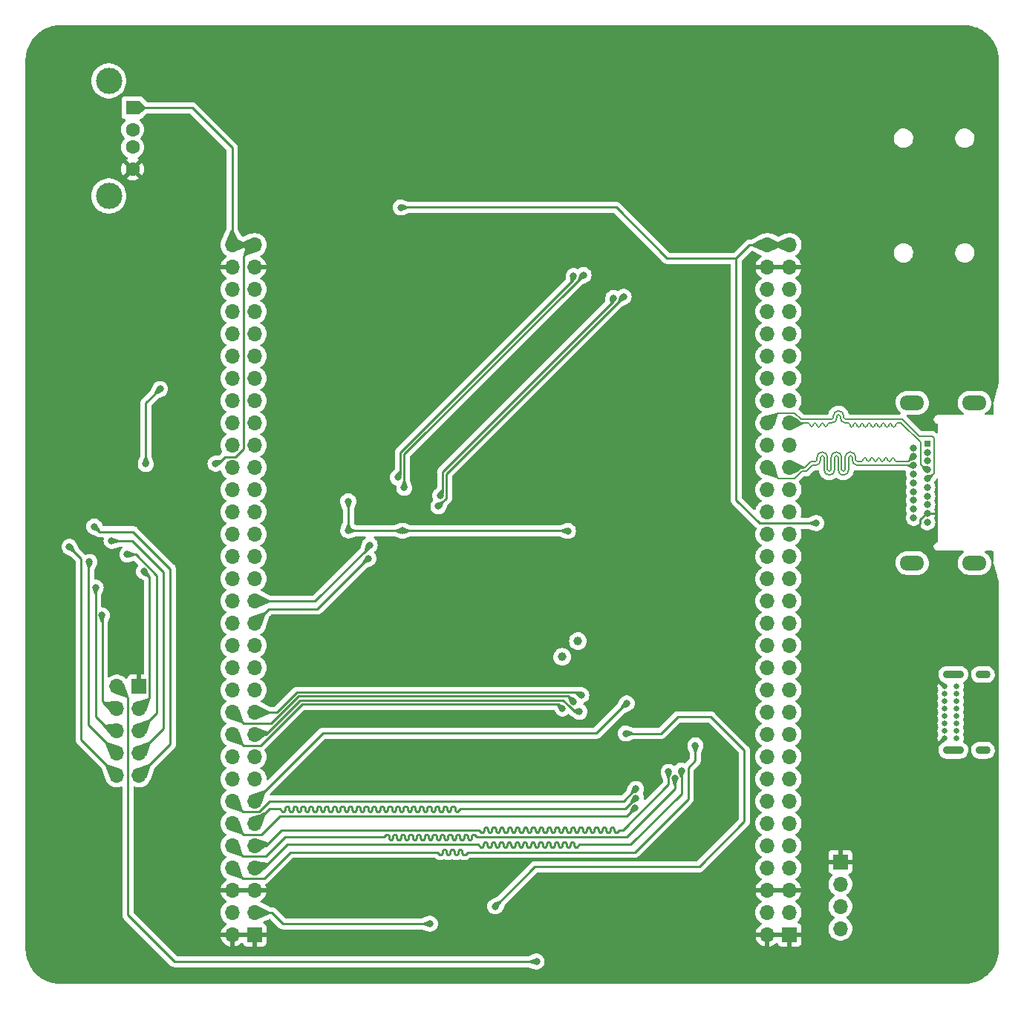
<source format=gbr>
%TF.GenerationSoftware,KiCad,Pcbnew,7.0.1-3b83917a11~172~ubuntu22.10.1*%
%TF.CreationDate,2023-03-30T23:28:48-07:00*%
%TF.ProjectId,expansionboardA,65787061-6e73-4696-9f6e-626f61726441,3*%
%TF.SameCoordinates,Original*%
%TF.FileFunction,Copper,L2,Bot*%
%TF.FilePolarity,Positive*%
%FSLAX46Y46*%
G04 Gerber Fmt 4.6, Leading zero omitted, Abs format (unit mm)*
G04 Created by KiCad (PCBNEW 7.0.1-3b83917a11~172~ubuntu22.10.1) date 2023-03-30 23:28:48*
%MOMM*%
%LPD*%
G01*
G04 APERTURE LIST*
%TA.AperFunction,ComponentPad*%
%ADD10R,1.700000X1.700000*%
%TD*%
%TA.AperFunction,ComponentPad*%
%ADD11O,1.700000X1.700000*%
%TD*%
%TA.AperFunction,ComponentPad*%
%ADD12R,1.500000X1.600000*%
%TD*%
%TA.AperFunction,ComponentPad*%
%ADD13C,1.600000*%
%TD*%
%TA.AperFunction,ComponentPad*%
%ADD14C,3.000000*%
%TD*%
%TA.AperFunction,ComponentPad*%
%ADD15C,1.000000*%
%TD*%
%TA.AperFunction,ComponentPad*%
%ADD16C,0.650000*%
%TD*%
%TA.AperFunction,ComponentPad*%
%ADD17O,1.700000X0.900000*%
%TD*%
%TA.AperFunction,ComponentPad*%
%ADD18O,2.400000X0.900000*%
%TD*%
%TA.AperFunction,ComponentPad*%
%ADD19R,0.800000X0.800000*%
%TD*%
%TA.AperFunction,ComponentPad*%
%ADD20C,0.800000*%
%TD*%
%TA.AperFunction,ComponentPad*%
%ADD21O,2.800000X1.700000*%
%TD*%
%TA.AperFunction,ViaPad*%
%ADD22C,0.800000*%
%TD*%
%TA.AperFunction,Conductor*%
%ADD23C,0.250000*%
%TD*%
%TA.AperFunction,Conductor*%
%ADD24C,0.150000*%
%TD*%
G04 APERTURE END LIST*
D10*
%TO.P,J1,1,Pin_1*%
%TO.N,GND*%
X115011200Y-113588800D03*
D11*
%TO.P,J1,2,Pin_2*%
%TO.N,TXD*%
X115011200Y-116128800D03*
%TO.P,J1,3,Pin_3*%
%TO.N,RXD*%
X115011200Y-118668800D03*
%TO.P,J1,4,Pin_4*%
%TO.N,unconnected-(J1-Pin_4-Pad4)*%
X115011200Y-121208800D03*
%TD*%
D10*
%TO.P,ADC1,1,Pin_1*%
%TO.N,GND*%
X35052000Y-93566000D03*
D11*
%TO.P,ADC1,2,Pin_2*%
%TO.N,5V*%
X32512000Y-93566000D03*
%TO.P,ADC1,3,Pin_3*%
%TO.N,ADCH6*%
X35052000Y-96106000D03*
%TO.P,ADC1,4,Pin_4*%
%TO.N,ADCH7*%
X32512000Y-96106000D03*
%TO.P,ADC1,5,Pin_5*%
%TO.N,ADCH4*%
X35052000Y-98646000D03*
%TO.P,ADC1,6,Pin_6*%
%TO.N,ADCH5*%
X32512000Y-98646000D03*
%TO.P,ADC1,7,Pin_7*%
%TO.N,ADCH2*%
X35052000Y-101186000D03*
%TO.P,ADC1,8,Pin_8*%
%TO.N,ADCH3*%
X32512000Y-101186000D03*
%TO.P,ADC1,9,Pin_9*%
%TO.N,ADCH0*%
X35052000Y-103726000D03*
%TO.P,ADC1,10,Pin_10*%
%TO.N,ADCH1*%
X32512000Y-103726000D03*
%TD*%
D12*
%TO.P,J2,1,VBUS*%
%TO.N,5V*%
X34307600Y-27522000D03*
D13*
%TO.P,J2,2,D-*%
%TO.N,USBD1_N*%
X34307600Y-30022000D03*
%TO.P,J2,3,D+*%
%TO.N,USBD1_P*%
X34307600Y-32022000D03*
%TO.P,J2,4,GND*%
%TO.N,GND*%
X34307600Y-34522000D03*
D14*
%TO.P,J2,5,Shield*%
%TO.N,unconnected-(J2-Shield-Pad5)*%
X31597600Y-24452000D03*
X31597600Y-37592000D03*
%TD*%
D15*
%TO.P,Y1,1,1*%
%TO.N,Net-(U1-XO)*%
X83293949Y-90188051D03*
%TO.P,Y1,2,2*%
%TO.N,Net-(U1-XI)*%
X85090000Y-88392000D03*
%TD*%
D10*
%TO.P,U2,1,Pin_1*%
%TO.N,GND*%
X48220000Y-121920000D03*
D11*
%TO.P,U2,2,Pin_2*%
X45680000Y-121920000D03*
%TO.P,U2,3,Pin_3*%
%TO.N,3V3*%
X48220000Y-119380000D03*
%TO.P,U2,4,Pin_4*%
X45680000Y-119380000D03*
%TO.P,U2,5,Pin_5*%
%TO.N,GND*%
X48220000Y-116840000D03*
%TO.P,U2,6,Pin_6*%
X45680000Y-116840000D03*
%TO.P,U2,7,Pin_7*%
%TO.N,USBGPX*%
X48220000Y-114300000D03*
%TO.P,U2,8,Pin_8*%
%TO.N,INT*%
X45680000Y-114300000D03*
%TO.P,U2,9,Pin_9*%
%TO.N,USBMISO*%
X48220000Y-111760000D03*
%TO.P,U2,10,Pin_10*%
%TO.N,USBMOSI*%
X45680000Y-111760000D03*
%TO.P,U2,11,Pin_11*%
%TO.N,USBSCLK*%
X48220000Y-109220000D03*
%TO.P,U2,12,Pin_12*%
%TO.N,USBSS*%
X45680000Y-109220000D03*
%TO.P,U2,13,Pin_13*%
%TO.N,GPI*%
X48220000Y-106680000D03*
%TO.P,U2,14,Pin_14*%
%TO.N,USBRES*%
X45680000Y-106680000D03*
%TO.P,U2,15,Pin_15*%
%TO.N,USBGPOUT2*%
X48220000Y-104140000D03*
%TO.P,U2,16,Pin_16*%
%TO.N,USBGPOUT3*%
X45680000Y-104140000D03*
%TO.P,U2,17,Pin_17*%
%TO.N,USBGPOUT0*%
X48220000Y-101600000D03*
%TO.P,U2,18,Pin_18*%
%TO.N,USBGPOUT1*%
X45680000Y-101600000D03*
%TO.P,U2,19,Pin_19*%
%TO.N,USBGPIN2*%
X48220000Y-99060000D03*
%TO.P,U2,20,Pin_20*%
%TO.N,USBGPIN3*%
X45680000Y-99060000D03*
%TO.P,U2,21,Pin_21*%
%TO.N,USBGPIN0*%
X48220000Y-96520000D03*
%TO.P,U2,22,Pin_22*%
%TO.N,USBGPIN1*%
X45680000Y-96520000D03*
%TO.P,U2,23,Pin_23*%
%TO.N,unconnected-(U2-Pin_23-Pad23)*%
X48220000Y-93980000D03*
%TO.P,U2,24,Pin_24*%
%TO.N,unconnected-(U2-Pin_24-Pad24)*%
X45680000Y-93980000D03*
%TO.P,U2,25,Pin_25*%
%TO.N,unconnected-(U2-Pin_25-Pad25)*%
X48220000Y-91440000D03*
%TO.P,U2,26,Pin_26*%
%TO.N,unconnected-(U2-Pin_26-Pad26)*%
X45680000Y-91440000D03*
%TO.P,U2,27,Pin_27*%
%TO.N,unconnected-(U2-Pin_27-Pad27)*%
X48220000Y-88900000D03*
%TO.P,U2,28,Pin_28*%
%TO.N,unconnected-(U2-Pin_28-Pad28)*%
X45680000Y-88900000D03*
%TO.P,U2,29,Pin_29*%
%TO.N,I2SCLK*%
X48220000Y-86360000D03*
%TO.P,U2,30,Pin_30*%
%TO.N,unconnected-(U2-Pin_30-Pad30)*%
X45680000Y-86360000D03*
%TO.P,U2,31,Pin_31*%
%TO.N,I2SDIN*%
X48220000Y-83820000D03*
%TO.P,U2,32,Pin_32*%
%TO.N,unconnected-(U2-Pin_32-Pad32)*%
X45680000Y-83820000D03*
%TO.P,U2,33,Pin_33*%
%TO.N,ASCLK*%
X48220000Y-81280000D03*
%TO.P,U2,34,Pin_34*%
%TO.N,unconnected-(U2-Pin_34-Pad34)*%
X45680000Y-81280000D03*
%TO.P,U2,35,Pin_35*%
%TO.N,ASDIN*%
X48220000Y-78740000D03*
%TO.P,U2,36,Pin_36*%
%TO.N,unconnected-(U2-Pin_36-Pad36)*%
X45680000Y-78740000D03*
%TO.P,U2,37,Pin_37*%
%TO.N,AMODE*%
X48220000Y-76200000D03*
%TO.P,U2,38,Pin_38*%
%TO.N,ADCS*%
X45680000Y-76200000D03*
%TO.P,U2,39,Pin_39*%
%TO.N,ACS*%
X48220000Y-73660000D03*
%TO.P,U2,40,Pin_40*%
%TO.N,ADDIN*%
X45680000Y-73660000D03*
%TO.P,U2,41,Pin_41*%
%TO.N,unconnected-(U2-Pin_41-Pad41)*%
X48220000Y-71120000D03*
%TO.P,U2,42,Pin_42*%
%TO.N,ADDOUT*%
X45680000Y-71120000D03*
%TO.P,U2,43,Pin_43*%
%TO.N,unconnected-(U2-Pin_43-Pad43)*%
X48220000Y-68580000D03*
%TO.P,U2,44,Pin_44*%
%TO.N,ADCLK*%
X45680000Y-68580000D03*
%TO.P,U2,45,Pin_45*%
%TO.N,LED0*%
X48220000Y-66040000D03*
%TO.P,U2,46,Pin_46*%
%TO.N,SDDAT2*%
X45680000Y-66040000D03*
%TO.P,U2,47,Pin_47*%
%TO.N,LED1*%
X48220000Y-63500000D03*
%TO.P,U2,48,Pin_48*%
%TO.N,SDDAT3*%
X45680000Y-63500000D03*
%TO.P,U2,49,Pin_49*%
%TO.N,LED2*%
X48220000Y-60960000D03*
%TO.P,U2,50,Pin_50*%
%TO.N,SDCMD*%
X45680000Y-60960000D03*
%TO.P,U2,51,Pin_51*%
%TO.N,LED3*%
X48220000Y-58420000D03*
%TO.P,U2,52,Pin_52*%
%TO.N,SDCLK*%
X45680000Y-58420000D03*
%TO.P,U2,53,Pin_53*%
%TO.N,LED4*%
X48220000Y-55880000D03*
%TO.P,U2,54,Pin_54*%
%TO.N,SDDAT0*%
X45680000Y-55880000D03*
%TO.P,U2,55,Pin_55*%
%TO.N,unconnected-(U2-Pin_55-Pad55)*%
X48220000Y-53340000D03*
%TO.P,U2,56,Pin_56*%
%TO.N,SDDAT1*%
X45680000Y-53340000D03*
%TO.P,U2,57,Pin_57*%
%TO.N,unconnected-(U2-Pin_57-Pad57)*%
X48220000Y-50800000D03*
%TO.P,U2,58,Pin_58*%
%TO.N,SDSWTCH*%
X45680000Y-50800000D03*
%TO.P,U2,59,Pin_59*%
%TO.N,USBD1_N*%
X48220000Y-48260000D03*
%TO.P,U2,60,Pin_60*%
%TO.N,USBD1_P*%
X45680000Y-48260000D03*
%TO.P,U2,61,Pin_61*%
%TO.N,GND*%
X48220000Y-45720000D03*
%TO.P,U2,62,Pin_62*%
X45680000Y-45720000D03*
%TO.P,U2,63,Pin_63*%
%TO.N,5V*%
X48220000Y-43180000D03*
%TO.P,U2,64,Pin_64*%
X45680000Y-43180000D03*
%TD*%
D10*
%TO.P,U4,1,Pin_1*%
%TO.N,GND*%
X109220000Y-121920000D03*
D11*
%TO.P,U4,2,Pin_2*%
X106680000Y-121920000D03*
%TO.P,U4,3,Pin_3*%
%TO.N,VCC*%
X109220000Y-119380000D03*
%TO.P,U4,4,Pin_4*%
X106680000Y-119380000D03*
%TO.P,U4,5,Pin_5*%
%TO.N,GND*%
X109220000Y-116840000D03*
%TO.P,U4,6,Pin_6*%
X106680000Y-116840000D03*
%TO.P,U4,7,Pin_7*%
%TO.N,RXD*%
X109220000Y-114300000D03*
%TO.P,U4,8,Pin_8*%
%TO.N,unconnected-(U4-Pin_8-Pad8)*%
X106680000Y-114300000D03*
%TO.P,U4,9,Pin_9*%
%TO.N,TXD*%
X109220000Y-111760000D03*
%TO.P,U4,10,Pin_10*%
%TO.N,unconnected-(U4-Pin_10-Pad10)*%
X106680000Y-111760000D03*
%TO.P,U4,11,Pin_11*%
%TO.N,unconnected-(U4-Pin_11-Pad11)*%
X109220000Y-109220000D03*
%TO.P,U4,12,Pin_12*%
%TO.N,unconnected-(U4-Pin_12-Pad12)*%
X106680000Y-109220000D03*
%TO.P,U4,13,Pin_13*%
%TO.N,unconnected-(U4-Pin_13-Pad13)*%
X109220000Y-106680000D03*
%TO.P,U4,14,Pin_14*%
%TO.N,unconnected-(U4-Pin_14-Pad14)*%
X106680000Y-106680000D03*
%TO.P,U4,15,Pin_15*%
%TO.N,unconnected-(U4-Pin_15-Pad15)*%
X109220000Y-104140000D03*
%TO.P,U4,16,Pin_16*%
%TO.N,unconnected-(U4-Pin_16-Pad16)*%
X106680000Y-104140000D03*
%TO.P,U4,17,Pin_17*%
%TO.N,unconnected-(U4-Pin_17-Pad17)*%
X109220000Y-101600000D03*
%TO.P,U4,18,Pin_18*%
%TO.N,unconnected-(U4-Pin_18-Pad18)*%
X106680000Y-101600000D03*
%TO.P,U4,19,Pin_19*%
%TO.N,unconnected-(U4-Pin_19-Pad19)*%
X109220000Y-99060000D03*
%TO.P,U4,20,Pin_20*%
%TO.N,unconnected-(U4-Pin_20-Pad20)*%
X106680000Y-99060000D03*
%TO.P,U4,21,Pin_21*%
%TO.N,unconnected-(U4-Pin_21-Pad21)*%
X109220000Y-96520000D03*
%TO.P,U4,22,Pin_22*%
%TO.N,unconnected-(U4-Pin_22-Pad22)*%
X106680000Y-96520000D03*
%TO.P,U4,23,Pin_23*%
%TO.N,unconnected-(U4-Pin_23-Pad23)*%
X109220000Y-93980000D03*
%TO.P,U4,24,Pin_24*%
%TO.N,unconnected-(U4-Pin_24-Pad24)*%
X106680000Y-93980000D03*
%TO.P,U4,25,Pin_25*%
%TO.N,unconnected-(U4-Pin_25-Pad25)*%
X109220000Y-91440000D03*
%TO.P,U4,26,Pin_26*%
%TO.N,unconnected-(U4-Pin_26-Pad26)*%
X106680000Y-91440000D03*
%TO.P,U4,27,Pin_27*%
%TO.N,unconnected-(U4-Pin_27-Pad27)*%
X109220000Y-88900000D03*
%TO.P,U4,28,Pin_28*%
%TO.N,unconnected-(U4-Pin_28-Pad28)*%
X106680000Y-88900000D03*
%TO.P,U4,29,Pin_29*%
%TO.N,unconnected-(U4-Pin_29-Pad29)*%
X109220000Y-86360000D03*
%TO.P,U4,30,Pin_30*%
%TO.N,unconnected-(U4-Pin_30-Pad30)*%
X106680000Y-86360000D03*
%TO.P,U4,31,Pin_31*%
%TO.N,unconnected-(U4-Pin_31-Pad31)*%
X109220000Y-83820000D03*
%TO.P,U4,32,Pin_32*%
%TO.N,unconnected-(U4-Pin_32-Pad32)*%
X106680000Y-83820000D03*
%TO.P,U4,33,Pin_33*%
%TO.N,unconnected-(U4-Pin_33-Pad33)*%
X109220000Y-81280000D03*
%TO.P,U4,34,Pin_34*%
%TO.N,unconnected-(U4-Pin_34-Pad34)*%
X106680000Y-81280000D03*
%TO.P,U4,35,Pin_35*%
%TO.N,unconnected-(U4-Pin_35-Pad35)*%
X109220000Y-78740000D03*
%TO.P,U4,36,Pin_36*%
%TO.N,unconnected-(U4-Pin_36-Pad36)*%
X106680000Y-78740000D03*
%TO.P,U4,37,Pin_37*%
%TO.N,unconnected-(U4-Pin_37-Pad37)*%
X109220000Y-76200000D03*
%TO.P,U4,38,Pin_38*%
%TO.N,unconnected-(U4-Pin_38-Pad38)*%
X106680000Y-76200000D03*
%TO.P,U4,39,Pin_39*%
%TO.N,unconnected-(U4-Pin_39-Pad39)*%
X109220000Y-73660000D03*
%TO.P,U4,40,Pin_40*%
%TO.N,unconnected-(U4-Pin_40-Pad40)*%
X106680000Y-73660000D03*
%TO.P,U4,41,Pin_41*%
%TO.N,CK_P*%
X109220000Y-71120000D03*
%TO.P,U4,42,Pin_42*%
%TO.N,CK_N*%
X106680000Y-71120000D03*
%TO.P,U4,43,Pin_43*%
%TO.N,D1_P*%
X109220000Y-68580000D03*
%TO.P,U4,44,Pin_44*%
%TO.N,D1_N*%
X106680000Y-68580000D03*
%TO.P,U4,45,Pin_45*%
%TO.N,D2_P*%
X109220000Y-66040000D03*
%TO.P,U4,46,Pin_46*%
%TO.N,D2_N*%
X106680000Y-66040000D03*
%TO.P,U4,47,Pin_47*%
%TO.N,D0_P*%
X109220000Y-63500000D03*
%TO.P,U4,48,Pin_48*%
%TO.N,D0_N*%
X106680000Y-63500000D03*
%TO.P,U4,49,Pin_49*%
%TO.N,unconnected-(U4-Pin_49-Pad49)*%
X109220000Y-60960000D03*
%TO.P,U4,50,Pin_50*%
%TO.N,unconnected-(U4-Pin_50-Pad50)*%
X106680000Y-60960000D03*
%TO.P,U4,51,Pin_51*%
%TO.N,unconnected-(U4-Pin_51-Pad51)*%
X109220000Y-58420000D03*
%TO.P,U4,52,Pin_52*%
%TO.N,unconnected-(U4-Pin_52-Pad52)*%
X106680000Y-58420000D03*
%TO.P,U4,53,Pin_53*%
%TO.N,unconnected-(U4-Pin_53-Pad53)*%
X109220000Y-55880000D03*
%TO.P,U4,54,Pin_54*%
%TO.N,unconnected-(U4-Pin_54-Pad54)*%
X106680000Y-55880000D03*
%TO.P,U4,55,Pin_55*%
%TO.N,unconnected-(U4-Pin_55-Pad55)*%
X109220000Y-53340000D03*
%TO.P,U4,56,Pin_56*%
%TO.N,unconnected-(U4-Pin_56-Pad56)*%
X106680000Y-53340000D03*
%TO.P,U4,57,Pin_57*%
%TO.N,unconnected-(U4-Pin_57-Pad57)*%
X109220000Y-50800000D03*
%TO.P,U4,58,Pin_58*%
%TO.N,unconnected-(U4-Pin_58-Pad58)*%
X106680000Y-50800000D03*
%TO.P,U4,59,Pin_59*%
%TO.N,unconnected-(U4-Pin_59-Pad59)*%
X109220000Y-48260000D03*
%TO.P,U4,60,Pin_60*%
%TO.N,unconnected-(U4-Pin_60-Pad60)*%
X106680000Y-48260000D03*
%TO.P,U4,61,Pin_61*%
%TO.N,GND*%
X109220000Y-45720000D03*
%TO.P,U4,62,Pin_62*%
X106680000Y-45720000D03*
%TO.P,U4,63,Pin_63*%
%TO.N,5V*%
X109220000Y-43180000D03*
%TO.P,U4,64,Pin_64*%
X106680000Y-43180000D03*
%TD*%
D16*
%TO.P,P1,A1,GND*%
%TO.N,GND*%
X126907200Y-93552000D03*
%TO.P,P1,A4,VBUS*%
%TO.N,USBCBUSPOWER*%
X126907200Y-94402000D03*
%TO.P,P1,A5,CC*%
%TO.N,unconnected-(P1-CC-PadA5)*%
X126907200Y-95252000D03*
%TO.P,P1,A6,D+*%
%TO.N,Net-(P1-D+)*%
X126907200Y-96102000D03*
%TO.P,P1,A7,D-*%
%TO.N,Net-(P1-D-)*%
X126907200Y-96952000D03*
%TO.P,P1,A8,SBU1*%
%TO.N,unconnected-(P1-SBU1-PadA8)*%
X126907200Y-97802000D03*
%TO.P,P1,A9,VBUS*%
%TO.N,USBCBUSPOWER*%
X126907200Y-98652000D03*
%TO.P,P1,A12,GND*%
%TO.N,GND*%
X126907200Y-99502000D03*
%TO.P,P1,B1,GND*%
X128257200Y-99502000D03*
%TO.P,P1,B4,VBUS*%
%TO.N,USBCBUSPOWER*%
X128257200Y-98652000D03*
%TO.P,P1,B5,VCONN*%
%TO.N,unconnected-(P1-VCONN-PadB5)*%
X128257200Y-97802000D03*
%TO.P,P1,B6*%
%TO.N,N/C*%
X128257200Y-96952000D03*
%TO.P,P1,B7*%
X128257200Y-96102000D03*
%TO.P,P1,B8,SBU2*%
%TO.N,unconnected-(P1-SBU2-PadB8)*%
X128257200Y-95252000D03*
%TO.P,P1,B9,VBUS*%
%TO.N,USBCBUSPOWER*%
X128257200Y-94402000D03*
%TO.P,P1,B12,GND*%
%TO.N,GND*%
X128257200Y-93552000D03*
D17*
%TO.P,P1,S1,SHIELD*%
%TO.N,unconnected-(P1-SHIELD-PadS1)*%
X131267200Y-92202000D03*
%TO.P,P1,S2*%
%TO.N,N/C*%
X131267200Y-100852000D03*
D18*
%TO.P,P1,S3*%
X127887200Y-92202000D03*
%TO.P,P1,S4*%
X127887200Y-100852000D03*
%TD*%
D19*
%TO.P,J3,1,D2+*%
%TO.N,D2_P*%
X124922000Y-65832600D03*
D20*
%TO.P,J3,2,D2S*%
%TO.N,unconnected-(J3-D2S-Pad2)*%
X123372000Y-66332600D03*
%TO.P,J3,3,D2-*%
%TO.N,D2_N*%
X124922000Y-66832600D03*
%TO.P,J3,4,D1+*%
%TO.N,D1_P*%
X123372000Y-67332600D03*
%TO.P,J3,5,D1S*%
%TO.N,unconnected-(J3-D1S-Pad5)*%
X124922000Y-67832600D03*
%TO.P,J3,6,D1-*%
%TO.N,D1_N*%
X123372000Y-68332600D03*
%TO.P,J3,7,D0+*%
%TO.N,D0_P*%
X124922000Y-68832600D03*
%TO.P,J3,8,D0S*%
%TO.N,unconnected-(J3-D0S-Pad8)*%
X123372000Y-69332600D03*
%TO.P,J3,9,D0-*%
%TO.N,D0_N*%
X124922000Y-69832600D03*
%TO.P,J3,10,CK+*%
%TO.N,CK_P*%
X123372000Y-70332600D03*
%TO.P,J3,11,CKS*%
%TO.N,unconnected-(J3-CKS-Pad11)*%
X124922000Y-70832600D03*
%TO.P,J3,12,CK-*%
%TO.N,CK_N*%
X123372000Y-71332600D03*
%TO.P,J3,13,CEC*%
%TO.N,unconnected-(J3-CEC-Pad13)*%
X124922000Y-71832600D03*
%TO.P,J3,14,UTILITY*%
%TO.N,unconnected-(J3-UTILITY-Pad14)*%
X123372000Y-72332600D03*
%TO.P,J3,15,SCL*%
%TO.N,unconnected-(J3-SCL-Pad15)*%
X124922000Y-72832600D03*
%TO.P,J3,16,SDA*%
%TO.N,unconnected-(J3-SDA-Pad16)*%
X123372000Y-73332600D03*
%TO.P,J3,17,GND*%
%TO.N,GND*%
X124922000Y-73832600D03*
%TO.P,J3,18,+5V*%
%TO.N,/n{slash}c*%
X123372000Y-74332600D03*
%TO.P,J3,19,HPD*%
%TO.N,unconnected-(J3-HPD-Pad19)*%
X124922000Y-74832600D03*
D21*
%TO.P,J3,S1*%
%TO.N,N/C*%
X123202000Y-79482600D03*
%TO.P,J3,S2*%
X123202000Y-61182600D03*
%TO.P,J3,S3*%
X130302000Y-61182600D03*
%TO.P,J3,S4*%
X130302000Y-79482600D03*
%TD*%
D22*
%TO.N,5V*%
X64897000Y-38912800D03*
%TO.N,/input3v3*%
X83947000Y-75819000D03*
X75666600Y-118668800D03*
%TO.N,GND*%
X36322000Y-57150000D03*
X69646800Y-102463600D03*
X34899600Y-73837800D03*
X122290000Y-76850000D03*
X84429600Y-122224800D03*
X131267200Y-96527000D03*
X100812600Y-105841800D03*
X33553400Y-88341200D03*
X54813200Y-97307400D03*
X55245000Y-44577000D03*
X67564000Y-69850000D03*
X60426600Y-73761600D03*
X53086000Y-80518000D03*
X69011800Y-78460600D03*
X59436000Y-61214000D03*
X114554000Y-86182200D03*
X101371400Y-87299800D03*
X91643200Y-100685600D03*
X92354400Y-97205800D03*
X52451000Y-70739000D03*
X117348000Y-103632000D03*
X86258400Y-103301800D03*
X64617600Y-116255800D03*
X112268000Y-37338000D03*
X120904000Y-53848000D03*
X99822000Y-119634000D03*
X127228600Y-84353400D03*
X28702000Y-59944000D03*
X41935400Y-65278000D03*
%TO.N,USBRES*%
X91694000Y-105257600D03*
%TO.N,3V3*%
X68224400Y-120650000D03*
%TO.N,HPOUTRIGHT*%
X89135091Y-49235511D03*
X69379500Y-71780400D03*
%TO.N,HPOUTLEFT*%
X69174549Y-73009949D03*
X90297000Y-49098200D03*
%TO.N,GPI*%
X90652600Y-95504000D03*
%TO.N,LINEOUTRIGHT*%
X64553500Y-69710120D03*
X84589168Y-46728832D03*
%TO.N,USBSCLK*%
X91683995Y-106302490D03*
%TO.N,USBSS*%
X91606495Y-107405295D03*
%TO.N,USBMISO*%
X95427800Y-103301800D03*
%TO.N,USBMOSI*%
X96152300Y-104060679D03*
%TO.N,USBGPX*%
X96877300Y-103174800D03*
%TO.N,INT*%
X98475800Y-100279200D03*
%TO.N,USBGPIN0*%
X85471000Y-94572001D03*
%TO.N,USBGPIN1*%
X84586299Y-95296501D03*
%TO.N,USBGPIN2*%
X85267800Y-96443800D03*
%TO.N,USBGPIN3*%
X83320400Y-96079800D03*
%TO.N,5V*%
X112268000Y-74930000D03*
X80365600Y-124968000D03*
X43764200Y-68148200D03*
%TO.N,LINEOUTLEFT*%
X85729300Y-46613300D03*
X65278000Y-70891400D03*
%TO.N,/input3v3*%
X58902600Y-75768200D03*
X58902600Y-72440800D03*
X37439600Y-59613800D03*
X35814000Y-68173600D03*
X90549793Y-98931793D03*
X65074800Y-75793600D03*
%TO.N,ADCH0*%
X29946600Y-75311000D03*
%TO.N,ADCH1*%
X27101800Y-77622400D03*
%TO.N,ADCH2*%
X31913744Y-76962000D03*
%TO.N,ADCH3*%
X29387800Y-79349600D03*
%TO.N,ADCH4*%
X33705800Y-78511400D03*
%TO.N,ADCH5*%
X30099000Y-82270600D03*
%TO.N,ADCH6*%
X35612501Y-80447447D03*
%TO.N,ADCH7*%
X30798100Y-85445600D03*
%TO.N,I2SDIN*%
X61341000Y-77425000D03*
%TO.N,I2SCLK*%
X61186194Y-78966194D03*
%TD*%
D23*
%TO.N,5V*%
X95250000Y-44704000D02*
X103124000Y-44704000D01*
X64897000Y-38912800D02*
X64922400Y-38887400D01*
X64922400Y-38887400D02*
X89433400Y-38887400D01*
X89433400Y-38887400D02*
X95250000Y-44704000D01*
X45687000Y-38887400D02*
X45680000Y-38894400D01*
%TO.N,/input3v3*%
X83947000Y-75819000D02*
X83921600Y-75793600D01*
X83921600Y-75793600D02*
X65074800Y-75793600D01*
X75666600Y-118668800D02*
X80187800Y-114147600D01*
X98907600Y-114147600D02*
X104063800Y-108991400D01*
X80187800Y-114147600D02*
X98907600Y-114147600D01*
X104063800Y-100863400D02*
X100228400Y-97028000D01*
X104063800Y-108991400D02*
X104063800Y-100863400D01*
X100228400Y-97028000D02*
X96469200Y-97028000D01*
X96469200Y-97028000D02*
X94565407Y-98931793D01*
X94565407Y-98931793D02*
X90549793Y-98931793D01*
%TO.N,3V3*%
X68224400Y-120650000D02*
X51460400Y-120650000D01*
X51460400Y-120650000D02*
X50190400Y-119380000D01*
X50190400Y-119380000D02*
X48220000Y-119380000D01*
%TO.N,GND*%
X122290000Y-76850000D02*
X124130000Y-75010000D01*
X124130000Y-75010000D02*
X124130000Y-74530000D01*
X124922000Y-73832600D02*
X125902600Y-73832600D01*
X124130000Y-74530000D02*
X124827400Y-73832600D01*
X124827400Y-73832600D02*
X124922000Y-73832600D01*
D24*
%TO.N,D1_P*%
X116750000Y-67407930D02*
X116750000Y-67730000D01*
X120010000Y-67730000D02*
X120010000Y-67641244D01*
X109220000Y-68580000D02*
X110980000Y-68580000D01*
X115550000Y-68330000D02*
X115550000Y-67407930D01*
X121210000Y-67641253D02*
X121210000Y-67730000D01*
X121410000Y-67930000D02*
X122660000Y-67930000D01*
X115550000Y-68852094D02*
X115550000Y-68330000D01*
X118010000Y-67641249D02*
X118010000Y-67730000D01*
X118410000Y-67730000D02*
X118410000Y-67641247D01*
X113550000Y-67407930D02*
X113550000Y-67730000D01*
X113950000Y-68330000D02*
X113950000Y-67407930D01*
X122660000Y-67930000D02*
X122774600Y-67930000D01*
X113950000Y-68852070D02*
X113950000Y-68330000D01*
X122774600Y-67930000D02*
X123372000Y-67332600D01*
X119210000Y-67730000D02*
X119210000Y-67641249D01*
X115150000Y-67407930D02*
X115150000Y-67930000D01*
X117610000Y-67730000D02*
X117610000Y-67641249D01*
X120810000Y-67730000D02*
X120810000Y-67641253D01*
X111630000Y-67930000D02*
X112150000Y-67930000D01*
X113550000Y-67730000D02*
X113550000Y-68852070D01*
X118810000Y-67641247D02*
X118810000Y-67730000D01*
X120410000Y-67641244D02*
X120410000Y-67730000D01*
X110980000Y-68580000D02*
X111630000Y-67930000D01*
X112350000Y-67730000D02*
X112350000Y-67407930D01*
X115150000Y-67930000D02*
X115150000Y-68852094D01*
X116950000Y-67930000D02*
X117410000Y-67930000D01*
X119610000Y-67641249D02*
X119610000Y-67730000D01*
X112950000Y-66807900D02*
G75*
G03*
X112350000Y-67407930I0J-600000D01*
G01*
X115150006Y-68852094D02*
G75*
G03*
X115350000Y-69052094I199994J-6D01*
G01*
X119410000Y-67441300D02*
G75*
G03*
X119210000Y-67641249I0J-200000D01*
G01*
X114550000Y-66807900D02*
G75*
G03*
X113950000Y-67407930I0J-600000D01*
G01*
X117810000Y-67441300D02*
G75*
G03*
X117610000Y-67641249I0J-200000D01*
G01*
X118010000Y-67730000D02*
G75*
G03*
X118210000Y-67930000I200000J0D01*
G01*
X113550030Y-68852070D02*
G75*
G03*
X113750000Y-69052070I199970J-30D01*
G01*
X113750000Y-69052100D02*
G75*
G03*
X113950000Y-68852070I0J200000D01*
G01*
X118810000Y-67730000D02*
G75*
G03*
X119010000Y-67930000I200000J0D01*
G01*
X120410000Y-67730000D02*
G75*
G03*
X120610000Y-67930000I200000J0D01*
G01*
X115350000Y-69052100D02*
G75*
G03*
X115550000Y-68852094I0J200000D01*
G01*
X116750000Y-67730000D02*
G75*
G03*
X116950000Y-67930000I200000J0D01*
G01*
X113549970Y-67407930D02*
G75*
G03*
X112950000Y-66807930I-599970J30D01*
G01*
X115149970Y-67407930D02*
G75*
G03*
X114550000Y-66807930I-599970J30D01*
G01*
X118010051Y-67641249D02*
G75*
G03*
X117810000Y-67441249I-200051J-51D01*
G01*
X120409956Y-67641244D02*
G75*
G03*
X120210000Y-67441244I-199956J44D01*
G01*
X119610051Y-67641249D02*
G75*
G03*
X119410000Y-67441249I-200051J-51D01*
G01*
X118809953Y-67641247D02*
G75*
G03*
X118610000Y-67441247I-199953J47D01*
G01*
X119810000Y-67930000D02*
G75*
G03*
X120010000Y-67730000I0J200000D01*
G01*
X121210047Y-67641253D02*
G75*
G03*
X121010000Y-67441253I-200047J-47D01*
G01*
X119010000Y-67930000D02*
G75*
G03*
X119210000Y-67730000I0J200000D01*
G01*
X119610000Y-67730000D02*
G75*
G03*
X119810000Y-67930000I200000J0D01*
G01*
X120610000Y-67930000D02*
G75*
G03*
X120810000Y-67730000I0J200000D01*
G01*
X118210000Y-67930000D02*
G75*
G03*
X118410000Y-67730000I0J200000D01*
G01*
X120210000Y-67441200D02*
G75*
G03*
X120010000Y-67641244I0J-200000D01*
G01*
X121010000Y-67441300D02*
G75*
G03*
X120810000Y-67641253I0J-200000D01*
G01*
X117410000Y-67930000D02*
G75*
G03*
X117610000Y-67730000I0J200000D01*
G01*
X112150000Y-67930000D02*
G75*
G03*
X112350000Y-67730000I0J200000D01*
G01*
X121210000Y-67730000D02*
G75*
G03*
X121410000Y-67930000I200000J0D01*
G01*
X116749970Y-67407930D02*
G75*
G03*
X116150000Y-66807930I-599970J30D01*
G01*
X118610000Y-67441200D02*
G75*
G03*
X118410000Y-67641247I0J-200000D01*
G01*
X116150000Y-66807900D02*
G75*
G03*
X115550000Y-67407930I0J-600000D01*
G01*
%TO.N,D1_N*%
X114750000Y-67407930D02*
X114750000Y-67930000D01*
X115950000Y-68852094D02*
X115950000Y-68330000D01*
X114750000Y-67930000D02*
X114750000Y-68852094D01*
X113150000Y-67730000D02*
X113150000Y-68852070D01*
X116950000Y-68330000D02*
X118793998Y-68330000D01*
X114350000Y-68330000D02*
X114350000Y-67407930D01*
X106680000Y-68580000D02*
X107940000Y-69840000D01*
X112750000Y-67730000D02*
X112750000Y-67407930D01*
X115950000Y-68330000D02*
X115950000Y-67407930D01*
X109760000Y-69840000D02*
X110620000Y-68980000D01*
X107940000Y-69840000D02*
X109760000Y-69840000D01*
X118793998Y-68330000D02*
X123369400Y-68330000D01*
X114350000Y-68852070D02*
X114350000Y-68330000D01*
X123369400Y-68330000D02*
X123372000Y-68332600D01*
X113150000Y-67407930D02*
X113150000Y-67730000D01*
X111795686Y-68330000D02*
X112150000Y-68330000D01*
X111145685Y-68980000D02*
X111795686Y-68330000D01*
X116350000Y-67407930D02*
X116350000Y-67730000D01*
X110620000Y-68980000D02*
X111145685Y-68980000D01*
X116350000Y-67730000D02*
G75*
G03*
X116950000Y-68330000I600000J0D01*
G01*
X113150030Y-68852070D02*
G75*
G03*
X113750000Y-69452070I599970J-30D01*
G01*
X113149970Y-67407930D02*
G75*
G03*
X112950000Y-67207930I-199970J30D01*
G01*
X113750000Y-69452100D02*
G75*
G03*
X114350000Y-68852070I0J600000D01*
G01*
X114749970Y-67407930D02*
G75*
G03*
X114550000Y-67207930I-199970J30D01*
G01*
X116349970Y-67407930D02*
G75*
G03*
X116150000Y-67207930I-199970J30D01*
G01*
X116150000Y-67207900D02*
G75*
G03*
X115950000Y-67407930I0J-200000D01*
G01*
X112950000Y-67207900D02*
G75*
G03*
X112750000Y-67407930I0J-200000D01*
G01*
X112150000Y-68330000D02*
G75*
G03*
X112750000Y-67730000I0J600000D01*
G01*
X115350000Y-69452100D02*
G75*
G03*
X115950000Y-68852094I0J600000D01*
G01*
X114550000Y-67207900D02*
G75*
G03*
X114350000Y-67407930I0J-200000D01*
G01*
X114750006Y-68852094D02*
G75*
G03*
X115350000Y-69452094I599994J-6D01*
G01*
%TO.N,D0_P*%
X117700000Y-63700000D02*
X117700000Y-63800000D01*
X121300000Y-63800000D02*
X121300000Y-63700000D01*
X124150000Y-65730000D02*
X124150000Y-68200000D01*
X120500000Y-63800000D02*
X120500000Y-63700000D01*
X113740000Y-63500000D02*
X114010000Y-63500000D01*
X114801698Y-62508302D02*
X114810000Y-62508302D01*
X116500000Y-63800000D02*
X116500000Y-63700000D01*
X119300000Y-63700000D02*
X119300000Y-63800000D01*
X124782600Y-68832600D02*
X124922000Y-68832600D01*
X112740000Y-63766751D02*
X112740000Y-63700000D01*
X115610000Y-63500000D02*
X115900000Y-63500000D01*
X120900000Y-63700000D02*
X120900000Y-63800000D01*
X113540000Y-63766753D02*
X113540000Y-63700000D01*
X121500000Y-63500000D02*
X121920000Y-63500000D01*
X111940000Y-63766747D02*
X111940000Y-63700000D01*
X117300000Y-63800000D02*
X117300000Y-63700000D01*
X119700000Y-63800000D02*
X119700000Y-63700000D01*
X112340000Y-63700000D02*
X112340000Y-63766751D01*
X115005849Y-62704151D02*
X115005849Y-62904151D01*
X118900000Y-63800000D02*
X118900000Y-63700000D01*
X114605849Y-62904151D02*
X114605849Y-62704151D01*
X116100000Y-63700000D02*
X116100000Y-63800000D01*
X120100000Y-63700000D02*
X120100000Y-63800000D01*
X118100000Y-63800000D02*
X118100000Y-63700000D01*
X111540000Y-63700000D02*
X111540000Y-63766747D01*
X121920000Y-63500000D02*
X124150000Y-65730000D01*
X109220000Y-63500000D02*
X111340000Y-63500000D01*
X124150000Y-68200000D02*
X124782600Y-68832600D01*
X113140000Y-63700000D02*
X113140000Y-63766753D01*
X115601698Y-63500000D02*
X115610000Y-63500000D01*
X118500000Y-63700000D02*
X118500000Y-63800000D01*
X116900000Y-63700000D02*
X116900000Y-63800000D01*
X112140000Y-63500000D02*
G75*
G03*
X111940000Y-63700000I0J-200000D01*
G01*
X112340000Y-63700000D02*
G75*
G03*
X112140000Y-63500000I-200000J0D01*
G01*
X120300000Y-64000000D02*
G75*
G03*
X120500000Y-63800000I0J200000D01*
G01*
X115005898Y-62704151D02*
G75*
G03*
X114810000Y-62508302I-195898J-49D01*
G01*
X119100000Y-63500000D02*
G75*
G03*
X118900000Y-63700000I0J-200000D01*
G01*
X116300000Y-64000000D02*
G75*
G03*
X116500000Y-63800000I0J200000D01*
G01*
X121500000Y-63500000D02*
G75*
G03*
X121300000Y-63700000I0J-200000D01*
G01*
X111540000Y-63700000D02*
G75*
G03*
X111340000Y-63500000I-200000J0D01*
G01*
X113140047Y-63766753D02*
G75*
G03*
X113340000Y-63966753I199953J-47D01*
G01*
X117900000Y-64000000D02*
G75*
G03*
X118100000Y-63800000I0J200000D01*
G01*
X120900000Y-63700000D02*
G75*
G03*
X120700000Y-63500000I-200000J0D01*
G01*
X116700000Y-63500000D02*
G75*
G03*
X116500000Y-63700000I0J-200000D01*
G01*
X112540000Y-63966700D02*
G75*
G03*
X112740000Y-63766751I0J200000D01*
G01*
X118500000Y-63800000D02*
G75*
G03*
X118700000Y-64000000I200000J0D01*
G01*
X118700000Y-64000000D02*
G75*
G03*
X118900000Y-63800000I0J200000D01*
G01*
X117500000Y-63500000D02*
G75*
G03*
X117300000Y-63700000I0J-200000D01*
G01*
X118300000Y-63500000D02*
G75*
G03*
X118100000Y-63700000I0J-200000D01*
G01*
X116100000Y-63700000D02*
G75*
G03*
X115900000Y-63500000I-200000J0D01*
G01*
X119900000Y-63500000D02*
G75*
G03*
X119700000Y-63700000I0J-200000D01*
G01*
X112339949Y-63766751D02*
G75*
G03*
X112540000Y-63966751I200051J51D01*
G01*
X118500000Y-63700000D02*
G75*
G03*
X118300000Y-63500000I-200000J0D01*
G01*
X121100000Y-64000000D02*
G75*
G03*
X121300000Y-63800000I0J200000D01*
G01*
X119300000Y-63700000D02*
G75*
G03*
X119100000Y-63500000I-200000J0D01*
G01*
X114801698Y-62508349D02*
G75*
G03*
X114605849Y-62704151I2J-195851D01*
G01*
X117700000Y-63800000D02*
G75*
G03*
X117900000Y-64000000I200000J0D01*
G01*
X120700000Y-63500000D02*
G75*
G03*
X120500000Y-63700000I0J-200000D01*
G01*
X116100000Y-63800000D02*
G75*
G03*
X116300000Y-64000000I200000J0D01*
G01*
X119500000Y-64000000D02*
G75*
G03*
X119700000Y-63800000I0J200000D01*
G01*
X116900000Y-63700000D02*
G75*
G03*
X116700000Y-63500000I-200000J0D01*
G01*
X114010000Y-63500049D02*
G75*
G03*
X114605849Y-62904151I0J595849D01*
G01*
X116900000Y-63800000D02*
G75*
G03*
X117100000Y-64000000I200000J0D01*
G01*
X120900000Y-63800000D02*
G75*
G03*
X121100000Y-64000000I200000J0D01*
G01*
X119300000Y-63800000D02*
G75*
G03*
X119500000Y-64000000I200000J0D01*
G01*
X113340000Y-63966800D02*
G75*
G03*
X113540000Y-63766753I0J200000D01*
G01*
X115005900Y-62904151D02*
G75*
G03*
X115601698Y-63500000I595800J-49D01*
G01*
X113740000Y-63500000D02*
G75*
G03*
X113540000Y-63700000I0J-200000D01*
G01*
X120100000Y-63700000D02*
G75*
G03*
X119900000Y-63500000I-200000J0D01*
G01*
X111740000Y-63966700D02*
G75*
G03*
X111940000Y-63766747I0J200000D01*
G01*
X113140000Y-63700000D02*
G75*
G03*
X112940000Y-63500000I-200000J0D01*
G01*
X120100000Y-63800000D02*
G75*
G03*
X120300000Y-64000000I200000J0D01*
G01*
X111539953Y-63766747D02*
G75*
G03*
X111740000Y-63966747I200047J47D01*
G01*
X117700000Y-63700000D02*
G75*
G03*
X117500000Y-63500000I-200000J0D01*
G01*
X112940000Y-63500000D02*
G75*
G03*
X112740000Y-63700000I0J-200000D01*
G01*
X117100000Y-64000000D02*
G75*
G03*
X117300000Y-63800000I0J200000D01*
G01*
%TO.N,D0_N*%
X122085686Y-63100000D02*
X123985686Y-65000000D01*
X106680000Y-63500000D02*
X107830000Y-62350000D01*
X109803173Y-62350000D02*
X110553173Y-63100000D01*
X107830000Y-62350000D02*
X109803173Y-62350000D01*
X110553173Y-63100000D02*
X114010000Y-63100000D01*
X125679200Y-65219200D02*
X125679200Y-69250800D01*
X125679200Y-69250800D02*
X125097400Y-69832600D01*
X125460000Y-65000000D02*
X125679200Y-65219200D01*
X115405849Y-62704151D02*
X115405849Y-62904151D01*
X114801698Y-62108302D02*
X114810000Y-62108302D01*
X125097400Y-69832600D02*
X124922000Y-69832600D01*
X114205849Y-62904151D02*
X114205849Y-62704151D01*
X115601698Y-63100000D02*
X122085686Y-63100000D01*
X123985686Y-65000000D02*
X125460000Y-65000000D01*
X115405900Y-62904151D02*
G75*
G03*
X115601698Y-63100000I195800J-49D01*
G01*
X115405898Y-62704151D02*
G75*
G03*
X114810000Y-62108302I-595898J-49D01*
G01*
X114801698Y-62108349D02*
G75*
G03*
X114205849Y-62704151I2J-595851D01*
G01*
X114010000Y-63100049D02*
G75*
G03*
X114205849Y-62904151I0J195849D01*
G01*
D23*
%TO.N,USBRES*%
X49907101Y-106654600D02*
X48706701Y-107855000D01*
X90307287Y-106654600D02*
X49907101Y-106654600D01*
X91694000Y-105267887D02*
X90307287Y-106654600D01*
X48706701Y-107855000D02*
X46855000Y-107855000D01*
X91694000Y-105257600D02*
X91694000Y-105267887D01*
X46855000Y-107855000D02*
X45680000Y-106680000D01*
%TO.N,HPOUTRIGHT*%
X69654000Y-71505900D02*
X69379500Y-71780400D01*
X89135091Y-49235511D02*
X89135091Y-49623713D01*
X89135091Y-49623713D02*
X69654000Y-69104804D01*
X69654000Y-69104804D02*
X69654000Y-71505900D01*
%TO.N,HPOUTLEFT*%
X69179251Y-73009949D02*
X69174549Y-73009949D01*
X90297000Y-49098200D02*
X70104000Y-69291200D01*
X70104000Y-72085200D02*
X69179251Y-73009949D01*
X70104000Y-69291200D02*
X70104000Y-72085200D01*
%TO.N,GPI*%
X90652600Y-95504000D02*
X90583472Y-95504000D01*
X56007000Y-98907600D02*
X48234600Y-106680000D01*
X48234600Y-106680000D02*
X48220000Y-106680000D01*
X87179872Y-98907600D02*
X56007000Y-98907600D01*
X90583472Y-95504000D02*
X87179872Y-98907600D01*
%TO.N,LINEOUTRIGHT*%
X64828000Y-66878204D02*
X64828000Y-69435620D01*
X84589168Y-47117036D02*
X64828000Y-66878204D01*
X64828000Y-69435620D02*
X64553500Y-69710120D01*
X84589168Y-46728832D02*
X84589168Y-47117036D01*
%TO.N,USBSCLK*%
X53654128Y-107219544D02*
X53805472Y-107219544D01*
X54554128Y-107219544D02*
X54705472Y-107219544D01*
X70154800Y-107368872D02*
X70154800Y-107667516D01*
X64454128Y-107219544D02*
X64605472Y-107219544D01*
X69254800Y-107667528D02*
X69404128Y-107816856D01*
X68804800Y-107368884D02*
X68954116Y-107219568D01*
X65804128Y-107816856D02*
X65955472Y-107816856D01*
X71054800Y-107667345D02*
X71203945Y-107816490D01*
X59354800Y-107368884D02*
X59354800Y-107667528D01*
X57254128Y-107219544D02*
X57405472Y-107219544D01*
X51704800Y-107368872D02*
X51854128Y-107219544D01*
X65654800Y-107368872D02*
X65654800Y-107667528D01*
X63255484Y-107816832D02*
X63404800Y-107667516D01*
X51704800Y-107667345D02*
X51704800Y-107368872D01*
X59504128Y-107816856D02*
X59655472Y-107816856D01*
X52754128Y-107219544D02*
X52905472Y-107219544D01*
X53504800Y-107368872D02*
X53654128Y-107219544D01*
X53504800Y-107667528D02*
X53504800Y-107368872D01*
X58305472Y-107219544D02*
X58454800Y-107368872D01*
X63404800Y-107667516D02*
X63404800Y-107368872D01*
X56505472Y-107219544D02*
X56654800Y-107368872D01*
X66405484Y-107219568D02*
X66554800Y-107368884D01*
X71653945Y-107518200D02*
X90468285Y-107518200D01*
X69555472Y-107816856D02*
X69704800Y-107667528D01*
X52005472Y-107219544D02*
X52154800Y-107368872D01*
X60105484Y-107219568D02*
X60254800Y-107368884D01*
X54404800Y-107667528D02*
X54404800Y-107368872D01*
X67305484Y-107219568D02*
X67454800Y-107368884D01*
X65955472Y-107816856D02*
X66104800Y-107667528D01*
X55605472Y-107219544D02*
X55754800Y-107368872D01*
X68205484Y-107219568D02*
X68354800Y-107368884D01*
X68354800Y-107368884D02*
X68354800Y-107667528D01*
X56654800Y-107368872D02*
X56654800Y-107667516D01*
X61455472Y-107816856D02*
X61604800Y-107667528D01*
X52604800Y-107368872D02*
X52754128Y-107219544D01*
X69704800Y-107667528D02*
X69704800Y-107368872D01*
X67154116Y-107219568D02*
X67305484Y-107219568D01*
X55454128Y-107219544D02*
X55605472Y-107219544D01*
X64004116Y-107816832D02*
X64155484Y-107816832D01*
X64605472Y-107219544D02*
X64754800Y-107368872D01*
X71054800Y-107368872D02*
X71054800Y-107667345D01*
X63404800Y-107368872D02*
X63554128Y-107219544D01*
X66554800Y-107667528D02*
X66704128Y-107816856D01*
X63554128Y-107219544D02*
X63705472Y-107219544D01*
X58755472Y-107816856D02*
X58904800Y-107667528D01*
X53204128Y-107816856D02*
X53355472Y-107816856D01*
X53954800Y-107667528D02*
X54104128Y-107816856D01*
X61304128Y-107816856D02*
X61455472Y-107816856D01*
X65354128Y-107219544D02*
X65505472Y-107219544D01*
X62054800Y-107368884D02*
X62054800Y-107667528D01*
X60555472Y-107816856D02*
X60704800Y-107667528D01*
X65204800Y-107368872D02*
X65354128Y-107219544D01*
X56204800Y-107368872D02*
X56354128Y-107219544D01*
X57104800Y-107667516D02*
X57104800Y-107368872D01*
X68354800Y-107667528D02*
X68504128Y-107816856D01*
X51403090Y-107816490D02*
X51555655Y-107816490D01*
X67004800Y-107368884D02*
X67154116Y-107219568D01*
X67004800Y-107667528D02*
X67004800Y-107368884D01*
X70754128Y-107219544D02*
X70905472Y-107219544D01*
X62355472Y-107816856D02*
X62504800Y-107667528D01*
X64754800Y-107667516D02*
X64904116Y-107816832D01*
X64304800Y-107667516D02*
X64304800Y-107368872D01*
X62654128Y-107219544D02*
X62805472Y-107219544D01*
X66704128Y-107816856D02*
X66855472Y-107816856D01*
X59205484Y-107219568D02*
X59354800Y-107368884D01*
X70604800Y-107368872D02*
X70754128Y-107219544D01*
X61604800Y-107667528D02*
X61604800Y-107368884D01*
X60254800Y-107368884D02*
X60254800Y-107667528D01*
X61005484Y-107219568D02*
X61154800Y-107368884D01*
X69105484Y-107219568D02*
X69254800Y-107368884D01*
X54705472Y-107219544D02*
X54854800Y-107368872D01*
X59054116Y-107219568D02*
X59205484Y-107219568D01*
X65505472Y-107219544D02*
X65654800Y-107368872D01*
X58604128Y-107816856D02*
X58755472Y-107816856D01*
X57855484Y-107816832D02*
X58004800Y-107667516D01*
X55155484Y-107816832D02*
X55304800Y-107667516D01*
X68504128Y-107816856D02*
X68655472Y-107816856D01*
X63104116Y-107816832D02*
X63255484Y-107816832D01*
X58454800Y-107368872D02*
X58454800Y-107667528D01*
X52154800Y-107368872D02*
X52154800Y-107667528D01*
X55754800Y-107368872D02*
X55754800Y-107667516D01*
X52304128Y-107816856D02*
X52455472Y-107816856D01*
X55304800Y-107368872D02*
X55454128Y-107219544D01*
X70905472Y-107219544D02*
X71054800Y-107368872D01*
X70304116Y-107816832D02*
X70455484Y-107816832D01*
X60704800Y-107368884D02*
X60854116Y-107219568D01*
X69704800Y-107368872D02*
X69854128Y-107219544D01*
X51854128Y-107219544D02*
X52005472Y-107219544D01*
X67604128Y-107816856D02*
X67755472Y-107816856D01*
X54104128Y-107816856D02*
X54255472Y-107816856D01*
X54255472Y-107816856D02*
X54404800Y-107667528D01*
X65055484Y-107816832D02*
X65204800Y-107667516D01*
X61905484Y-107219568D02*
X62054800Y-107368884D01*
X58454800Y-107667528D02*
X58604128Y-107816856D01*
X58904800Y-107368884D02*
X59054116Y-107219568D01*
X55304800Y-107667516D02*
X55304800Y-107368872D01*
X59655472Y-107816856D02*
X59804800Y-107667528D01*
X67454800Y-107667528D02*
X67604128Y-107816856D01*
X66254116Y-107219568D02*
X66405484Y-107219568D01*
X56654800Y-107667516D02*
X56804116Y-107816832D01*
X57704116Y-107816832D02*
X57855484Y-107816832D01*
X68655472Y-107816856D02*
X68804800Y-107667528D01*
X62954800Y-107368872D02*
X62954800Y-107667516D01*
X60404128Y-107816856D02*
X60555472Y-107816856D01*
X90468285Y-107518200D02*
X91683995Y-106302490D01*
X51555655Y-107816490D02*
X51704800Y-107667345D01*
X54854800Y-107368872D02*
X54854800Y-107667516D01*
X71355655Y-107816490D02*
X71653945Y-107518200D01*
X65204800Y-107667516D02*
X65204800Y-107368872D01*
X61154800Y-107667528D02*
X61304128Y-107816856D01*
X64904116Y-107816832D02*
X65055484Y-107816832D01*
X65654800Y-107667528D02*
X65804128Y-107816856D01*
X58004800Y-107667516D02*
X58004800Y-107368872D01*
X59354800Y-107667528D02*
X59504128Y-107816856D01*
X70604800Y-107667516D02*
X70604800Y-107368872D01*
X69404128Y-107816856D02*
X69555472Y-107816856D01*
X63854800Y-107368872D02*
X63854800Y-107667516D01*
X69854128Y-107219544D02*
X70005472Y-107219544D01*
X64754800Y-107368872D02*
X64754800Y-107667516D01*
X62954800Y-107667516D02*
X63104116Y-107816832D01*
X55004116Y-107816832D02*
X55155484Y-107816832D01*
X63854800Y-107667516D02*
X64004116Y-107816832D01*
X62504800Y-107368872D02*
X62654128Y-107219544D01*
X56955484Y-107816832D02*
X57104800Y-107667516D01*
X57405472Y-107219544D02*
X57554800Y-107368872D01*
X68954116Y-107219568D02*
X69105484Y-107219568D01*
X67454800Y-107368884D02*
X67454800Y-107667528D01*
X56804116Y-107816832D02*
X56955484Y-107816832D01*
X66554800Y-107368884D02*
X66554800Y-107667528D01*
X57104800Y-107368872D02*
X57254128Y-107219544D01*
X62504800Y-107667528D02*
X62504800Y-107368872D01*
X52905472Y-107219544D02*
X53054800Y-107368872D01*
X69254800Y-107368884D02*
X69254800Y-107667528D01*
X59954116Y-107219568D02*
X60105484Y-107219568D01*
X48220000Y-109220000D02*
X49921800Y-107518200D01*
X57554800Y-107368872D02*
X57554800Y-107667516D01*
X60704800Y-107667528D02*
X60704800Y-107368884D01*
X70154800Y-107667516D02*
X70304116Y-107816832D01*
X59804800Y-107368884D02*
X59954116Y-107219568D01*
X49921800Y-107518200D02*
X51104800Y-107518200D01*
X58904800Y-107667528D02*
X58904800Y-107368884D01*
X60854116Y-107219568D02*
X61005484Y-107219568D01*
X60254800Y-107667528D02*
X60404128Y-107816856D01*
X62204128Y-107816856D02*
X62355472Y-107816856D01*
X66104800Y-107667528D02*
X66104800Y-107368884D01*
X59804800Y-107667528D02*
X59804800Y-107368884D01*
X57554800Y-107667516D02*
X57704116Y-107816832D01*
X70455484Y-107816832D02*
X70604800Y-107667516D01*
X66104800Y-107368884D02*
X66254116Y-107219568D01*
X64304800Y-107368872D02*
X64454128Y-107219544D01*
X53355472Y-107816856D02*
X53504800Y-107667528D01*
X55754800Y-107667516D02*
X55904116Y-107816832D01*
X52154800Y-107667528D02*
X52304128Y-107816856D01*
X64155484Y-107816832D02*
X64304800Y-107667516D01*
X52455472Y-107816856D02*
X52604800Y-107667528D01*
X54854800Y-107667516D02*
X55004116Y-107816832D01*
X55904116Y-107816832D02*
X56055484Y-107816832D01*
X56354128Y-107219544D02*
X56505472Y-107219544D01*
X53054800Y-107368872D02*
X53054800Y-107667528D01*
X61604800Y-107368884D02*
X61754116Y-107219568D01*
X67904800Y-107368884D02*
X68054116Y-107219568D01*
X61154800Y-107368884D02*
X61154800Y-107667528D01*
X63705472Y-107219544D02*
X63854800Y-107368872D01*
X66855472Y-107816856D02*
X67004800Y-107667528D01*
X51104800Y-107518200D02*
X51403090Y-107816490D01*
X61754116Y-107219568D02*
X61905484Y-107219568D01*
X58004800Y-107368872D02*
X58154128Y-107219544D01*
X70005472Y-107219544D02*
X70154800Y-107368872D01*
X67755472Y-107816856D02*
X67904800Y-107667528D01*
X58154128Y-107219544D02*
X58305472Y-107219544D01*
X52604800Y-107667528D02*
X52604800Y-107368872D01*
X71203945Y-107816490D02*
X71355655Y-107816490D01*
X53954800Y-107368872D02*
X53954800Y-107667528D01*
X53054800Y-107667528D02*
X53204128Y-107816856D01*
X56055484Y-107816832D02*
X56204800Y-107667516D01*
X68804800Y-107667528D02*
X68804800Y-107368884D01*
X67904800Y-107667528D02*
X67904800Y-107368884D01*
X56204800Y-107667516D02*
X56204800Y-107368872D01*
X62054800Y-107667528D02*
X62204128Y-107816856D01*
X62805472Y-107219544D02*
X62954800Y-107368872D01*
X53805472Y-107219544D02*
X53954800Y-107368872D01*
X68054116Y-107219568D02*
X68205484Y-107219568D01*
X54404800Y-107368872D02*
X54554128Y-107219544D01*
%TO.N,USBSS*%
X91603705Y-107405295D02*
X90627200Y-108381800D01*
X48996600Y-110464600D02*
X46924600Y-110464600D01*
X46924600Y-110464600D02*
X45680000Y-109220000D01*
X51079400Y-108381800D02*
X48996600Y-110464600D01*
X91606495Y-107405295D02*
X91603705Y-107405295D01*
X90627200Y-108381800D02*
X51079400Y-108381800D01*
%TO.N,USBMISO*%
X77064400Y-109781200D02*
X77064400Y-110081200D01*
X77514400Y-110081200D02*
X77514400Y-109781200D01*
X81864400Y-109631200D02*
X81714400Y-109631200D01*
X75414400Y-109631200D02*
X75264400Y-109781200D01*
X82614400Y-109631200D02*
X82464400Y-109781200D01*
X84564400Y-109631200D02*
X84414400Y-109631200D01*
X86214400Y-109631200D02*
X86064400Y-109781200D01*
X86064400Y-109781200D02*
X86064400Y-110081200D01*
X77964400Y-109781200D02*
X77964400Y-110081200D01*
X75564400Y-109631200D02*
X75414400Y-109631200D01*
X84264400Y-109781200D02*
X84264400Y-110081200D01*
X75864400Y-110231200D02*
X75714400Y-110081200D01*
X74814400Y-110081200D02*
X74814400Y-109781200D01*
X86664400Y-110231200D02*
X86514400Y-110081200D01*
X85914400Y-110231200D02*
X85764400Y-110231200D01*
X82914400Y-110081200D02*
X82914400Y-109781200D01*
X83364400Y-110081200D02*
X83214400Y-110231200D01*
X74514400Y-109631200D02*
X74364400Y-109781200D01*
X76614400Y-109781200D02*
X76464400Y-109631200D01*
X75714400Y-110081200D02*
X75714400Y-109781200D01*
X82314400Y-110231200D02*
X82164400Y-110231200D01*
X78564400Y-110231200D02*
X78414400Y-110081200D01*
X84114400Y-110231200D02*
X83964400Y-110231200D01*
X78864400Y-110081200D02*
X78714400Y-110231200D01*
X85614400Y-110081200D02*
X85614400Y-109781200D01*
X76464400Y-109631200D02*
X76314400Y-109631200D01*
X80964400Y-109631200D02*
X80814400Y-109631200D01*
X74064400Y-110231200D02*
X73764400Y-109931200D01*
X87864400Y-110081200D02*
X87714400Y-110231200D01*
X86814400Y-110231200D02*
X86664400Y-110231200D01*
X84714400Y-110081200D02*
X84714400Y-109781200D01*
X86514400Y-110081200D02*
X86514400Y-109781200D01*
X82914400Y-109781200D02*
X82764400Y-109631200D01*
X77814400Y-110231200D02*
X77664400Y-110231200D01*
X84264400Y-110081200D02*
X84114400Y-110231200D01*
X83814400Y-109781200D02*
X83664400Y-109631200D01*
X78864400Y-109781200D02*
X78864400Y-110081200D01*
X87714400Y-110231200D02*
X87564400Y-110231200D01*
X83514400Y-109631200D02*
X83364400Y-109781200D01*
X81564400Y-110081200D02*
X81414400Y-110231200D01*
X83064400Y-110231200D02*
X82914400Y-110081200D01*
X78264400Y-109631200D02*
X78114400Y-109631200D01*
X87414400Y-109781200D02*
X87264400Y-109631200D01*
X86064400Y-110081200D02*
X85914400Y-110231200D01*
X80814400Y-109631200D02*
X80664400Y-109781200D01*
X77364400Y-109631200D02*
X77214400Y-109631200D01*
X83664400Y-109631200D02*
X83514400Y-109631200D01*
X89064400Y-109631200D02*
X88914400Y-109631200D01*
X81564400Y-109781200D02*
X81564400Y-110081200D01*
X95427800Y-104749600D02*
X90246200Y-109931200D01*
X79314400Y-110081200D02*
X79314400Y-109781200D01*
X75264400Y-110081200D02*
X75114400Y-110231200D01*
X87414400Y-110081200D02*
X87414400Y-109781200D01*
X77664400Y-110231200D02*
X77514400Y-110081200D01*
X76764400Y-110231200D02*
X76614400Y-110081200D01*
X88764400Y-109781200D02*
X88764400Y-110081200D01*
X86964400Y-109781200D02*
X86964400Y-110081200D01*
X78714400Y-110231200D02*
X78564400Y-110231200D01*
X84714400Y-109781200D02*
X84564400Y-109631200D01*
X82464400Y-109781200D02*
X82464400Y-110081200D01*
X85764400Y-110231200D02*
X85614400Y-110081200D01*
X85164400Y-109781200D02*
X85164400Y-110081200D01*
X75264400Y-109781200D02*
X75264400Y-110081200D01*
X88014400Y-109631200D02*
X87864400Y-109781200D01*
X49479200Y-111760000D02*
X48220000Y-111760000D01*
X84864400Y-110231200D02*
X84714400Y-110081200D01*
X88764400Y-110081200D02*
X88614400Y-110231200D01*
X83814400Y-110081200D02*
X83814400Y-109781200D01*
X77514400Y-109781200D02*
X77364400Y-109631200D01*
X76914400Y-110231200D02*
X76764400Y-110231200D01*
X74214400Y-110231200D02*
X74064400Y-110231200D01*
X80064400Y-109631200D02*
X79914400Y-109631200D01*
X89364400Y-110231200D02*
X89214400Y-110081200D01*
X76614400Y-110081200D02*
X76614400Y-109781200D01*
X82014400Y-110081200D02*
X82014400Y-109781200D01*
X80214400Y-109781200D02*
X80064400Y-109631200D01*
X83214400Y-110231200D02*
X83064400Y-110231200D01*
X88164400Y-109631200D02*
X88014400Y-109631200D01*
X74364400Y-109781200D02*
X74364400Y-110081200D01*
X74964400Y-110231200D02*
X74814400Y-110081200D01*
X89814400Y-109931200D02*
X89514400Y-110231200D01*
X74664400Y-109631200D02*
X74514400Y-109631200D01*
X87564400Y-110231200D02*
X87414400Y-110081200D01*
X86514400Y-109781200D02*
X86364400Y-109631200D01*
X77964400Y-110081200D02*
X77814400Y-110231200D01*
X89214400Y-110081200D02*
X89214400Y-109781200D01*
X88314400Y-109781200D02*
X88164400Y-109631200D01*
X90246200Y-109931200D02*
X89814400Y-109931200D01*
X76164400Y-110081200D02*
X76014400Y-110231200D01*
X85464400Y-109631200D02*
X85314400Y-109631200D01*
X75114400Y-110231200D02*
X74964400Y-110231200D01*
X81264400Y-110231200D02*
X81114400Y-110081200D01*
X87864400Y-109781200D02*
X87864400Y-110081200D01*
X79014400Y-109631200D02*
X78864400Y-109781200D01*
X82764400Y-109631200D02*
X82614400Y-109631200D01*
X86964400Y-110081200D02*
X86814400Y-110231200D01*
X89514400Y-110231200D02*
X89364400Y-110231200D01*
X83364400Y-109781200D02*
X83364400Y-110081200D01*
X75714400Y-109781200D02*
X75564400Y-109631200D01*
X76014400Y-110231200D02*
X75864400Y-110231200D01*
X88614400Y-110231200D02*
X88464400Y-110231200D01*
X85614400Y-109781200D02*
X85464400Y-109631200D01*
X82464400Y-110081200D02*
X82314400Y-110231200D01*
X79764400Y-110081200D02*
X79614400Y-110231200D01*
X51308000Y-109931200D02*
X49479200Y-111760000D01*
X80214400Y-110081200D02*
X80214400Y-109781200D01*
X86364400Y-109631200D02*
X86214400Y-109631200D01*
X87114400Y-109631200D02*
X86964400Y-109781200D01*
X88464400Y-110231200D02*
X88314400Y-110081200D01*
X87264400Y-109631200D02*
X87114400Y-109631200D01*
X85314400Y-109631200D02*
X85164400Y-109781200D01*
X79314400Y-109781200D02*
X79164400Y-109631200D01*
X81714400Y-109631200D02*
X81564400Y-109781200D01*
X82164400Y-110231200D02*
X82014400Y-110081200D01*
X88314400Y-110081200D02*
X88314400Y-109781200D01*
X79464400Y-110231200D02*
X79314400Y-110081200D01*
X79164400Y-109631200D02*
X79014400Y-109631200D01*
X79914400Y-109631200D02*
X79764400Y-109781200D01*
X77064400Y-110081200D02*
X76914400Y-110231200D01*
X74814400Y-109781200D02*
X74664400Y-109631200D01*
X80514400Y-110231200D02*
X80364400Y-110231200D01*
X79764400Y-109781200D02*
X79764400Y-110081200D01*
X79614400Y-110231200D02*
X79464400Y-110231200D01*
X74364400Y-110081200D02*
X74214400Y-110231200D01*
X80664400Y-110081200D02*
X80514400Y-110231200D01*
X76164400Y-109781200D02*
X76164400Y-110081200D01*
X76314400Y-109631200D02*
X76164400Y-109781200D01*
X78414400Y-110081200D02*
X78414400Y-109781200D01*
X84414400Y-109631200D02*
X84264400Y-109781200D01*
X81114400Y-110081200D02*
X81114400Y-109781200D01*
X77214400Y-109631200D02*
X77064400Y-109781200D01*
X80664400Y-109781200D02*
X80664400Y-110081200D01*
X73764400Y-109931200D02*
X51308000Y-109931200D01*
X78414400Y-109781200D02*
X78264400Y-109631200D01*
X85164400Y-110081200D02*
X85014400Y-110231200D01*
X80364400Y-110231200D02*
X80214400Y-110081200D01*
X83964400Y-110231200D02*
X83814400Y-110081200D01*
X81114400Y-109781200D02*
X80964400Y-109631200D01*
X89214400Y-109781200D02*
X89064400Y-109631200D01*
X95427800Y-103301800D02*
X95427800Y-104749600D01*
X78114400Y-109631200D02*
X77964400Y-109781200D01*
X88914400Y-109631200D02*
X88764400Y-109781200D01*
X82014400Y-109781200D02*
X81864400Y-109631200D01*
X85014400Y-110231200D02*
X84864400Y-110231200D01*
X81414400Y-110231200D02*
X81264400Y-110231200D01*
%TO.N,USBMOSI*%
X71183800Y-110892767D02*
X71035034Y-111041533D01*
X71935046Y-111041509D02*
X71782554Y-111041509D01*
X63385363Y-110447125D02*
X63232237Y-110447125D01*
X70733800Y-110892767D02*
X70733800Y-110595245D01*
X68033800Y-110595233D02*
X67885034Y-110446467D01*
X64582554Y-111041509D02*
X64433800Y-110892755D01*
X72232554Y-110446491D02*
X72083800Y-110595245D01*
X69235034Y-111041533D02*
X69082566Y-111041533D01*
X65333800Y-110892755D02*
X65333800Y-110595233D01*
X68785046Y-110446491D02*
X68632554Y-110446491D01*
X90678000Y-110744000D02*
X73583800Y-110744000D01*
X63983800Y-110595233D02*
X63983800Y-110892767D01*
X65783800Y-110595233D02*
X65783800Y-110892755D01*
X69383800Y-110892767D02*
X69235034Y-111041533D01*
X71633800Y-110892755D02*
X71633800Y-110595245D01*
X67583800Y-110892755D02*
X67435046Y-111041509D01*
X64285034Y-110446467D02*
X64132566Y-110446467D01*
X69685046Y-110446491D02*
X69532554Y-110446491D01*
X67885034Y-110446467D02*
X67732566Y-110446467D01*
X64883800Y-110595233D02*
X64883800Y-110892755D01*
X96152300Y-104060679D02*
X96152300Y-105269700D01*
X68033800Y-110892767D02*
X68033800Y-110595233D01*
X69383800Y-110595245D02*
X69383800Y-110892767D01*
X73132237Y-110447125D02*
X72983800Y-110595563D01*
X69833800Y-110595245D02*
X69685046Y-110446491D01*
X68483800Y-110595245D02*
X68483800Y-110892767D01*
X72533800Y-110892755D02*
X72533800Y-110595245D01*
X72083800Y-110595245D02*
X72083800Y-110892755D01*
X63533800Y-110892767D02*
X63533800Y-110595562D01*
X71485046Y-110446491D02*
X71332554Y-110446491D01*
X66233800Y-110892755D02*
X66233800Y-110595233D01*
X67282554Y-111041509D02*
X67133800Y-110892755D01*
X66085034Y-110446467D02*
X65932566Y-110446467D01*
X64433800Y-110595233D02*
X64285034Y-110446467D01*
X71633800Y-110595245D02*
X71485046Y-110446491D01*
X64883800Y-110892755D02*
X64735046Y-111041509D01*
X65783800Y-110892755D02*
X65635046Y-111041509D01*
X65185034Y-110446467D02*
X65032566Y-110446467D01*
X72835046Y-111041509D02*
X72682554Y-111041509D01*
X65932566Y-110446467D02*
X65783800Y-110595233D01*
X70882566Y-111041533D02*
X70733800Y-110892767D01*
X63682566Y-111041533D02*
X63533800Y-110892767D01*
X67435046Y-111041509D02*
X67282554Y-111041509D01*
X63533800Y-110595562D02*
X63385363Y-110447125D01*
X66683800Y-110892755D02*
X66535046Y-111041509D01*
X65032566Y-110446467D02*
X64883800Y-110595233D01*
X65482554Y-111041509D02*
X65333800Y-110892755D01*
X67732566Y-110446467D02*
X67583800Y-110595233D01*
X63232237Y-110447125D02*
X62935363Y-110744000D01*
X51663600Y-110744000D02*
X49472600Y-112935000D01*
X73286926Y-110447125D02*
X73132237Y-110447125D01*
X66535046Y-111041509D02*
X66382554Y-111041509D01*
X66382554Y-111041509D02*
X66233800Y-110892755D01*
X68335034Y-111041533D02*
X68182566Y-111041533D01*
X72533800Y-110595245D02*
X72385046Y-110446491D01*
X69833800Y-110892767D02*
X69833800Y-110595245D01*
X68483800Y-110892767D02*
X68335034Y-111041533D01*
X69982566Y-111041533D02*
X69833800Y-110892767D01*
X68632554Y-110446491D02*
X68483800Y-110595245D01*
X70283800Y-110595245D02*
X70283800Y-110892767D01*
X66233800Y-110595233D02*
X66085034Y-110446467D01*
X67583800Y-110595233D02*
X67583800Y-110892755D01*
X65635046Y-111041509D02*
X65482554Y-111041509D01*
X62935363Y-110744000D02*
X51663600Y-110744000D01*
X68933800Y-110892767D02*
X68933800Y-110595245D01*
X71183800Y-110595245D02*
X71183800Y-110892767D01*
X67133800Y-110595233D02*
X66985034Y-110446467D01*
X63983800Y-110892767D02*
X63835034Y-111041533D01*
X72983800Y-110595563D02*
X72983800Y-110892755D01*
X72682554Y-111041509D02*
X72533800Y-110892755D01*
X70135034Y-111041533D02*
X69982566Y-111041533D01*
X71332554Y-110446491D02*
X71183800Y-110595245D01*
X65333800Y-110595233D02*
X65185034Y-110446467D01*
X68933800Y-110595245D02*
X68785046Y-110446491D01*
X70432554Y-110446491D02*
X70283800Y-110595245D01*
X64132566Y-110446467D02*
X63983800Y-110595233D01*
X66985034Y-110446467D02*
X66832566Y-110446467D01*
X72083800Y-110892755D02*
X71935046Y-111041509D01*
X70283800Y-110892767D02*
X70135034Y-111041533D01*
X64433800Y-110892755D02*
X64433800Y-110595233D01*
X63835034Y-111041533D02*
X63682566Y-111041533D01*
X69082566Y-111041533D02*
X68933800Y-110892767D01*
X70733800Y-110595245D02*
X70585046Y-110446491D01*
X73583800Y-110744000D02*
X73286926Y-110447125D01*
X67133800Y-110892755D02*
X67133800Y-110595233D01*
X72983800Y-110892755D02*
X72835046Y-111041509D01*
X64735046Y-111041509D02*
X64582554Y-111041509D01*
X49472600Y-112935000D02*
X46855000Y-112935000D01*
X66683800Y-110595233D02*
X66683800Y-110892755D01*
X68182566Y-111041533D02*
X68033800Y-110892767D01*
X46855000Y-112935000D02*
X45680000Y-111760000D01*
X69532554Y-110446491D02*
X69383800Y-110595245D01*
X96152300Y-105269700D02*
X90678000Y-110744000D01*
X72385046Y-110446491D02*
X72232554Y-110446491D01*
X71035034Y-111041533D02*
X70882566Y-111041533D01*
X70585046Y-110446491D02*
X70432554Y-110446491D01*
X71782554Y-111041509D02*
X71633800Y-110892755D01*
X66832566Y-110446467D02*
X66683800Y-110595233D01*
%TO.N,USBGPX*%
X75962827Y-111903546D02*
X76110800Y-111755573D01*
X81960800Y-111755573D02*
X82108773Y-111903546D01*
X85258236Y-111607600D02*
X91084400Y-111607600D01*
X51937705Y-111607600D02*
X73710800Y-111607600D01*
X77910800Y-111755573D02*
X77910800Y-111459627D01*
X48220000Y-114300000D02*
X49245305Y-114300000D01*
X81060800Y-111459627D02*
X81060800Y-111755573D01*
X75210800Y-111755573D02*
X75210800Y-111459627D01*
X76708773Y-111903546D02*
X76862827Y-111903546D01*
X80160800Y-111755573D02*
X80308773Y-111903546D01*
X74908773Y-111903546D02*
X75062827Y-111903546D01*
X82410800Y-111755573D02*
X82410800Y-111459627D01*
X78360800Y-111755573D02*
X78508773Y-111903546D01*
X83310800Y-111755573D02*
X83310800Y-111459627D01*
X84210800Y-111755561D02*
X84210800Y-111459627D01*
X84062840Y-111903521D02*
X84210800Y-111755561D01*
X82860800Y-111755573D02*
X83008773Y-111903546D01*
X84660800Y-111755036D02*
X84808236Y-111902472D01*
X79260800Y-111459627D02*
X79260800Y-111755573D01*
X82262827Y-111903546D02*
X82410800Y-111755573D01*
X76560800Y-111755573D02*
X76708773Y-111903546D01*
X79408773Y-111903546D02*
X79562827Y-111903546D01*
X77460800Y-111459627D02*
X77460800Y-111755573D01*
X91084400Y-111607600D02*
X96877300Y-105814700D01*
X81208773Y-111903546D02*
X81362827Y-111903546D01*
X77010800Y-111459627D02*
X77158773Y-111311654D01*
X77608773Y-111903546D02*
X77762827Y-111903546D01*
X74310800Y-111459627D02*
X74458773Y-111311654D01*
X83612827Y-111311654D02*
X83760800Y-111459627D01*
X75358773Y-111311654D02*
X75512827Y-111311654D01*
X81510800Y-111755573D02*
X81510800Y-111459627D01*
X73710800Y-111607600D02*
X74005672Y-111902472D01*
X84660800Y-111459627D02*
X84660800Y-111755036D01*
X80912827Y-111311654D02*
X81060800Y-111459627D01*
X78662827Y-111903546D02*
X78810800Y-111755573D01*
X78810800Y-111459627D02*
X78958773Y-111311654D01*
X75660800Y-111755573D02*
X75808773Y-111903546D01*
X82558773Y-111311654D02*
X82712827Y-111311654D01*
X80758773Y-111311654D02*
X80912827Y-111311654D01*
X80308773Y-111903546D02*
X80462827Y-111903546D01*
X75512827Y-111311654D02*
X75660800Y-111459627D01*
X77460800Y-111755573D02*
X77608773Y-111903546D01*
X75808773Y-111903546D02*
X75962827Y-111903546D01*
X74612827Y-111311654D02*
X74760800Y-111459627D01*
X80610800Y-111459627D02*
X80758773Y-111311654D01*
X84963364Y-111902472D02*
X85258236Y-111607600D01*
X77010800Y-111755573D02*
X77010800Y-111459627D01*
X79260800Y-111755573D02*
X79408773Y-111903546D01*
X78058773Y-111311654D02*
X78212827Y-111311654D01*
X84358773Y-111311654D02*
X84512827Y-111311654D01*
X76862827Y-111903546D02*
X77010800Y-111755573D01*
X84512827Y-111311654D02*
X84660800Y-111459627D01*
X74163364Y-111902472D02*
X74310800Y-111755036D01*
X79112827Y-111311654D02*
X79260800Y-111459627D01*
X76560800Y-111459627D02*
X76560800Y-111755573D01*
X77762827Y-111903546D02*
X77910800Y-111755573D01*
X82410800Y-111459627D02*
X82558773Y-111311654D01*
X79562827Y-111903546D02*
X79710800Y-111755573D01*
X78810800Y-111755573D02*
X78810800Y-111459627D01*
X74760800Y-111459627D02*
X74760800Y-111755573D01*
X78360800Y-111459627D02*
X78360800Y-111755573D01*
X79858773Y-111311654D02*
X80012827Y-111311654D01*
X83908760Y-111903521D02*
X84062840Y-111903521D01*
X81362827Y-111903546D02*
X81510800Y-111755573D01*
X83162827Y-111903546D02*
X83310800Y-111755573D01*
X81960800Y-111459627D02*
X81960800Y-111755573D01*
X80610800Y-111755573D02*
X80610800Y-111459627D01*
X79710800Y-111755573D02*
X79710800Y-111459627D01*
X84210800Y-111459627D02*
X84358773Y-111311654D01*
X84808236Y-111902472D02*
X84963364Y-111902472D01*
X83760800Y-111755561D02*
X83908760Y-111903521D01*
X76110800Y-111459627D02*
X76258773Y-111311654D01*
X76412827Y-111311654D02*
X76560800Y-111459627D01*
X78958773Y-111311654D02*
X79112827Y-111311654D01*
X77312827Y-111311654D02*
X77460800Y-111459627D01*
X81658773Y-111311654D02*
X81812827Y-111311654D01*
X74310800Y-111755036D02*
X74310800Y-111459627D01*
X80012827Y-111311654D02*
X80160800Y-111459627D01*
X74458773Y-111311654D02*
X74612827Y-111311654D01*
X49245305Y-114300000D02*
X51937705Y-111607600D01*
X83458773Y-111311654D02*
X83612827Y-111311654D01*
X81812827Y-111311654D02*
X81960800Y-111459627D01*
X81510800Y-111459627D02*
X81658773Y-111311654D01*
X76110800Y-111755573D02*
X76110800Y-111459627D01*
X79710800Y-111459627D02*
X79858773Y-111311654D01*
X81060800Y-111755573D02*
X81208773Y-111903546D01*
X78508773Y-111903546D02*
X78662827Y-111903546D01*
X74005672Y-111902472D02*
X74163364Y-111902472D01*
X77158773Y-111311654D02*
X77312827Y-111311654D01*
X80160800Y-111459627D02*
X80160800Y-111755573D01*
X83310800Y-111459627D02*
X83458773Y-111311654D01*
X80462827Y-111903546D02*
X80610800Y-111755573D01*
X78212827Y-111311654D02*
X78360800Y-111459627D01*
X75210800Y-111459627D02*
X75358773Y-111311654D01*
X82108773Y-111903546D02*
X82262827Y-111903546D01*
X75062827Y-111903546D02*
X75210800Y-111755573D01*
X75660800Y-111459627D02*
X75660800Y-111755573D01*
X74760800Y-111755573D02*
X74908773Y-111903546D01*
X83760800Y-111459627D02*
X83760800Y-111755561D01*
X76258773Y-111311654D02*
X76412827Y-111311654D01*
X82860800Y-111459627D02*
X82860800Y-111755573D01*
X83008773Y-111903546D02*
X83162827Y-111903546D01*
X82712827Y-111311654D02*
X82860800Y-111459627D01*
X96877300Y-105814700D02*
X96877300Y-103174800D01*
X77910800Y-111459627D02*
X78058773Y-111311654D01*
%TO.N,INT*%
X70672056Y-112210288D02*
X70541600Y-112340744D01*
X46855000Y-115475000D02*
X45680000Y-114300000D01*
X70091600Y-112340744D02*
X69961144Y-112210288D01*
X72491600Y-112471200D02*
X72240894Y-112721907D01*
X72240894Y-112721907D02*
X72016953Y-112721907D01*
X71311132Y-112732137D02*
X71122068Y-112732137D01*
X71891600Y-112340744D02*
X71761144Y-112210288D01*
X70861144Y-112210288D02*
X70672056Y-112210288D01*
X70411132Y-112732137D02*
X70222068Y-112732137D01*
X69516234Y-112721932D02*
X69316966Y-112721932D01*
X69316966Y-112721932D02*
X69066234Y-112471200D01*
X69961144Y-112210288D02*
X69772056Y-112210288D01*
X71122068Y-112732137D02*
X70991600Y-112601669D01*
X70541600Y-112340744D02*
X70541600Y-112601669D01*
X98475800Y-100279200D02*
X98475800Y-102006400D01*
X71441600Y-112601669D02*
X71311132Y-112732137D01*
X69772056Y-112210288D02*
X69641600Y-112340744D01*
X69066234Y-112471200D02*
X52324000Y-112471200D01*
X70991600Y-112601669D02*
X70991600Y-112340744D01*
X97637600Y-102844600D02*
X97637600Y-106375200D01*
X70091600Y-112601669D02*
X70091600Y-112340744D01*
X70222068Y-112732137D02*
X70091600Y-112601669D01*
X98475800Y-102006400D02*
X97637600Y-102844600D01*
X91541600Y-112471200D02*
X72491600Y-112471200D01*
X71572056Y-112210288D02*
X71441600Y-112340744D01*
X71441600Y-112340744D02*
X71441600Y-112601669D01*
X72016953Y-112721907D02*
X71891600Y-112596553D01*
X52324000Y-112471200D02*
X49320200Y-115475000D01*
X70991600Y-112340744D02*
X70861144Y-112210288D01*
X97637600Y-106375200D02*
X91541600Y-112471200D01*
X71761144Y-112210288D02*
X71572056Y-112210288D01*
X71891600Y-112596553D02*
X71891600Y-112340744D01*
X70541600Y-112601669D02*
X70411132Y-112732137D01*
X69641600Y-112596566D02*
X69516234Y-112721932D01*
X69641600Y-112340744D02*
X69641600Y-112596566D01*
X49320200Y-115475000D02*
X46855000Y-115475000D01*
%TO.N,USBGPIN0*%
X53056412Y-94234000D02*
X50770412Y-96520000D01*
X85132999Y-94234000D02*
X53056412Y-94234000D01*
X50770412Y-96520000D02*
X48220000Y-96520000D01*
X85471000Y-94572001D02*
X85132999Y-94234000D01*
%TO.N,USBGPIN1*%
X46950000Y-97790000D02*
X45680000Y-96520000D01*
X53242808Y-94684000D02*
X50136808Y-97790000D01*
X84586299Y-95296501D02*
X83973798Y-94684000D01*
X83973798Y-94684000D02*
X53242808Y-94684000D01*
X50136808Y-97790000D02*
X46950000Y-97790000D01*
%TO.N,USBGPIN2*%
X84045400Y-95780907D02*
X84045400Y-95779495D01*
X49503204Y-99060000D02*
X48220000Y-99060000D01*
X84708293Y-96443800D02*
X84045400Y-95780907D01*
X84045400Y-95779495D02*
X83399905Y-95134000D01*
X53429204Y-95134000D02*
X49503204Y-99060000D01*
X83399905Y-95134000D02*
X53429204Y-95134000D01*
X85267800Y-96443800D02*
X84708293Y-96443800D01*
%TO.N,USBGPIN3*%
X82824600Y-95584000D02*
X53615600Y-95584000D01*
X48869600Y-100330000D02*
X46950000Y-100330000D01*
X46950000Y-100330000D02*
X45680000Y-99060000D01*
X83320400Y-96079800D02*
X82824600Y-95584000D01*
X53615600Y-95584000D02*
X48869600Y-100330000D01*
%TO.N,5V*%
X39090600Y-124968000D02*
X33782000Y-119659400D01*
X45680000Y-43180000D02*
X48220000Y-43180000D01*
X44119800Y-68148200D02*
X44863000Y-67405000D01*
X41085600Y-27522000D02*
X45680000Y-32116400D01*
X103124000Y-44704000D02*
X104648000Y-43180000D01*
X33782000Y-119659400D02*
X33782000Y-94836000D01*
X43764200Y-68148200D02*
X44119800Y-68148200D01*
X45680000Y-38894400D02*
X45680000Y-43180000D01*
X44863000Y-67405000D02*
X46006000Y-67405000D01*
X112268000Y-74930000D02*
X105791000Y-74930000D01*
X103124000Y-72263000D02*
X103124000Y-44704000D01*
X45680000Y-32116400D02*
X45680000Y-38894400D01*
X106680000Y-43180000D02*
X109220000Y-43180000D01*
X46939200Y-44460800D02*
X48220000Y-43180000D01*
X46006000Y-67405000D02*
X46939200Y-66471800D01*
X80365600Y-124968000D02*
X39090600Y-124968000D01*
X34307600Y-27522000D02*
X41085600Y-27522000D01*
X104648000Y-43180000D02*
X106680000Y-43180000D01*
X46939200Y-66471800D02*
X46939200Y-44460800D01*
X105791000Y-74930000D02*
X103124000Y-72263000D01*
X33782000Y-94836000D02*
X32512000Y-93566000D01*
%TO.N,LINEOUTLEFT*%
X65278000Y-67064600D02*
X85729300Y-46613300D01*
X65278000Y-70891400D02*
X65278000Y-67064600D01*
%TO.N,/input3v3*%
X37439600Y-59613800D02*
X35814000Y-61239400D01*
X58928000Y-75793600D02*
X65074800Y-75793600D01*
X35814000Y-61239400D02*
X35814000Y-68173600D01*
X58902600Y-75768200D02*
X58928000Y-75793600D01*
X58902600Y-75768200D02*
X58902600Y-72440800D01*
%TO.N,ADCH0*%
X38608000Y-80137000D02*
X38608000Y-100170000D01*
X38608000Y-100170000D02*
X35052000Y-103726000D01*
X30544600Y-75909000D02*
X34380000Y-75909000D01*
X34380000Y-75909000D02*
X38608000Y-80137000D01*
X29946600Y-75311000D02*
X30544600Y-75909000D01*
%TO.N,ADCH1*%
X28448000Y-99662000D02*
X32512000Y-103726000D01*
X28448000Y-78968600D02*
X28448000Y-99662000D01*
X27101800Y-77622400D02*
X28448000Y-78968600D01*
%TO.N,ADCH2*%
X31913744Y-76962000D02*
X34290000Y-76962000D01*
X37846000Y-98392000D02*
X35052000Y-101186000D01*
X37846000Y-80518000D02*
X37846000Y-98392000D01*
X34290000Y-76962000D02*
X37846000Y-80518000D01*
%TO.N,ADCH3*%
X29387800Y-79349600D02*
X29286200Y-79451200D01*
X29286200Y-97960200D02*
X32512000Y-101186000D01*
X29286200Y-79451200D02*
X29286200Y-97960200D01*
%TO.N,ADCH4*%
X37084000Y-96614000D02*
X35052000Y-98646000D01*
X33705800Y-78511400D02*
X34701052Y-78511400D01*
X37084000Y-80894348D02*
X37084000Y-96614000D01*
X34701052Y-78511400D02*
X37084000Y-80894348D01*
%TO.N,ADCH5*%
X30073600Y-82296000D02*
X30073600Y-97020400D01*
X31699200Y-98646000D02*
X32512000Y-98646000D01*
X30073600Y-97020400D02*
X31699200Y-98646000D01*
X30099000Y-82270600D02*
X30073600Y-82296000D01*
%TO.N,ADCH6*%
X36227000Y-81061946D02*
X36227000Y-94931000D01*
X35612501Y-80447447D02*
X36227000Y-81061946D01*
X36227000Y-94931000D02*
X35052000Y-96106000D01*
%TO.N,ADCH7*%
X31724600Y-96106000D02*
X32512000Y-96106000D01*
X30835600Y-85483100D02*
X30835600Y-95217000D01*
X30798100Y-85445600D02*
X30835600Y-85483100D01*
X30835600Y-95217000D02*
X31724600Y-96106000D01*
%TO.N,I2SDIN*%
X55118000Y-83820000D02*
X48220000Y-83820000D01*
X61341000Y-77597000D02*
X55118000Y-83820000D01*
X61341000Y-77425000D02*
X61341000Y-77597000D01*
%TO.N,I2SCLK*%
X55372000Y-84709000D02*
X49871000Y-84709000D01*
X61114806Y-78966194D02*
X55372000Y-84709000D01*
X49871000Y-84709000D02*
X48220000Y-86360000D01*
X61186194Y-78966194D02*
X61114806Y-78966194D01*
%TD*%
%TA.AperFunction,Conductor*%
%TO.N,GND*%
G36*
X129098854Y-18100632D02*
G01*
X129114811Y-18101369D01*
X129269088Y-18108502D01*
X129465795Y-18118166D01*
X129476787Y-18119201D01*
X129658876Y-18144601D01*
X129659781Y-18144732D01*
X129843261Y-18171949D01*
X129853413Y-18173892D01*
X130034614Y-18216510D01*
X130036023Y-18216852D01*
X130213874Y-18261401D01*
X130223091Y-18264096D01*
X130400478Y-18323550D01*
X130402618Y-18324292D01*
X130574220Y-18385692D01*
X130582519Y-18389004D01*
X130753980Y-18464712D01*
X130756909Y-18466051D01*
X130843263Y-18506892D01*
X130921119Y-18543715D01*
X130928411Y-18547465D01*
X131025135Y-18601341D01*
X131092435Y-18638827D01*
X131095810Y-18640777D01*
X131251371Y-18734017D01*
X131257670Y-18738058D01*
X131412699Y-18844256D01*
X131416459Y-18846935D01*
X131562009Y-18954882D01*
X131567305Y-18959040D01*
X131712009Y-19079200D01*
X131715947Y-19082617D01*
X131850206Y-19204303D01*
X131854590Y-19208478D01*
X131987520Y-19341408D01*
X131991698Y-19345795D01*
X132113375Y-19480045D01*
X132116805Y-19483998D01*
X132236951Y-19628684D01*
X132241124Y-19634000D01*
X132349041Y-19779509D01*
X132351742Y-19783299D01*
X132457940Y-19938328D01*
X132461999Y-19944656D01*
X132555200Y-20100153D01*
X132557171Y-20103563D01*
X132648525Y-20267573D01*
X132652291Y-20274896D01*
X132729947Y-20439089D01*
X132731286Y-20442018D01*
X132806994Y-20613479D01*
X132810311Y-20621791D01*
X132871666Y-20793265D01*
X132872487Y-20795634D01*
X132931894Y-20972881D01*
X132934606Y-20982157D01*
X132979104Y-21159803D01*
X132979526Y-21161543D01*
X133022101Y-21342562D01*
X133024053Y-21352758D01*
X133051257Y-21536156D01*
X133051410Y-21537218D01*
X133076794Y-21719184D01*
X133077834Y-21730232D01*
X133087512Y-21927238D01*
X133087529Y-21927595D01*
X133095368Y-22097145D01*
X133095500Y-22102872D01*
X133095500Y-58365765D01*
X133095425Y-58370081D01*
X133094026Y-58410248D01*
X133093968Y-58411680D01*
X133081095Y-58689087D01*
X133080554Y-58696253D01*
X133068466Y-58811693D01*
X133067942Y-58815973D01*
X133038252Y-59028024D01*
X133037580Y-59032282D01*
X133017506Y-59146566D01*
X133016058Y-59153608D01*
X132952085Y-59424552D01*
X132951747Y-59425946D01*
X132942277Y-59464077D01*
X132941164Y-59468246D01*
X132453404Y-61175862D01*
X132448833Y-61189018D01*
X132448770Y-61189171D01*
X132408011Y-61241530D01*
X132407634Y-61241674D01*
X132436179Y-61272097D01*
X132451500Y-61331804D01*
X132451500Y-62458100D01*
X132434887Y-62520100D01*
X132389500Y-62565487D01*
X132327500Y-62582100D01*
X131612277Y-62582100D01*
X131551803Y-62566354D01*
X131506687Y-62523114D01*
X131488389Y-62463363D01*
X131501554Y-62402275D01*
X131542840Y-62355365D01*
X131559183Y-62344319D01*
X131708523Y-62243383D01*
X131875476Y-62083372D01*
X132012985Y-61897447D01*
X132117095Y-61690957D01*
X132184811Y-61469843D01*
X132204504Y-61316052D01*
X132227285Y-61258777D01*
X132257601Y-61233762D01*
X132230672Y-61210344D01*
X132210222Y-61147222D01*
X132204369Y-61009422D01*
X132155649Y-60783362D01*
X132069426Y-60568787D01*
X131948179Y-60371870D01*
X131795398Y-60198276D01*
X131615476Y-60053000D01*
X131615475Y-60052999D01*
X131413591Y-59940219D01*
X131195547Y-59863179D01*
X130967628Y-59824100D01*
X130967625Y-59824100D01*
X129694287Y-59824100D01*
X129694284Y-59824100D01*
X129521585Y-59838798D01*
X129446985Y-59858222D01*
X129297793Y-59897070D01*
X129297790Y-59897071D01*
X129297787Y-59897072D01*
X129087073Y-59992320D01*
X128895477Y-60121816D01*
X128728523Y-60281828D01*
X128591015Y-60467752D01*
X128486905Y-60674242D01*
X128438662Y-60831769D01*
X128419189Y-60895357D01*
X128390878Y-61116446D01*
X128389816Y-61124737D01*
X128399630Y-61355775D01*
X128448351Y-61581840D01*
X128534572Y-61796409D01*
X128534574Y-61796413D01*
X128638037Y-61964447D01*
X128655822Y-61993331D01*
X128808252Y-62166527D01*
X128808602Y-62166924D01*
X128913544Y-62251658D01*
X128988524Y-62312200D01*
X129055913Y-62349846D01*
X129102117Y-62394888D01*
X129119435Y-62457047D01*
X129103175Y-62519491D01*
X129057743Y-62565311D01*
X128995439Y-62582100D01*
X126086108Y-62582100D01*
X125958813Y-62616207D01*
X125844685Y-62682099D01*
X125751499Y-62775285D01*
X125685607Y-62889413D01*
X125651500Y-63016708D01*
X125651500Y-63148492D01*
X125685607Y-63275786D01*
X125751499Y-63389914D01*
X125844685Y-63483100D01*
X125900250Y-63515180D01*
X125958814Y-63548992D01*
X126059594Y-63575995D01*
X126107205Y-63600780D01*
X126139882Y-63643365D01*
X126151500Y-63695770D01*
X126151500Y-64566943D01*
X126137985Y-64623238D01*
X126100385Y-64667261D01*
X126046898Y-64689416D01*
X125989182Y-64684874D01*
X125939819Y-64654624D01*
X125905383Y-64620188D01*
X125894689Y-64607994D01*
X125876157Y-64583843D01*
X125754267Y-64490314D01*
X125612324Y-64431519D01*
X125498244Y-64416500D01*
X125498243Y-64416499D01*
X125460000Y-64411464D01*
X125429815Y-64415439D01*
X125413629Y-64416500D01*
X124278742Y-64416500D01*
X124231289Y-64407061D01*
X124191061Y-64380181D01*
X122563660Y-62752781D01*
X122533410Y-62703418D01*
X122528868Y-62645702D01*
X122551023Y-62592215D01*
X122595046Y-62554615D01*
X122651341Y-62541100D01*
X123809716Y-62541100D01*
X123883729Y-62534800D01*
X123982418Y-62526401D01*
X124206207Y-62468130D01*
X124416929Y-62372878D01*
X124608523Y-62243383D01*
X124775476Y-62083372D01*
X124912985Y-61897447D01*
X125017095Y-61690957D01*
X125084811Y-61469843D01*
X125114184Y-61240465D01*
X125104369Y-61009422D01*
X125055649Y-60783362D01*
X124969426Y-60568787D01*
X124848179Y-60371870D01*
X124695398Y-60198276D01*
X124515476Y-60053000D01*
X124515475Y-60052999D01*
X124313591Y-59940219D01*
X124095547Y-59863179D01*
X123867628Y-59824100D01*
X123867625Y-59824100D01*
X122594287Y-59824100D01*
X122594284Y-59824100D01*
X122421585Y-59838798D01*
X122346985Y-59858222D01*
X122197793Y-59897070D01*
X122197790Y-59897071D01*
X122197787Y-59897072D01*
X121987073Y-59992320D01*
X121795477Y-60121816D01*
X121628523Y-60281828D01*
X121491015Y-60467752D01*
X121386905Y-60674242D01*
X121338662Y-60831769D01*
X121319189Y-60895357D01*
X121290878Y-61116446D01*
X121289816Y-61124737D01*
X121299630Y-61355775D01*
X121348351Y-61581840D01*
X121434572Y-61796409D01*
X121434574Y-61796413D01*
X121538037Y-61964447D01*
X121555822Y-61993331D01*
X121708252Y-62166527D01*
X121708602Y-62166924D01*
X121813544Y-62251658D01*
X121868489Y-62296023D01*
X121904846Y-62344319D01*
X121914050Y-62404064D01*
X121893911Y-62461062D01*
X121849217Y-62501765D01*
X121790590Y-62516500D01*
X116079204Y-62516500D01*
X116028771Y-62505781D01*
X115987058Y-62475477D01*
X115961276Y-62430827D01*
X115920586Y-62305627D01*
X115902963Y-62251401D01*
X115818679Y-62086007D01*
X115818676Y-62086001D01*
X115709563Y-61935837D01*
X115709562Y-61935836D01*
X115709560Y-61935833D01*
X115578293Y-61804577D01*
X115428110Y-61695471D01*
X115416219Y-61689412D01*
X115262708Y-61611199D01*
X115086166Y-61553840D01*
X115086164Y-61553839D01*
X115086162Y-61553839D01*
X114902816Y-61524802D01*
X114902813Y-61524802D01*
X114887814Y-61524802D01*
X114887805Y-61524801D01*
X114872546Y-61524801D01*
X114801700Y-61524801D01*
X114801695Y-61524802D01*
X114724315Y-61524802D01*
X114723927Y-61524849D01*
X114708881Y-61524849D01*
X114525551Y-61553884D01*
X114439507Y-61581840D01*
X114349142Y-61611200D01*
X114349003Y-61611245D01*
X114183615Y-61695510D01*
X114033436Y-61804613D01*
X113902174Y-61935865D01*
X113793061Y-62086032D01*
X113708779Y-62251422D01*
X113650473Y-62430827D01*
X113624691Y-62475477D01*
X113582978Y-62505781D01*
X113532545Y-62516500D01*
X110846228Y-62516500D01*
X110798775Y-62507061D01*
X110758547Y-62480181D01*
X110274358Y-61995992D01*
X110242717Y-61942051D01*
X110241426Y-61879527D01*
X110270809Y-61824329D01*
X110295722Y-61797268D01*
X110417257Y-61611245D01*
X110418859Y-61608793D01*
X110418861Y-61608788D01*
X110509296Y-61402616D01*
X110564564Y-61184368D01*
X110583156Y-60960000D01*
X110564564Y-60735632D01*
X110509296Y-60517384D01*
X110418860Y-60311209D01*
X110295722Y-60122732D01*
X110143240Y-59957094D01*
X109965576Y-59818811D01*
X109965575Y-59818810D01*
X109929067Y-59799053D01*
X109881562Y-59753471D01*
X109864086Y-59689997D01*
X109881564Y-59626523D01*
X109929067Y-59580946D01*
X109965576Y-59561189D01*
X110143240Y-59422906D01*
X110295722Y-59257268D01*
X110418860Y-59068791D01*
X110509296Y-58862616D01*
X110564564Y-58644368D01*
X110583156Y-58420000D01*
X110564564Y-58195632D01*
X110509296Y-57977384D01*
X110418860Y-57771209D01*
X110295722Y-57582732D01*
X110143240Y-57417094D01*
X109965576Y-57278811D01*
X109965575Y-57278810D01*
X109929067Y-57259053D01*
X109881562Y-57213471D01*
X109864086Y-57149997D01*
X109881564Y-57086523D01*
X109929067Y-57040946D01*
X109965576Y-57021189D01*
X110143240Y-56882906D01*
X110295722Y-56717268D01*
X110418860Y-56528791D01*
X110509296Y-56322616D01*
X110564564Y-56104368D01*
X110583156Y-55880000D01*
X110564564Y-55655632D01*
X110509296Y-55437384D01*
X110418860Y-55231209D01*
X110295722Y-55042732D01*
X110143240Y-54877094D01*
X109965576Y-54738811D01*
X109965575Y-54738810D01*
X109929067Y-54719053D01*
X109881562Y-54673471D01*
X109864086Y-54609997D01*
X109881564Y-54546523D01*
X109929067Y-54500946D01*
X109965576Y-54481189D01*
X110143240Y-54342906D01*
X110295722Y-54177268D01*
X110418860Y-53988791D01*
X110509296Y-53782616D01*
X110564564Y-53564368D01*
X110583156Y-53340000D01*
X110564564Y-53115632D01*
X110509296Y-52897384D01*
X110418860Y-52691209D01*
X110295722Y-52502732D01*
X110143240Y-52337094D01*
X109965576Y-52198811D01*
X109929067Y-52179053D01*
X109881563Y-52133474D01*
X109864086Y-52070000D01*
X109881563Y-52006526D01*
X109929067Y-51960946D01*
X109965576Y-51941189D01*
X110143240Y-51802906D01*
X110295722Y-51637268D01*
X110418860Y-51448791D01*
X110509296Y-51242616D01*
X110564564Y-51024368D01*
X110583156Y-50800000D01*
X110564564Y-50575632D01*
X110509296Y-50357384D01*
X110418860Y-50151209D01*
X110295722Y-49962732D01*
X110143240Y-49797094D01*
X109965576Y-49658811D01*
X109929067Y-49639053D01*
X109881563Y-49593474D01*
X109864086Y-49530000D01*
X109881563Y-49466526D01*
X109929067Y-49420946D01*
X109965576Y-49401189D01*
X110143240Y-49262906D01*
X110295722Y-49097268D01*
X110418860Y-48908791D01*
X110509296Y-48702616D01*
X110564564Y-48484368D01*
X110583156Y-48260000D01*
X110564564Y-48035632D01*
X110509296Y-47817384D01*
X110418860Y-47611209D01*
X110295722Y-47422732D01*
X110143240Y-47257094D01*
X109970087Y-47122322D01*
X109965575Y-47118810D01*
X109922302Y-47095392D01*
X109876663Y-47052842D01*
X109857525Y-46993452D01*
X109869734Y-46932261D01*
X109910198Y-46884763D01*
X110091078Y-46758109D01*
X110258106Y-46591081D01*
X110393600Y-46397576D01*
X110493430Y-46183492D01*
X110550636Y-45970000D01*
X105349364Y-45970000D01*
X105406569Y-46183492D01*
X105506399Y-46397576D01*
X105641893Y-46591081D01*
X105808918Y-46758106D01*
X105989802Y-46884763D01*
X106030265Y-46932261D01*
X106042474Y-46993452D01*
X106023336Y-47052842D01*
X105977698Y-47095392D01*
X105934422Y-47118812D01*
X105756760Y-47257094D01*
X105604279Y-47422730D01*
X105481138Y-47611211D01*
X105390705Y-47817381D01*
X105335435Y-48035636D01*
X105316843Y-48259999D01*
X105335435Y-48484363D01*
X105335435Y-48484366D01*
X105335436Y-48484368D01*
X105389679Y-48698569D01*
X105390705Y-48702618D01*
X105481138Y-48908788D01*
X105481140Y-48908791D01*
X105604278Y-49097268D01*
X105756760Y-49262906D01*
X105934424Y-49401189D01*
X105934426Y-49401190D01*
X105970931Y-49420946D01*
X106018436Y-49466527D01*
X106035913Y-49530000D01*
X106018436Y-49593473D01*
X105970931Y-49639054D01*
X105934426Y-49658809D01*
X105756760Y-49797094D01*
X105604279Y-49962730D01*
X105481138Y-50151211D01*
X105390705Y-50357381D01*
X105335435Y-50575636D01*
X105316843Y-50800000D01*
X105335435Y-51024363D01*
X105390705Y-51242618D01*
X105481138Y-51448788D01*
X105481140Y-51448791D01*
X105604278Y-51637268D01*
X105756760Y-51802906D01*
X105934424Y-51941189D01*
X105934426Y-51941190D01*
X105970931Y-51960946D01*
X106018436Y-52006527D01*
X106035913Y-52070000D01*
X106018436Y-52133473D01*
X105970931Y-52179054D01*
X105934426Y-52198809D01*
X105756760Y-52337094D01*
X105604279Y-52502730D01*
X105481138Y-52691211D01*
X105390705Y-52897381D01*
X105335435Y-53115636D01*
X105316843Y-53339999D01*
X105335435Y-53564363D01*
X105390705Y-53782618D01*
X105481138Y-53988788D01*
X105481140Y-53988791D01*
X105604278Y-54177268D01*
X105756760Y-54342906D01*
X105934424Y-54481189D01*
X105970930Y-54500945D01*
X106018435Y-54546524D01*
X106035913Y-54609997D01*
X106018437Y-54673471D01*
X105970933Y-54719052D01*
X105934427Y-54738809D01*
X105756760Y-54877094D01*
X105604279Y-55042730D01*
X105481138Y-55231211D01*
X105390705Y-55437381D01*
X105335435Y-55655636D01*
X105316843Y-55879999D01*
X105335435Y-56104363D01*
X105390705Y-56322618D01*
X105481138Y-56528788D01*
X105481140Y-56528791D01*
X105604278Y-56717268D01*
X105756760Y-56882906D01*
X105934424Y-57021189D01*
X105934426Y-57021190D01*
X105970931Y-57040946D01*
X106018436Y-57086527D01*
X106035913Y-57150000D01*
X106018436Y-57213473D01*
X105970931Y-57259054D01*
X105934426Y-57278809D01*
X105756760Y-57417094D01*
X105604279Y-57582730D01*
X105481138Y-57771211D01*
X105390705Y-57977381D01*
X105335435Y-58195636D01*
X105316843Y-58420000D01*
X105335435Y-58644363D01*
X105335435Y-58644366D01*
X105335436Y-58644368D01*
X105380591Y-58822682D01*
X105390705Y-58862618D01*
X105481138Y-59068788D01*
X105481140Y-59068791D01*
X105604278Y-59257268D01*
X105756760Y-59422906D01*
X105934424Y-59561189D01*
X105970930Y-59580945D01*
X106018435Y-59626524D01*
X106035913Y-59689997D01*
X106018437Y-59753471D01*
X105970933Y-59799052D01*
X105934427Y-59818809D01*
X105934425Y-59818810D01*
X105934424Y-59818811D01*
X105756759Y-59957094D01*
X105756760Y-59957094D01*
X105604279Y-60122730D01*
X105481138Y-60311211D01*
X105410000Y-60473393D01*
X105390704Y-60517384D01*
X105335436Y-60735632D01*
X105335435Y-60735636D01*
X105316843Y-60959999D01*
X105335435Y-61184363D01*
X105335435Y-61184366D01*
X105335436Y-61184368D01*
X105378842Y-61355775D01*
X105390705Y-61402618D01*
X105481138Y-61608788D01*
X105481140Y-61608791D01*
X105604278Y-61797268D01*
X105756760Y-61962906D01*
X105934424Y-62101189D01*
X105934426Y-62101190D01*
X105970931Y-62120946D01*
X106018436Y-62166527D01*
X106035913Y-62230000D01*
X106018436Y-62293473D01*
X105970931Y-62339054D01*
X105934426Y-62358809D01*
X105756760Y-62497094D01*
X105604279Y-62662730D01*
X105481138Y-62851211D01*
X105436350Y-62953320D01*
X105390704Y-63057384D01*
X105367632Y-63148492D01*
X105335435Y-63275636D01*
X105316843Y-63500000D01*
X105335435Y-63724363D01*
X105335435Y-63724366D01*
X105335436Y-63724368D01*
X105383156Y-63912810D01*
X105390705Y-63942618D01*
X105481138Y-64148788D01*
X105481140Y-64148791D01*
X105604278Y-64337268D01*
X105756760Y-64502906D01*
X105934424Y-64641189D01*
X105934426Y-64641190D01*
X105970931Y-64660946D01*
X106018436Y-64706527D01*
X106035913Y-64770000D01*
X106018436Y-64833473D01*
X105970931Y-64879054D01*
X105934426Y-64898809D01*
X105756760Y-65037094D01*
X105604279Y-65202730D01*
X105481138Y-65391211D01*
X105410000Y-65553393D01*
X105390704Y-65597384D01*
X105376434Y-65653734D01*
X105335435Y-65815636D01*
X105316843Y-66040000D01*
X105335435Y-66264363D01*
X105335435Y-66264366D01*
X105335436Y-66264368D01*
X105387654Y-66470573D01*
X105390705Y-66482618D01*
X105481138Y-66688788D01*
X105481140Y-66688791D01*
X105604278Y-66877268D01*
X105756760Y-67042906D01*
X105934424Y-67181189D01*
X105934426Y-67181190D01*
X105970931Y-67200946D01*
X106018436Y-67246527D01*
X106035913Y-67310000D01*
X106018436Y-67373473D01*
X105970931Y-67419054D01*
X105934426Y-67438809D01*
X105756760Y-67577094D01*
X105604279Y-67742730D01*
X105481138Y-67931211D01*
X105390705Y-68137381D01*
X105335435Y-68355636D01*
X105316843Y-68579999D01*
X105335435Y-68804363D01*
X105335435Y-68804366D01*
X105335436Y-68804368D01*
X105390644Y-69022380D01*
X105390705Y-69022618D01*
X105481138Y-69228788D01*
X105481140Y-69228791D01*
X105604278Y-69417268D01*
X105756760Y-69582906D01*
X105934424Y-69721189D01*
X105970930Y-69740945D01*
X106018435Y-69786524D01*
X106035913Y-69849997D01*
X106018437Y-69913471D01*
X105970933Y-69959052D01*
X105934427Y-69978809D01*
X105934425Y-69978810D01*
X105934424Y-69978811D01*
X105802265Y-70081676D01*
X105756760Y-70117094D01*
X105604279Y-70282730D01*
X105481138Y-70471211D01*
X105390705Y-70677381D01*
X105390704Y-70677384D01*
X105380881Y-70716175D01*
X105335435Y-70895636D01*
X105316843Y-71120000D01*
X105335435Y-71344363D01*
X105335435Y-71344366D01*
X105335436Y-71344368D01*
X105380552Y-71522528D01*
X105390705Y-71562618D01*
X105481138Y-71768788D01*
X105481140Y-71768791D01*
X105604278Y-71957268D01*
X105756760Y-72122906D01*
X105934424Y-72261189D01*
X105970930Y-72280945D01*
X106018435Y-72326524D01*
X106035913Y-72389997D01*
X106018437Y-72453471D01*
X105970933Y-72499052D01*
X105934427Y-72518809D01*
X105934425Y-72518810D01*
X105934424Y-72518811D01*
X105867863Y-72570618D01*
X105756760Y-72657094D01*
X105604279Y-72822730D01*
X105481138Y-73011211D01*
X105390705Y-73217380D01*
X105390705Y-73217381D01*
X105390704Y-73217384D01*
X105361528Y-73332600D01*
X105360134Y-73338103D01*
X105328510Y-73394433D01*
X105272846Y-73427213D01*
X105208247Y-73427547D01*
X105152247Y-73395343D01*
X104527504Y-72770600D01*
X103793819Y-72036914D01*
X103766939Y-71996686D01*
X103757500Y-71949233D01*
X103757500Y-45017766D01*
X103766939Y-44970313D01*
X103793819Y-44930085D01*
X104042011Y-44681893D01*
X104829526Y-43894376D01*
X104871862Y-43866647D01*
X104921756Y-43858144D01*
X104970888Y-43870284D01*
X105909655Y-44321188D01*
X105964384Y-44347475D01*
X106012879Y-44389001D01*
X106034285Y-44449150D01*
X106022929Y-44511976D01*
X105981821Y-44560825D01*
X105808918Y-44681893D01*
X105641890Y-44848921D01*
X105506400Y-45042421D01*
X105406569Y-45256507D01*
X105349364Y-45469999D01*
X105349364Y-45470000D01*
X110550636Y-45470000D01*
X110550635Y-45469999D01*
X110493430Y-45256507D01*
X110393599Y-45042421D01*
X110258109Y-44848921D01*
X110091081Y-44681893D01*
X109910197Y-44555236D01*
X109869733Y-44507737D01*
X109857525Y-44446545D01*
X109876664Y-44387156D01*
X109922302Y-44344607D01*
X109965576Y-44321189D01*
X110143240Y-44182906D01*
X110280873Y-44033398D01*
X121097746Y-44033398D01*
X121107746Y-44243330D01*
X121156149Y-44442850D01*
X121157297Y-44447580D01*
X121244602Y-44638752D01*
X121354846Y-44793566D01*
X121366514Y-44809952D01*
X121518622Y-44954986D01*
X121590964Y-45001478D01*
X121695425Y-45068612D01*
X121708627Y-45073897D01*
X121890543Y-45146725D01*
X122019228Y-45171527D01*
X122096914Y-45186500D01*
X122096915Y-45186500D01*
X122254420Y-45186500D01*
X122254425Y-45186500D01*
X122411218Y-45171528D01*
X122612875Y-45112316D01*
X122799682Y-45016011D01*
X122964886Y-44886092D01*
X123102519Y-44727256D01*
X123207604Y-44545244D01*
X123276344Y-44346633D01*
X123306254Y-44138602D01*
X123301243Y-44033398D01*
X128097746Y-44033398D01*
X128107746Y-44243330D01*
X128156149Y-44442850D01*
X128157297Y-44447580D01*
X128244602Y-44638752D01*
X128354846Y-44793566D01*
X128366514Y-44809952D01*
X128518622Y-44954986D01*
X128590964Y-45001478D01*
X128695425Y-45068612D01*
X128708627Y-45073897D01*
X128890543Y-45146725D01*
X129019228Y-45171527D01*
X129096914Y-45186500D01*
X129096915Y-45186500D01*
X129254420Y-45186500D01*
X129254425Y-45186500D01*
X129411218Y-45171528D01*
X129612875Y-45112316D01*
X129799682Y-45016011D01*
X129964886Y-44886092D01*
X130102519Y-44727256D01*
X130207604Y-44545244D01*
X130276344Y-44346633D01*
X130306254Y-44138602D01*
X130296254Y-43928670D01*
X130246704Y-43724424D01*
X130246702Y-43724419D01*
X130159397Y-43533247D01*
X130037487Y-43362050D01*
X130037486Y-43362048D01*
X129885378Y-43217014D01*
X129853257Y-43196371D01*
X129708574Y-43103387D01*
X129552609Y-43040949D01*
X129513457Y-43025275D01*
X129513456Y-43025274D01*
X129513454Y-43025274D01*
X129307086Y-42985500D01*
X129307085Y-42985500D01*
X129149575Y-42985500D01*
X129051579Y-42994857D01*
X128992779Y-43000472D01*
X128791126Y-43059683D01*
X128604315Y-43155990D01*
X128439115Y-43285906D01*
X128301479Y-43444745D01*
X128196396Y-43626754D01*
X128127655Y-43825366D01*
X128112803Y-43928670D01*
X128097746Y-44033398D01*
X123301243Y-44033398D01*
X123296254Y-43928670D01*
X123246704Y-43724424D01*
X123246702Y-43724419D01*
X123159397Y-43533247D01*
X123037487Y-43362050D01*
X123037486Y-43362048D01*
X122885378Y-43217014D01*
X122853257Y-43196371D01*
X122708574Y-43103387D01*
X122552609Y-43040949D01*
X122513457Y-43025275D01*
X122513456Y-43025274D01*
X122513454Y-43025274D01*
X122307086Y-42985500D01*
X122307085Y-42985500D01*
X122149575Y-42985500D01*
X122051579Y-42994857D01*
X121992779Y-43000472D01*
X121791126Y-43059683D01*
X121604315Y-43155990D01*
X121439115Y-43285906D01*
X121301479Y-43444745D01*
X121196396Y-43626754D01*
X121127655Y-43825366D01*
X121112803Y-43928670D01*
X121097746Y-44033398D01*
X110280873Y-44033398D01*
X110295722Y-44017268D01*
X110418860Y-43828791D01*
X110509296Y-43622616D01*
X110564564Y-43404368D01*
X110583156Y-43180000D01*
X110564564Y-42955632D01*
X110509296Y-42737384D01*
X110425567Y-42546500D01*
X110418861Y-42531211D01*
X110418860Y-42531209D01*
X110295722Y-42342732D01*
X110143240Y-42177094D01*
X109965576Y-42038811D01*
X109767574Y-41931658D01*
X109767573Y-41931657D01*
X109767572Y-41931657D01*
X109554636Y-41858556D01*
X109332569Y-41821500D01*
X109107431Y-41821500D01*
X108885363Y-41858556D01*
X108672407Y-41931663D01*
X108667215Y-41934313D01*
X108003686Y-42253016D01*
X107949999Y-42265241D01*
X107896312Y-42253016D01*
X107232795Y-41934319D01*
X107227593Y-41931664D01*
X107014636Y-41858556D01*
X106792569Y-41821500D01*
X106567431Y-41821500D01*
X106345363Y-41858556D01*
X106132407Y-41931663D01*
X106127215Y-41934313D01*
X104878116Y-42534275D01*
X104824429Y-42546500D01*
X104731628Y-42546500D01*
X104710892Y-42544211D01*
X104708091Y-42544299D01*
X104640001Y-42546439D01*
X104636106Y-42546500D01*
X104608144Y-42546500D01*
X104604032Y-42547019D01*
X104592401Y-42547934D01*
X104548110Y-42549326D01*
X104528507Y-42555022D01*
X104509456Y-42558967D01*
X104489203Y-42561525D01*
X104448008Y-42577835D01*
X104436962Y-42581616D01*
X104394405Y-42593981D01*
X104376827Y-42604376D01*
X104359360Y-42612933D01*
X104340384Y-42620446D01*
X104304544Y-42646485D01*
X104294786Y-42652895D01*
X104256637Y-42675457D01*
X104242196Y-42689898D01*
X104227409Y-42702527D01*
X104210892Y-42714528D01*
X104182652Y-42748663D01*
X104174792Y-42757301D01*
X102897914Y-44034181D01*
X102857686Y-44061061D01*
X102810233Y-44070500D01*
X95563766Y-44070500D01*
X95516313Y-44061061D01*
X95476085Y-44034181D01*
X89940488Y-38498583D01*
X89927444Y-38482301D01*
X89875748Y-38433756D01*
X89872951Y-38431045D01*
X89853173Y-38411267D01*
X89849895Y-38408724D01*
X89841022Y-38401145D01*
X89808721Y-38370814D01*
X89790833Y-38360980D01*
X89774569Y-38350296D01*
X89758440Y-38337785D01*
X89717777Y-38320189D01*
X89707283Y-38315048D01*
X89668462Y-38293705D01*
X89656786Y-38290707D01*
X89648684Y-38288627D01*
X89630279Y-38282326D01*
X89611545Y-38274219D01*
X89611543Y-38274218D01*
X89611542Y-38274218D01*
X89567783Y-38267287D01*
X89556343Y-38264918D01*
X89513431Y-38253900D01*
X89513430Y-38253900D01*
X89493016Y-38253900D01*
X89473617Y-38252373D01*
X89453458Y-38249180D01*
X89453457Y-38249180D01*
X89420718Y-38252274D01*
X89409343Y-38253350D01*
X89397674Y-38253900D01*
X65812426Y-38253900D01*
X65772359Y-38247248D01*
X65764173Y-38244453D01*
X65764174Y-38244454D01*
X65764169Y-38244452D01*
X65226352Y-38060829D01*
X65226348Y-38060828D01*
X65226345Y-38060827D01*
X65217402Y-38058686D01*
X65195837Y-38051374D01*
X65179285Y-38044004D01*
X64992489Y-38004300D01*
X64992487Y-38004300D01*
X64801513Y-38004300D01*
X64801511Y-38004300D01*
X64614714Y-38044004D01*
X64440248Y-38121681D01*
X64285748Y-38233933D01*
X64157957Y-38375858D01*
X64062472Y-38541243D01*
X64003458Y-38722870D01*
X63983496Y-38912799D01*
X64003458Y-39102729D01*
X64062472Y-39284356D01*
X64157957Y-39449741D01*
X64157960Y-39449744D01*
X64285747Y-39591666D01*
X64440247Y-39703917D01*
X64440248Y-39703918D01*
X64614714Y-39781595D01*
X64801511Y-39821300D01*
X64801513Y-39821300D01*
X64992487Y-39821300D01*
X64992488Y-39821300D01*
X65085887Y-39801446D01*
X65179288Y-39781594D01*
X65219506Y-39763686D01*
X65237223Y-39757361D01*
X65259963Y-39751144D01*
X65784367Y-39530596D01*
X65832439Y-39520900D01*
X89119634Y-39520900D01*
X89167087Y-39530339D01*
X89207315Y-39557219D01*
X94742910Y-45092814D01*
X94755959Y-45109101D01*
X94757999Y-45111016D01*
X94758000Y-45111018D01*
X94807701Y-45157690D01*
X94810464Y-45160368D01*
X94830231Y-45180135D01*
X94833497Y-45182668D01*
X94842375Y-45190250D01*
X94874679Y-45220586D01*
X94892570Y-45230421D01*
X94908823Y-45241097D01*
X94920816Y-45250399D01*
X94924961Y-45253615D01*
X94965618Y-45271208D01*
X94976102Y-45276343D01*
X95014940Y-45297695D01*
X95034714Y-45302772D01*
X95053119Y-45309073D01*
X95071855Y-45317181D01*
X95115630Y-45324113D01*
X95127041Y-45326477D01*
X95169970Y-45337500D01*
X95190384Y-45337500D01*
X95209783Y-45339027D01*
X95229943Y-45342220D01*
X95274056Y-45338050D01*
X95285726Y-45337500D01*
X102366500Y-45337500D01*
X102428500Y-45354113D01*
X102473887Y-45399500D01*
X102490500Y-45461500D01*
X102490500Y-72179367D01*
X102488210Y-72200108D01*
X102488298Y-72202908D01*
X102488298Y-72202909D01*
X102488641Y-72213810D01*
X102490439Y-72271017D01*
X102490500Y-72274913D01*
X102490500Y-72302855D01*
X102491018Y-72306956D01*
X102491934Y-72318597D01*
X102493326Y-72362888D01*
X102499022Y-72382492D01*
X102502967Y-72401544D01*
X102505525Y-72421798D01*
X102521838Y-72463001D01*
X102525621Y-72474049D01*
X102537982Y-72516593D01*
X102548374Y-72534166D01*
X102556931Y-72551633D01*
X102564448Y-72570618D01*
X102590491Y-72606463D01*
X102596905Y-72616227D01*
X102619458Y-72654362D01*
X102633890Y-72668794D01*
X102646526Y-72683589D01*
X102658526Y-72700105D01*
X102658527Y-72700106D01*
X102658528Y-72700107D01*
X102692667Y-72728349D01*
X102701308Y-72736212D01*
X105283910Y-75318814D01*
X105296959Y-75335101D01*
X105298999Y-75337016D01*
X105299000Y-75337018D01*
X105348701Y-75383690D01*
X105351464Y-75386368D01*
X105371231Y-75406135D01*
X105374497Y-75408668D01*
X105383375Y-75416250D01*
X105398362Y-75430324D01*
X105427098Y-75457309D01*
X105425302Y-75459220D01*
X105450395Y-75482574D01*
X105469890Y-75539972D01*
X105459847Y-75599752D01*
X105397847Y-75741100D01*
X105390704Y-75757384D01*
X105386021Y-75775877D01*
X105335435Y-75975636D01*
X105316843Y-76200000D01*
X105335435Y-76424363D01*
X105335435Y-76424366D01*
X105335436Y-76424368D01*
X105389909Y-76639477D01*
X105390705Y-76642618D01*
X105481138Y-76848788D01*
X105481140Y-76848791D01*
X105604278Y-77037268D01*
X105756760Y-77202906D01*
X105934424Y-77341189D01*
X105934426Y-77341190D01*
X105970931Y-77360946D01*
X106018436Y-77406527D01*
X106035913Y-77470000D01*
X106018436Y-77533473D01*
X105970931Y-77579054D01*
X105934426Y-77598809D01*
X105756760Y-77737094D01*
X105604279Y-77902730D01*
X105481138Y-78091211D01*
X105395998Y-78285315D01*
X105390704Y-78297384D01*
X105354471Y-78440466D01*
X105335435Y-78515636D01*
X105316843Y-78740000D01*
X105335435Y-78964363D01*
X105335435Y-78964366D01*
X105335436Y-78964368D01*
X105384893Y-79159670D01*
X105390705Y-79182618D01*
X105481138Y-79388788D01*
X105481140Y-79388791D01*
X105604278Y-79577268D01*
X105756760Y-79742906D01*
X105934424Y-79881189D01*
X105934426Y-79881190D01*
X105970931Y-79900946D01*
X106018436Y-79946527D01*
X106035913Y-80010000D01*
X106018436Y-80073473D01*
X105970931Y-80119054D01*
X105934426Y-80138809D01*
X105756760Y-80277094D01*
X105604279Y-80442730D01*
X105481138Y-80631211D01*
X105390705Y-80837381D01*
X105390704Y-80837384D01*
X105353477Y-80984391D01*
X105335435Y-81055636D01*
X105316843Y-81279999D01*
X105335435Y-81504363D01*
X105335435Y-81504366D01*
X105335436Y-81504368D01*
X105390704Y-81722616D01*
X105404460Y-81753978D01*
X105481138Y-81928788D01*
X105481140Y-81928791D01*
X105604278Y-82117268D01*
X105756760Y-82282906D01*
X105934424Y-82421189D01*
X105934426Y-82421190D01*
X105970931Y-82440946D01*
X106018436Y-82486527D01*
X106035913Y-82550000D01*
X106018436Y-82613473D01*
X105970931Y-82659054D01*
X105934426Y-82678809D01*
X105756760Y-82817094D01*
X105604279Y-82982730D01*
X105481138Y-83171211D01*
X105390705Y-83377381D01*
X105335435Y-83595636D01*
X105316843Y-83820000D01*
X105335435Y-84044363D01*
X105390705Y-84262618D01*
X105481138Y-84468788D01*
X105481140Y-84468791D01*
X105604278Y-84657268D01*
X105756760Y-84822906D01*
X105934424Y-84961189D01*
X105934426Y-84961190D01*
X105970931Y-84980946D01*
X106018436Y-85026527D01*
X106035913Y-85090000D01*
X106018436Y-85153473D01*
X105970931Y-85199054D01*
X105934426Y-85218809D01*
X105756760Y-85357094D01*
X105604279Y-85522730D01*
X105481138Y-85711211D01*
X105390705Y-85917381D01*
X105335435Y-86135636D01*
X105316843Y-86360000D01*
X105335435Y-86584363D01*
X105335435Y-86584366D01*
X105335436Y-86584368D01*
X105390703Y-86802614D01*
X105390705Y-86802618D01*
X105481138Y-87008788D01*
X105481140Y-87008791D01*
X105604278Y-87197268D01*
X105756760Y-87362906D01*
X105934424Y-87501189D01*
X105934426Y-87501190D01*
X105970931Y-87520946D01*
X106018436Y-87566527D01*
X106035913Y-87630000D01*
X106018436Y-87693473D01*
X105970931Y-87739054D01*
X105934426Y-87758809D01*
X105756760Y-87897094D01*
X105604279Y-88062730D01*
X105481138Y-88251211D01*
X105410000Y-88413393D01*
X105390704Y-88457384D01*
X105357197Y-88589701D01*
X105335435Y-88675636D01*
X105316843Y-88900000D01*
X105335435Y-89124363D01*
X105335435Y-89124366D01*
X105335436Y-89124368D01*
X105367709Y-89251812D01*
X105390705Y-89342618D01*
X105481138Y-89548788D01*
X105481140Y-89548791D01*
X105604278Y-89737268D01*
X105756760Y-89902906D01*
X105934424Y-90041189D01*
X105934426Y-90041190D01*
X105970931Y-90060946D01*
X106018436Y-90106527D01*
X106035913Y-90170000D01*
X106018436Y-90233473D01*
X105970931Y-90279054D01*
X105934426Y-90298809D01*
X105756760Y-90437094D01*
X105604279Y-90602730D01*
X105481138Y-90791211D01*
X105410000Y-90953393D01*
X105390704Y-90997384D01*
X105343963Y-91181959D01*
X105335435Y-91215636D01*
X105316843Y-91440000D01*
X105335435Y-91664363D01*
X105335435Y-91664366D01*
X105335436Y-91664368D01*
X105386848Y-91867391D01*
X105390705Y-91882618D01*
X105481138Y-92088788D01*
X105481140Y-92088791D01*
X105604278Y-92277268D01*
X105756760Y-92442906D01*
X105934424Y-92581189D01*
X105970930Y-92600945D01*
X106018435Y-92646524D01*
X106035913Y-92709997D01*
X106018437Y-92773471D01*
X105970933Y-92819052D01*
X105934427Y-92838809D01*
X105934425Y-92838810D01*
X105934424Y-92838811D01*
X105813388Y-92933018D01*
X105756760Y-92977094D01*
X105604279Y-93142730D01*
X105481138Y-93331211D01*
X105410000Y-93493393D01*
X105390704Y-93537384D01*
X105362175Y-93650042D01*
X105335435Y-93755636D01*
X105316843Y-93979999D01*
X105335435Y-94204363D01*
X105335435Y-94204366D01*
X105335436Y-94204368D01*
X105385483Y-94402000D01*
X105390705Y-94422618D01*
X105481138Y-94628788D01*
X105481140Y-94628791D01*
X105604278Y-94817268D01*
X105756760Y-94982906D01*
X105934424Y-95121189D01*
X105934426Y-95121190D01*
X105970931Y-95140946D01*
X106018436Y-95186527D01*
X106035913Y-95250000D01*
X106018436Y-95313473D01*
X105970931Y-95359054D01*
X105934426Y-95378809D01*
X105756760Y-95517094D01*
X105604279Y-95682730D01*
X105481138Y-95871211D01*
X105390705Y-96077381D01*
X105390704Y-96077384D01*
X105346863Y-96250507D01*
X105335435Y-96295636D01*
X105316843Y-96520000D01*
X105335435Y-96744363D01*
X105335435Y-96744366D01*
X105335436Y-96744368D01*
X105390139Y-96960386D01*
X105390705Y-96962618D01*
X105481138Y-97168788D01*
X105481140Y-97168791D01*
X105604278Y-97357268D01*
X105756760Y-97522906D01*
X105934424Y-97661189D01*
X105934426Y-97661190D01*
X105970931Y-97680946D01*
X106018436Y-97726527D01*
X106035913Y-97790000D01*
X106018436Y-97853473D01*
X105970931Y-97899054D01*
X105934426Y-97918809D01*
X105756760Y-98057094D01*
X105604279Y-98222730D01*
X105481138Y-98411211D01*
X105390705Y-98617381D01*
X105390704Y-98617384D01*
X105336144Y-98832835D01*
X105335435Y-98835636D01*
X105316843Y-99060000D01*
X105335435Y-99284363D01*
X105335435Y-99284366D01*
X105335436Y-99284368D01*
X105390662Y-99502452D01*
X105390705Y-99502618D01*
X105481138Y-99708788D01*
X105481140Y-99708791D01*
X105604278Y-99897268D01*
X105756760Y-100062906D01*
X105934424Y-100201189D01*
X105970930Y-100220945D01*
X106018435Y-100266524D01*
X106035913Y-100329997D01*
X106018437Y-100393471D01*
X105970933Y-100439052D01*
X105934427Y-100458809D01*
X105934425Y-100458810D01*
X105934424Y-100458811D01*
X105756760Y-100597093D01*
X105756760Y-100597094D01*
X105604279Y-100762730D01*
X105481138Y-100951211D01*
X105390705Y-101157381D01*
X105390704Y-101157384D01*
X105388762Y-101165052D01*
X105335435Y-101375636D01*
X105316843Y-101599999D01*
X105335435Y-101824363D01*
X105335435Y-101824366D01*
X105335436Y-101824368D01*
X105386612Y-102026458D01*
X105390705Y-102042618D01*
X105481138Y-102248788D01*
X105481140Y-102248791D01*
X105604278Y-102437268D01*
X105756760Y-102602906D01*
X105934424Y-102741189D01*
X105934426Y-102741190D01*
X105970931Y-102760946D01*
X106018436Y-102806527D01*
X106035913Y-102870000D01*
X106018436Y-102933473D01*
X105970931Y-102979054D01*
X105934426Y-102998809D01*
X105756760Y-103137094D01*
X105604279Y-103302730D01*
X105481138Y-103491211D01*
X105390705Y-103697381D01*
X105335435Y-103915636D01*
X105316843Y-104140000D01*
X105335435Y-104364363D01*
X105335435Y-104364366D01*
X105335436Y-104364368D01*
X105385804Y-104563268D01*
X105390705Y-104582618D01*
X105481138Y-104788788D01*
X105481140Y-104788791D01*
X105604278Y-104977268D01*
X105756760Y-105142906D01*
X105934424Y-105281189D01*
X105970930Y-105300945D01*
X106018435Y-105346524D01*
X106035913Y-105409997D01*
X106018437Y-105473471D01*
X105970933Y-105519052D01*
X105934427Y-105538809D01*
X105756760Y-105677094D01*
X105604279Y-105842730D01*
X105481138Y-106031211D01*
X105390705Y-106237381D01*
X105335435Y-106455636D01*
X105316843Y-106679999D01*
X105335435Y-106904363D01*
X105335435Y-106904366D01*
X105335436Y-106904368D01*
X105337169Y-106911213D01*
X105390705Y-107122618D01*
X105481138Y-107328788D01*
X105481140Y-107328791D01*
X105604278Y-107517268D01*
X105756760Y-107682906D01*
X105934424Y-107821189D01*
X105934426Y-107821190D01*
X105970931Y-107840946D01*
X106018436Y-107886527D01*
X106035913Y-107950000D01*
X106018436Y-108013473D01*
X105970931Y-108059054D01*
X105934426Y-108078809D01*
X105756760Y-108217094D01*
X105604279Y-108382730D01*
X105481138Y-108571211D01*
X105390705Y-108777381D01*
X105335435Y-108995636D01*
X105316843Y-109220000D01*
X105335435Y-109444363D01*
X105335435Y-109444366D01*
X105335436Y-109444368D01*
X105346689Y-109488806D01*
X105390705Y-109662618D01*
X105481138Y-109868788D01*
X105481140Y-109868791D01*
X105604278Y-110057268D01*
X105756760Y-110222906D01*
X105934424Y-110361189D01*
X105970930Y-110380945D01*
X106018435Y-110426524D01*
X106035913Y-110489997D01*
X106018437Y-110553471D01*
X105970933Y-110599052D01*
X105934427Y-110618809D01*
X105756760Y-110757094D01*
X105604279Y-110922730D01*
X105481138Y-111111211D01*
X105390705Y-111317381D01*
X105335435Y-111535636D01*
X105316843Y-111759999D01*
X105335435Y-111984363D01*
X105390705Y-112202618D01*
X105481138Y-112408788D01*
X105481140Y-112408791D01*
X105604278Y-112597268D01*
X105756760Y-112762906D01*
X105934424Y-112901189D01*
X105934426Y-112901190D01*
X105970931Y-112920946D01*
X106018436Y-112966527D01*
X106035913Y-113030000D01*
X106018436Y-113093473D01*
X105970931Y-113139054D01*
X105934426Y-113158809D01*
X105756760Y-113297094D01*
X105604279Y-113462730D01*
X105481138Y-113651211D01*
X105390705Y-113857381D01*
X105335435Y-114075636D01*
X105316843Y-114299999D01*
X105335435Y-114524363D01*
X105335435Y-114524366D01*
X105335436Y-114524368D01*
X105388425Y-114733618D01*
X105390705Y-114742618D01*
X105481138Y-114948788D01*
X105481140Y-114948791D01*
X105604278Y-115137268D01*
X105756760Y-115302906D01*
X105934424Y-115441189D01*
X105977697Y-115464607D01*
X106023336Y-115507156D01*
X106042475Y-115566545D01*
X106030267Y-115627737D01*
X105989803Y-115675236D01*
X105808918Y-115801893D01*
X105641890Y-115968921D01*
X105506400Y-116162421D01*
X105406569Y-116376507D01*
X105349364Y-116589999D01*
X105349364Y-116590000D01*
X110550636Y-116590000D01*
X110550635Y-116589999D01*
X110493430Y-116376507D01*
X110393599Y-116162421D01*
X110258109Y-115968921D01*
X110091081Y-115801893D01*
X109910197Y-115675236D01*
X109869733Y-115627737D01*
X109857525Y-115566545D01*
X109876664Y-115507156D01*
X109922302Y-115464607D01*
X109965576Y-115441189D01*
X110143240Y-115302906D01*
X110295722Y-115137268D01*
X110418860Y-114948791D01*
X110509296Y-114742616D01*
X110564564Y-114524368D01*
X110583156Y-114300000D01*
X110564564Y-114075632D01*
X110509296Y-113857384D01*
X110418860Y-113651209D01*
X110295722Y-113462732D01*
X110181633Y-113338800D01*
X113661200Y-113338800D01*
X114761200Y-113338800D01*
X114761200Y-112238800D01*
X115261200Y-112238800D01*
X115261200Y-113338800D01*
X116361200Y-113338800D01*
X116361200Y-112690976D01*
X116354797Y-112631424D01*
X116304552Y-112496710D01*
X116218388Y-112381611D01*
X116103289Y-112295447D01*
X115968575Y-112245202D01*
X115909024Y-112238800D01*
X115261200Y-112238800D01*
X114761200Y-112238800D01*
X114113376Y-112238800D01*
X114053824Y-112245202D01*
X113919110Y-112295447D01*
X113804011Y-112381611D01*
X113717847Y-112496710D01*
X113667602Y-112631424D01*
X113661200Y-112690976D01*
X113661200Y-113338800D01*
X110181633Y-113338800D01*
X110143240Y-113297094D01*
X109965576Y-113158811D01*
X109929067Y-113139053D01*
X109881563Y-113093474D01*
X109864086Y-113030000D01*
X109881563Y-112966526D01*
X109929067Y-112920946D01*
X109965576Y-112901189D01*
X110143240Y-112762906D01*
X110295722Y-112597268D01*
X110418860Y-112408791D01*
X110509296Y-112202616D01*
X110564564Y-111984368D01*
X110583156Y-111760000D01*
X110564564Y-111535632D01*
X110509296Y-111317384D01*
X110418860Y-111111209D01*
X110295722Y-110922732D01*
X110143240Y-110757094D01*
X109965576Y-110618811D01*
X109965575Y-110618810D01*
X109929067Y-110599053D01*
X109881562Y-110553471D01*
X109864086Y-110489997D01*
X109881564Y-110426523D01*
X109929067Y-110380946D01*
X109965576Y-110361189D01*
X110143240Y-110222906D01*
X110295722Y-110057268D01*
X110418860Y-109868791D01*
X110509296Y-109662616D01*
X110564564Y-109444368D01*
X110583156Y-109220000D01*
X110564564Y-108995632D01*
X110509296Y-108777384D01*
X110418860Y-108571209D01*
X110295722Y-108382732D01*
X110143240Y-108217094D01*
X109965576Y-108078811D01*
X109929067Y-108059053D01*
X109881563Y-108013474D01*
X109864086Y-107950000D01*
X109881563Y-107886526D01*
X109929067Y-107840946D01*
X109965576Y-107821189D01*
X110143240Y-107682906D01*
X110295722Y-107517268D01*
X110418860Y-107328791D01*
X110509296Y-107122616D01*
X110564564Y-106904368D01*
X110583156Y-106680000D01*
X110564564Y-106455632D01*
X110509296Y-106237384D01*
X110418860Y-106031209D01*
X110295722Y-105842732D01*
X110143240Y-105677094D01*
X109965576Y-105538811D01*
X109965575Y-105538810D01*
X109929067Y-105519053D01*
X109881562Y-105473471D01*
X109864086Y-105409997D01*
X109881564Y-105346523D01*
X109929067Y-105300946D01*
X109965576Y-105281189D01*
X110143240Y-105142906D01*
X110295722Y-104977268D01*
X110418860Y-104788791D01*
X110509296Y-104582616D01*
X110564564Y-104364368D01*
X110583156Y-104140000D01*
X110564564Y-103915632D01*
X110509296Y-103697384D01*
X110418860Y-103491209D01*
X110295722Y-103302732D01*
X110143240Y-103137094D01*
X109965576Y-102998811D01*
X109929067Y-102979053D01*
X109881563Y-102933474D01*
X109864086Y-102870000D01*
X109881563Y-102806526D01*
X109929067Y-102760946D01*
X109965576Y-102741189D01*
X110143240Y-102602906D01*
X110295722Y-102437268D01*
X110418860Y-102248791D01*
X110509296Y-102042616D01*
X110564564Y-101824368D01*
X110583156Y-101600000D01*
X110564564Y-101375632D01*
X110509296Y-101157384D01*
X110418860Y-100951209D01*
X110295722Y-100762732D01*
X110143240Y-100597094D01*
X109965576Y-100458811D01*
X109929067Y-100439053D01*
X109881563Y-100393474D01*
X109864086Y-100330000D01*
X109881563Y-100266526D01*
X109929067Y-100220946D01*
X109965576Y-100201189D01*
X110143240Y-100062906D01*
X110295722Y-99897268D01*
X110418860Y-99708791D01*
X110509296Y-99502616D01*
X110564564Y-99284368D01*
X110583156Y-99060000D01*
X110564564Y-98835632D01*
X110518062Y-98652000D01*
X126069109Y-98652000D01*
X126087423Y-98826250D01*
X126141566Y-98992883D01*
X126159243Y-99023502D01*
X126175855Y-99085500D01*
X126159243Y-99147498D01*
X126149374Y-99164591D01*
X126095784Y-99329526D01*
X126077656Y-99502000D01*
X126095784Y-99674473D01*
X126149373Y-99839404D01*
X126173849Y-99881797D01*
X126566266Y-99489379D01*
X126618729Y-99458166D01*
X126679728Y-99455770D01*
X126819595Y-99485500D01*
X126977891Y-99485500D01*
X127034186Y-99499015D01*
X127078209Y-99536615D01*
X127100364Y-99590102D01*
X127095822Y-99647819D01*
X127065572Y-99697182D01*
X126835400Y-99927352D01*
X126784843Y-99957982D01*
X126757261Y-99966636D01*
X126586816Y-100061240D01*
X126438902Y-100188220D01*
X126319580Y-100342370D01*
X126233729Y-100517390D01*
X126226498Y-100545320D01*
X126195922Y-100663413D01*
X126184867Y-100706109D01*
X126174994Y-100900799D01*
X126204512Y-101093488D01*
X126272215Y-101276293D01*
X126375334Y-101441731D01*
X126509638Y-101583018D01*
X126509640Y-101583020D01*
X126669639Y-101694383D01*
X126848781Y-101771259D01*
X127039730Y-101810500D01*
X128685806Y-101810500D01*
X128685808Y-101810500D01*
X128831140Y-101795721D01*
X129017139Y-101737363D01*
X129187584Y-101642759D01*
X129335497Y-101515780D01*
X129405353Y-101425532D01*
X129454819Y-101361629D01*
X129454820Y-101361627D01*
X129540671Y-101186609D01*
X129589533Y-100997892D01*
X129594457Y-100900799D01*
X129904994Y-100900799D01*
X129934512Y-101093488D01*
X130002215Y-101276293D01*
X130105334Y-101441731D01*
X130239638Y-101583018D01*
X130239640Y-101583020D01*
X130399639Y-101694383D01*
X130578781Y-101771259D01*
X130769730Y-101810500D01*
X131715806Y-101810500D01*
X131715808Y-101810500D01*
X131861140Y-101795721D01*
X132047139Y-101737363D01*
X132217584Y-101642759D01*
X132365497Y-101515780D01*
X132435353Y-101425532D01*
X132484819Y-101361629D01*
X132484820Y-101361627D01*
X132570671Y-101186609D01*
X132619533Y-100997892D01*
X132629406Y-100803202D01*
X132599887Y-100610511D01*
X132590008Y-100583836D01*
X132532184Y-100427706D01*
X132429065Y-100262268D01*
X132294761Y-100120981D01*
X132228263Y-100074697D01*
X132134761Y-100009617D01*
X131955619Y-99932741D01*
X131764670Y-99893500D01*
X130818592Y-99893500D01*
X130721704Y-99903352D01*
X130673259Y-99908279D01*
X130487260Y-99966637D01*
X130316816Y-100061240D01*
X130168902Y-100188220D01*
X130049580Y-100342370D01*
X129963729Y-100517390D01*
X129956498Y-100545320D01*
X129925922Y-100663413D01*
X129914867Y-100706109D01*
X129904994Y-100900799D01*
X129594457Y-100900799D01*
X129599406Y-100803202D01*
X129569887Y-100610511D01*
X129560008Y-100583836D01*
X129502184Y-100427706D01*
X129399065Y-100262268D01*
X129264761Y-100120981D01*
X129198263Y-100074697D01*
X129104761Y-100009617D01*
X129081473Y-99999623D01*
X129033352Y-99962892D01*
X129008356Y-99907755D01*
X129012443Y-99847355D01*
X129068615Y-99674473D01*
X129086743Y-99502000D01*
X129068615Y-99329526D01*
X129015026Y-99164594D01*
X129005156Y-99147498D01*
X128988544Y-99085498D01*
X129005158Y-99023498D01*
X129022833Y-98992883D01*
X129022834Y-98992882D01*
X129076977Y-98826249D01*
X129095291Y-98652000D01*
X129076977Y-98477751D01*
X129044411Y-98377524D01*
X129022834Y-98311117D01*
X129010064Y-98288999D01*
X128993451Y-98226998D01*
X129010064Y-98164999D01*
X129022834Y-98142882D01*
X129076977Y-97976249D01*
X129095291Y-97802000D01*
X129076977Y-97627751D01*
X129022834Y-97461118D01*
X129011290Y-97441123D01*
X129010063Y-97438998D01*
X128993451Y-97376997D01*
X129010064Y-97314999D01*
X129022834Y-97292882D01*
X129076977Y-97126249D01*
X129095291Y-96952000D01*
X129076977Y-96777751D01*
X129022834Y-96611118D01*
X129010063Y-96588999D01*
X128993451Y-96527000D01*
X129010064Y-96465000D01*
X129013836Y-96458467D01*
X129022834Y-96442882D01*
X129076977Y-96276249D01*
X129095291Y-96102000D01*
X129076977Y-95927751D01*
X129022834Y-95761118D01*
X129022834Y-95761117D01*
X129010064Y-95738999D01*
X128993451Y-95676998D01*
X129010064Y-95614999D01*
X129022834Y-95592882D01*
X129076977Y-95426249D01*
X129095291Y-95252000D01*
X129076977Y-95077751D01*
X129022834Y-94911118D01*
X129022834Y-94911117D01*
X129010064Y-94888999D01*
X128993451Y-94826998D01*
X129010064Y-94764999D01*
X129022834Y-94742882D01*
X129076977Y-94576249D01*
X129095291Y-94402000D01*
X129076977Y-94227751D01*
X129022834Y-94061118D01*
X129022834Y-94061117D01*
X129005157Y-94030500D01*
X128988544Y-93968500D01*
X129005157Y-93906499D01*
X129015026Y-93889403D01*
X129068615Y-93724473D01*
X129086743Y-93552000D01*
X129068615Y-93379526D01*
X129011894Y-93204955D01*
X129007131Y-93148688D01*
X129027812Y-93096143D01*
X129069647Y-93058218D01*
X129187584Y-92992759D01*
X129335497Y-92865780D01*
X129441580Y-92728732D01*
X129454819Y-92711629D01*
X129472064Y-92676473D01*
X129540671Y-92536609D01*
X129589533Y-92347892D01*
X129594457Y-92250799D01*
X129904994Y-92250799D01*
X129934512Y-92443488D01*
X130002215Y-92626293D01*
X130105334Y-92791731D01*
X130239638Y-92933018D01*
X130239640Y-92933020D01*
X130399639Y-93044383D01*
X130578781Y-93121259D01*
X130769730Y-93160500D01*
X131715806Y-93160500D01*
X131715808Y-93160500D01*
X131861140Y-93145721D01*
X132047139Y-93087363D01*
X132217584Y-92992759D01*
X132365497Y-92865780D01*
X132471580Y-92728732D01*
X132484819Y-92711629D01*
X132502064Y-92676473D01*
X132570671Y-92536609D01*
X132619533Y-92347892D01*
X132629406Y-92153202D01*
X132599887Y-91960511D01*
X132565399Y-91867390D01*
X132532184Y-91777706D01*
X132429065Y-91612268D01*
X132294761Y-91470981D01*
X132208929Y-91411240D01*
X132134761Y-91359617D01*
X131955619Y-91282741D01*
X131764670Y-91243500D01*
X130818592Y-91243500D01*
X130721704Y-91253352D01*
X130673259Y-91258279D01*
X130487260Y-91316637D01*
X130316816Y-91411240D01*
X130168902Y-91538220D01*
X130049580Y-91692370D01*
X129963729Y-91867390D01*
X129914867Y-92056109D01*
X129904994Y-92250799D01*
X129594457Y-92250799D01*
X129599406Y-92153202D01*
X129569887Y-91960511D01*
X129535399Y-91867390D01*
X129502184Y-91777706D01*
X129399065Y-91612268D01*
X129264761Y-91470981D01*
X129178929Y-91411240D01*
X129104761Y-91359617D01*
X128925619Y-91282741D01*
X128734670Y-91243500D01*
X127088592Y-91243500D01*
X126991704Y-91253352D01*
X126943259Y-91258279D01*
X126757260Y-91316637D01*
X126586816Y-91411240D01*
X126438902Y-91538220D01*
X126319580Y-91692370D01*
X126233729Y-91867390D01*
X126184867Y-92056109D01*
X126174994Y-92250799D01*
X126204512Y-92443488D01*
X126272215Y-92626293D01*
X126375334Y-92791731D01*
X126509638Y-92933018D01*
X126509640Y-92933020D01*
X126669639Y-93044383D01*
X126793988Y-93097745D01*
X126832767Y-93124014D01*
X127065572Y-93356819D01*
X127095822Y-93406182D01*
X127100364Y-93463898D01*
X127078209Y-93517385D01*
X127034186Y-93554985D01*
X126977891Y-93568500D01*
X126819594Y-93568500D01*
X126679729Y-93598229D01*
X126618730Y-93595833D01*
X126566267Y-93564620D01*
X126173849Y-93172202D01*
X126149373Y-93214596D01*
X126095784Y-93379526D01*
X126077656Y-93552000D01*
X126095784Y-93724473D01*
X126149374Y-93889409D01*
X126159242Y-93906500D01*
X126175855Y-93968498D01*
X126159244Y-94030496D01*
X126141565Y-94061117D01*
X126087423Y-94227749D01*
X126071203Y-94382073D01*
X126069109Y-94402000D01*
X126087423Y-94576249D01*
X126141566Y-94742882D01*
X126141568Y-94742885D01*
X126154335Y-94764999D01*
X126170948Y-94826996D01*
X126154337Y-94888994D01*
X126141566Y-94911114D01*
X126087423Y-95077749D01*
X126069553Y-95247780D01*
X126069109Y-95252000D01*
X126087423Y-95426249D01*
X126141566Y-95592882D01*
X126141568Y-95592885D01*
X126154335Y-95614999D01*
X126170948Y-95676996D01*
X126154337Y-95738994D01*
X126141566Y-95761114D01*
X126087423Y-95927749D01*
X126069109Y-96101999D01*
X126087423Y-96276250D01*
X126141565Y-96442881D01*
X126154336Y-96465001D01*
X126170948Y-96527000D01*
X126154336Y-96588999D01*
X126141565Y-96611118D01*
X126087423Y-96777749D01*
X126069109Y-96952000D01*
X126087423Y-97126250D01*
X126141565Y-97292881D01*
X126154336Y-97315001D01*
X126170948Y-97377000D01*
X126154336Y-97438999D01*
X126141565Y-97461118D01*
X126087423Y-97627749D01*
X126070370Y-97790000D01*
X126069109Y-97802000D01*
X126087423Y-97976249D01*
X126141566Y-98142882D01*
X126141568Y-98142885D01*
X126154335Y-98164999D01*
X126170948Y-98226996D01*
X126154337Y-98288994D01*
X126141566Y-98311114D01*
X126087423Y-98477749D01*
X126069109Y-98652000D01*
X110518062Y-98652000D01*
X110509296Y-98617384D01*
X110418860Y-98411209D01*
X110295722Y-98222732D01*
X110143240Y-98057094D01*
X109965576Y-97918811D01*
X109929067Y-97899053D01*
X109881563Y-97853474D01*
X109864086Y-97790000D01*
X109881563Y-97726526D01*
X109929067Y-97680946D01*
X109965576Y-97661189D01*
X110143240Y-97522906D01*
X110295722Y-97357268D01*
X110418860Y-97168791D01*
X110509296Y-96962616D01*
X110564564Y-96744368D01*
X110583156Y-96520000D01*
X110564564Y-96295632D01*
X110509296Y-96077384D01*
X110418860Y-95871209D01*
X110295722Y-95682732D01*
X110143240Y-95517094D01*
X109965576Y-95378811D01*
X109929067Y-95359053D01*
X109881563Y-95313474D01*
X109864086Y-95250000D01*
X109881563Y-95186526D01*
X109929067Y-95140946D01*
X109965576Y-95121189D01*
X110143240Y-94982906D01*
X110295722Y-94817268D01*
X110418860Y-94628791D01*
X110509296Y-94422616D01*
X110564564Y-94204368D01*
X110583156Y-93980000D01*
X110564564Y-93755632D01*
X110509296Y-93537384D01*
X110432616Y-93362571D01*
X110418861Y-93331211D01*
X110413130Y-93322439D01*
X110295722Y-93142732D01*
X110143240Y-92977094D01*
X109965576Y-92838811D01*
X109965575Y-92838810D01*
X109929067Y-92819053D01*
X109881562Y-92773471D01*
X109864086Y-92709997D01*
X109881564Y-92646523D01*
X109929067Y-92600946D01*
X109965576Y-92581189D01*
X110143240Y-92442906D01*
X110295722Y-92277268D01*
X110418860Y-92088791D01*
X110509296Y-91882616D01*
X110564564Y-91664368D01*
X110583156Y-91440000D01*
X110564564Y-91215632D01*
X110509296Y-90997384D01*
X110418860Y-90791209D01*
X110295722Y-90602732D01*
X110143240Y-90437094D01*
X109965576Y-90298811D01*
X109929067Y-90279053D01*
X109881563Y-90233474D01*
X109864086Y-90170000D01*
X109881563Y-90106526D01*
X109929067Y-90060946D01*
X109965576Y-90041189D01*
X110143240Y-89902906D01*
X110295722Y-89737268D01*
X110418860Y-89548791D01*
X110509296Y-89342616D01*
X110564564Y-89124368D01*
X110583156Y-88900000D01*
X110564564Y-88675632D01*
X110509296Y-88457384D01*
X110418860Y-88251209D01*
X110295722Y-88062732D01*
X110143240Y-87897094D01*
X109965576Y-87758811D01*
X109929067Y-87739053D01*
X109881563Y-87693474D01*
X109864086Y-87630000D01*
X109881563Y-87566526D01*
X109929067Y-87520946D01*
X109965576Y-87501189D01*
X110143240Y-87362906D01*
X110295722Y-87197268D01*
X110418860Y-87008791D01*
X110509296Y-86802616D01*
X110564564Y-86584368D01*
X110583156Y-86360000D01*
X110564564Y-86135632D01*
X110509296Y-85917384D01*
X110428675Y-85733584D01*
X110418861Y-85711211D01*
X110413130Y-85702439D01*
X110295722Y-85522732D01*
X110143240Y-85357094D01*
X109965576Y-85218811D01*
X109929067Y-85199053D01*
X109881563Y-85153474D01*
X109864086Y-85090000D01*
X109881563Y-85026526D01*
X109929067Y-84980946D01*
X109965576Y-84961189D01*
X110143240Y-84822906D01*
X110295722Y-84657268D01*
X110418860Y-84468791D01*
X110509296Y-84262616D01*
X110564564Y-84044368D01*
X110583156Y-83820000D01*
X110564564Y-83595632D01*
X110509296Y-83377384D01*
X110418860Y-83171209D01*
X110295722Y-82982732D01*
X110143240Y-82817094D01*
X109965576Y-82678811D01*
X109929067Y-82659053D01*
X109881563Y-82613474D01*
X109864086Y-82550000D01*
X109881563Y-82486526D01*
X109929067Y-82440946D01*
X109965576Y-82421189D01*
X110143240Y-82282906D01*
X110295722Y-82117268D01*
X110418860Y-81928791D01*
X110509296Y-81722616D01*
X110564564Y-81504368D01*
X110583156Y-81280000D01*
X110564564Y-81055632D01*
X110509296Y-80837384D01*
X110418860Y-80631209D01*
X110295722Y-80442732D01*
X110143240Y-80277094D01*
X109965576Y-80138811D01*
X109929067Y-80119053D01*
X109881563Y-80073474D01*
X109864086Y-80010000D01*
X109881563Y-79946526D01*
X109929067Y-79900946D01*
X109965576Y-79881189D01*
X110143240Y-79742906D01*
X110295722Y-79577268D01*
X110395375Y-79424737D01*
X121289816Y-79424737D01*
X121299630Y-79655775D01*
X121348351Y-79881840D01*
X121434572Y-80096409D01*
X121434574Y-80096413D01*
X121541966Y-80270828D01*
X121555822Y-80293331D01*
X121708600Y-80466922D01*
X121888524Y-80612200D01*
X122090408Y-80724980D01*
X122308452Y-80802020D01*
X122536372Y-80841100D01*
X122536375Y-80841100D01*
X123809713Y-80841100D01*
X123809716Y-80841100D01*
X123883729Y-80834800D01*
X123982418Y-80826401D01*
X124206207Y-80768130D01*
X124416929Y-80672878D01*
X124608523Y-80543383D01*
X124775476Y-80383372D01*
X124912985Y-80197447D01*
X125017095Y-79990957D01*
X125084811Y-79769843D01*
X125114184Y-79540465D01*
X125104369Y-79309422D01*
X125055649Y-79083362D01*
X125041576Y-79048341D01*
X125007831Y-78964363D01*
X124969426Y-78868787D01*
X124848179Y-78671870D01*
X124746111Y-78555898D01*
X124695399Y-78498277D01*
X124627666Y-78443587D01*
X124515476Y-78353000D01*
X124515475Y-78352999D01*
X124313591Y-78240219D01*
X124095547Y-78163179D01*
X123867628Y-78124100D01*
X123867625Y-78124100D01*
X122594287Y-78124100D01*
X122594284Y-78124100D01*
X122421585Y-78138798D01*
X122408958Y-78142086D01*
X122197793Y-78197070D01*
X122197790Y-78197071D01*
X122197787Y-78197072D01*
X121987073Y-78292320D01*
X121795477Y-78421816D01*
X121628523Y-78581828D01*
X121491015Y-78767752D01*
X121386905Y-78974242D01*
X121319394Y-79194685D01*
X121319189Y-79195357D01*
X121291071Y-79414940D01*
X121289816Y-79424737D01*
X110395375Y-79424737D01*
X110418860Y-79388791D01*
X110509296Y-79182616D01*
X110564564Y-78964368D01*
X110583156Y-78740000D01*
X110564564Y-78515632D01*
X110509296Y-78297384D01*
X110418860Y-78091209D01*
X110295722Y-77902732D01*
X110143240Y-77737094D01*
X109965576Y-77598811D01*
X109929067Y-77579053D01*
X109881563Y-77533474D01*
X109864086Y-77470000D01*
X109881563Y-77406526D01*
X109929067Y-77360946D01*
X109965576Y-77341189D01*
X110143240Y-77202906D01*
X110295722Y-77037268D01*
X110418860Y-76848791D01*
X110509296Y-76642616D01*
X110564564Y-76424368D01*
X110583156Y-76200000D01*
X110564564Y-75975632D01*
X110509296Y-75757384D01*
X110500489Y-75737307D01*
X110490471Y-75677259D01*
X110510239Y-75619678D01*
X110555030Y-75578445D01*
X110614047Y-75563500D01*
X111338303Y-75563500D01*
X111382148Y-75571510D01*
X111922771Y-75775877D01*
X111943006Y-75781375D01*
X111960915Y-75787753D01*
X111985712Y-75798794D01*
X112139766Y-75831539D01*
X112172512Y-75838500D01*
X112172513Y-75838500D01*
X112363487Y-75838500D01*
X112363489Y-75838500D01*
X112550285Y-75798795D01*
X112550286Y-75798794D01*
X112550288Y-75798794D01*
X112724752Y-75721118D01*
X112879253Y-75608866D01*
X113007040Y-75466944D01*
X113010402Y-75461122D01*
X113102527Y-75301556D01*
X113113901Y-75266550D01*
X113161542Y-75119928D01*
X113181504Y-74930000D01*
X113161542Y-74740072D01*
X113102527Y-74558444D01*
X113102527Y-74558443D01*
X113007042Y-74393058D01*
X112952605Y-74332600D01*
X112879253Y-74251134D01*
X112735383Y-74146606D01*
X112724751Y-74138881D01*
X112550285Y-74061204D01*
X112363489Y-74021500D01*
X112363487Y-74021500D01*
X112172513Y-74021500D01*
X112172511Y-74021500D01*
X111985712Y-74061205D01*
X111960920Y-74072243D01*
X111943009Y-74078621D01*
X111922772Y-74084120D01*
X111382148Y-74288489D01*
X111338302Y-74296500D01*
X110614047Y-74296500D01*
X110555030Y-74281555D01*
X110510239Y-74240322D01*
X110490471Y-74182741D01*
X110500490Y-74122691D01*
X110509296Y-74102616D01*
X110564564Y-73884368D01*
X110583156Y-73660000D01*
X110564564Y-73435632D01*
X110509296Y-73217384D01*
X110418860Y-73011209D01*
X110295722Y-72822732D01*
X110143240Y-72657094D01*
X109985304Y-72534166D01*
X109965575Y-72518810D01*
X109929067Y-72499053D01*
X109881562Y-72453471D01*
X109864086Y-72389997D01*
X109881564Y-72326523D01*
X109929067Y-72280946D01*
X109965576Y-72261189D01*
X110143240Y-72122906D01*
X110295722Y-71957268D01*
X110418860Y-71768791D01*
X110509296Y-71562616D01*
X110564564Y-71344368D01*
X110583156Y-71120000D01*
X110564564Y-70895632D01*
X110509296Y-70677384D01*
X110418860Y-70471209D01*
X110295722Y-70282732D01*
X110295721Y-70282731D01*
X110290234Y-70274332D01*
X110270995Y-70221848D01*
X110276762Y-70166247D01*
X110306359Y-70118832D01*
X110825374Y-69599819D01*
X110865603Y-69572939D01*
X110913056Y-69563500D01*
X111099314Y-69563500D01*
X111115498Y-69564560D01*
X111145685Y-69568535D01*
X111298009Y-69548481D01*
X111439952Y-69489686D01*
X111531239Y-69419640D01*
X111531238Y-69419640D01*
X111547534Y-69407137D01*
X111547537Y-69407132D01*
X111561842Y-69396157D01*
X111580385Y-69371991D01*
X111591064Y-69359814D01*
X112001060Y-68949818D01*
X112041288Y-68922939D01*
X112088741Y-68913500D01*
X112243146Y-68913500D01*
X112388199Y-68890526D01*
X112427137Y-68884359D01*
X112427137Y-68884358D01*
X112431240Y-68883709D01*
X112495077Y-68890419D01*
X112547006Y-68928149D01*
X112573112Y-68986789D01*
X112595658Y-69129178D01*
X112595659Y-69129181D01*
X112653218Y-69306354D01*
X112737785Y-69472341D01*
X112847278Y-69623054D01*
X112945407Y-69721188D01*
X112979001Y-69754784D01*
X112994068Y-69765731D01*
X113129709Y-69864284D01*
X113239812Y-69920386D01*
X113295691Y-69948859D01*
X113472864Y-70006428D01*
X113656854Y-70035570D01*
X113656856Y-70035570D01*
X113679150Y-70035570D01*
X113698608Y-70035570D01*
X113698759Y-70035600D01*
X113750000Y-70035600D01*
X113843146Y-70035600D01*
X113843148Y-70035600D01*
X114027146Y-70006457D01*
X114204315Y-69948889D01*
X114204317Y-69948887D01*
X114204320Y-69948887D01*
X114370307Y-69864309D01*
X114477118Y-69786702D01*
X114524220Y-69765731D01*
X114575783Y-69765730D01*
X114622888Y-69786703D01*
X114680200Y-69828342D01*
X114729710Y-69864313D01*
X114895693Y-69948886D01*
X115072863Y-70006452D01*
X115134194Y-70016166D01*
X115256854Y-70035594D01*
X115256856Y-70035594D01*
X115279150Y-70035594D01*
X115298632Y-70035594D01*
X115298662Y-70035600D01*
X115350000Y-70035600D01*
X115443144Y-70035600D01*
X115443146Y-70035600D01*
X115535141Y-70021029D01*
X115627139Y-70006458D01*
X115804309Y-69948892D01*
X115970293Y-69864318D01*
X116121003Y-69754820D01*
X116252728Y-69623094D01*
X116362224Y-69472383D01*
X116446796Y-69306398D01*
X116504361Y-69129227D01*
X116526919Y-68986787D01*
X116553025Y-68928152D01*
X116604954Y-68890423D01*
X116668790Y-68883714D01*
X116856854Y-68913500D01*
X116856856Y-68913500D01*
X116911756Y-68913500D01*
X116950000Y-68913500D01*
X117020850Y-68913500D01*
X118755754Y-68913500D01*
X118832242Y-68913500D01*
X122382249Y-68913500D01*
X122438544Y-68927015D01*
X122482567Y-68964614D01*
X122504722Y-69018102D01*
X122500180Y-69075817D01*
X122482825Y-69129232D01*
X122478458Y-69142672D01*
X122464151Y-69278795D01*
X122458496Y-69332600D01*
X122478458Y-69522529D01*
X122537473Y-69704156D01*
X122575834Y-69770599D01*
X122592447Y-69832599D01*
X122575835Y-69894598D01*
X122537472Y-69961045D01*
X122478458Y-70142670D01*
X122458496Y-70332600D01*
X122478458Y-70522529D01*
X122537471Y-70704153D01*
X122537473Y-70704156D01*
X122575834Y-70770600D01*
X122592447Y-70832598D01*
X122575835Y-70894598D01*
X122537472Y-70961045D01*
X122478458Y-71142670D01*
X122478457Y-71142672D01*
X122478458Y-71142672D01*
X122458496Y-71332600D01*
X122466509Y-71408843D01*
X122478458Y-71522529D01*
X122537473Y-71704156D01*
X122575834Y-71770599D01*
X122592447Y-71832599D01*
X122575835Y-71894598D01*
X122537472Y-71961045D01*
X122478458Y-72142670D01*
X122458496Y-72332600D01*
X122478458Y-72522529D01*
X122537472Y-72704156D01*
X122575834Y-72770600D01*
X122592447Y-72832600D01*
X122575834Y-72894600D01*
X122537472Y-72961043D01*
X122478458Y-73142670D01*
X122458496Y-73332600D01*
X122478458Y-73522529D01*
X122537471Y-73704153D01*
X122537473Y-73704156D01*
X122575834Y-73770600D01*
X122592447Y-73832598D01*
X122575835Y-73894598D01*
X122537472Y-73961045D01*
X122478458Y-74142670D01*
X122458496Y-74332600D01*
X122478458Y-74522529D01*
X122537472Y-74704156D01*
X122632957Y-74869541D01*
X122646967Y-74885100D01*
X122760747Y-75011466D01*
X122882551Y-75099962D01*
X122915248Y-75123718D01*
X123089714Y-75201395D01*
X123276511Y-75241100D01*
X123276513Y-75241100D01*
X123467487Y-75241100D01*
X123467489Y-75241100D01*
X123654285Y-75201395D01*
X123654286Y-75201394D01*
X123654288Y-75201394D01*
X123828752Y-75123718D01*
X123878840Y-75087326D01*
X123932327Y-75065171D01*
X123990043Y-75069713D01*
X124039407Y-75099962D01*
X124069657Y-75149325D01*
X124087473Y-75204157D01*
X124182957Y-75369541D01*
X124195667Y-75383657D01*
X124310747Y-75511466D01*
X124432262Y-75599752D01*
X124465248Y-75623718D01*
X124639714Y-75701395D01*
X124826511Y-75741100D01*
X124826513Y-75741100D01*
X125017487Y-75741100D01*
X125017489Y-75741100D01*
X125204285Y-75701395D01*
X125204286Y-75701394D01*
X125204288Y-75701394D01*
X125378752Y-75623718D01*
X125533253Y-75511466D01*
X125661040Y-75369544D01*
X125666906Y-75359385D01*
X125756527Y-75204156D01*
X125773445Y-75152089D01*
X125815542Y-75022528D01*
X125835504Y-74832600D01*
X125815542Y-74642672D01*
X125775645Y-74519882D01*
X125756528Y-74461046D01*
X125756527Y-74461044D01*
X125713256Y-74386096D01*
X125696644Y-74324099D01*
X125713257Y-74262098D01*
X125748718Y-74200677D01*
X125807181Y-74020750D01*
X125826957Y-73832598D01*
X125807181Y-73644447D01*
X125748719Y-73464522D01*
X125713257Y-73403098D01*
X125696645Y-73341098D01*
X125713257Y-73279101D01*
X125756527Y-73204156D01*
X125815542Y-73022528D01*
X125835504Y-72832600D01*
X125815542Y-72642672D01*
X125756527Y-72461044D01*
X125718164Y-72394598D01*
X125701552Y-72332600D01*
X125718164Y-72270601D01*
X125756527Y-72204156D01*
X125815542Y-72022528D01*
X125835504Y-71832600D01*
X125815542Y-71642672D01*
X125756527Y-71461044D01*
X125718164Y-71394598D01*
X125701552Y-71332600D01*
X125718164Y-71270601D01*
X125756527Y-71204156D01*
X125815542Y-71022528D01*
X125835504Y-70832600D01*
X125815542Y-70642672D01*
X125756527Y-70461044D01*
X125733525Y-70421204D01*
X125718165Y-70394599D01*
X125701552Y-70332601D01*
X125718163Y-70270603D01*
X125719277Y-70268671D01*
X125729957Y-70250173D01*
X125735575Y-70241330D01*
X125742804Y-70230947D01*
X125919762Y-69920385D01*
X125965013Y-69874671D01*
X126027077Y-69857776D01*
X126089256Y-69874247D01*
X126134817Y-69919653D01*
X126151500Y-69981775D01*
X126151500Y-76969430D01*
X126139882Y-77021835D01*
X126107205Y-77064420D01*
X126059594Y-77089204D01*
X126018856Y-77100120D01*
X125958813Y-77116208D01*
X125844685Y-77182099D01*
X125751499Y-77275285D01*
X125685607Y-77389413D01*
X125651500Y-77516708D01*
X125651500Y-77648492D01*
X125685607Y-77775786D01*
X125751499Y-77889914D01*
X125844685Y-77983100D01*
X125958813Y-78048992D01*
X126086108Y-78083100D01*
X126151901Y-78083100D01*
X126152000Y-78083100D01*
X126152500Y-78083100D01*
X128991723Y-78083100D01*
X129052197Y-78098846D01*
X129097313Y-78142086D01*
X129115611Y-78201837D01*
X129102446Y-78262925D01*
X129061160Y-78309835D01*
X128895477Y-78421816D01*
X128728523Y-78581828D01*
X128591015Y-78767752D01*
X128486905Y-78974242D01*
X128419394Y-79194685D01*
X128419189Y-79195357D01*
X128391071Y-79414940D01*
X128389816Y-79424737D01*
X128399630Y-79655775D01*
X128448351Y-79881840D01*
X128534572Y-80096409D01*
X128534574Y-80096413D01*
X128641966Y-80270828D01*
X128655822Y-80293331D01*
X128808600Y-80466922D01*
X128988524Y-80612200D01*
X129190408Y-80724980D01*
X129408452Y-80802020D01*
X129636372Y-80841100D01*
X129636375Y-80841100D01*
X130909713Y-80841100D01*
X130909716Y-80841100D01*
X130983729Y-80834800D01*
X131082418Y-80826401D01*
X131306207Y-80768130D01*
X131516929Y-80672878D01*
X131708523Y-80543383D01*
X131875476Y-80383372D01*
X132012985Y-80197447D01*
X132117095Y-79990957D01*
X132184811Y-79769843D01*
X132214184Y-79540465D01*
X132214183Y-79540462D01*
X132215524Y-79529997D01*
X132216303Y-79530096D01*
X132225756Y-79482854D01*
X132262706Y-79436923D01*
X132316690Y-79413244D01*
X132331748Y-79414248D01*
X132281266Y-79407239D01*
X132232699Y-79372111D01*
X132206283Y-79318305D01*
X132187468Y-79231004D01*
X132155649Y-79083362D01*
X132141576Y-79048341D01*
X132107831Y-78964363D01*
X132069426Y-78868787D01*
X131948179Y-78671870D01*
X131846111Y-78555898D01*
X131795399Y-78498277D01*
X131727666Y-78443587D01*
X131615476Y-78353000D01*
X131615475Y-78352999D01*
X131548087Y-78315354D01*
X131501883Y-78270312D01*
X131484565Y-78208153D01*
X131500825Y-78145709D01*
X131546257Y-78099889D01*
X131608561Y-78083100D01*
X132327500Y-78083100D01*
X132389500Y-78099713D01*
X132434887Y-78145100D01*
X132451500Y-78207100D01*
X132451500Y-79292181D01*
X132437013Y-79350344D01*
X132396937Y-79394916D01*
X132342119Y-79414940D01*
X132375508Y-79417169D01*
X132425867Y-79447811D01*
X132456386Y-79498245D01*
X132906040Y-80930572D01*
X132906049Y-80930632D01*
X132911158Y-80946881D01*
X132912500Y-80951455D01*
X132922058Y-80986511D01*
X132922463Y-80988034D01*
X133000881Y-81290755D01*
X133002609Y-81298418D01*
X133025813Y-81418998D01*
X133026616Y-81423645D01*
X133062853Y-81660081D01*
X133063478Y-81664753D01*
X133077454Y-81786751D01*
X133078100Y-81794577D01*
X133093912Y-82106023D01*
X133093982Y-82107595D01*
X133095410Y-82145121D01*
X133095500Y-82149836D01*
X133095500Y-123505128D01*
X133095368Y-123510855D01*
X133087529Y-123680404D01*
X133087512Y-123680761D01*
X133077834Y-123877766D01*
X133076794Y-123888814D01*
X133051410Y-124070780D01*
X133051257Y-124071842D01*
X133024053Y-124255240D01*
X133022101Y-124265436D01*
X132979526Y-124446455D01*
X132979104Y-124448195D01*
X132934606Y-124625841D01*
X132931894Y-124635117D01*
X132872487Y-124812364D01*
X132871666Y-124814733D01*
X132810311Y-124986207D01*
X132806994Y-124994519D01*
X132731286Y-125165980D01*
X132729947Y-125168909D01*
X132652291Y-125333102D01*
X132648525Y-125340425D01*
X132557171Y-125504435D01*
X132555200Y-125507845D01*
X132461999Y-125663342D01*
X132457940Y-125669670D01*
X132351742Y-125824699D01*
X132349041Y-125828489D01*
X132241135Y-125973984D01*
X132236935Y-125979334D01*
X132116851Y-126123947D01*
X132113331Y-126128004D01*
X131991717Y-126262183D01*
X131987520Y-126266590D01*
X131854590Y-126399520D01*
X131850183Y-126403717D01*
X131716004Y-126525331D01*
X131711947Y-126528851D01*
X131567334Y-126648935D01*
X131561984Y-126653135D01*
X131416489Y-126761041D01*
X131412699Y-126763742D01*
X131257670Y-126869940D01*
X131251342Y-126873999D01*
X131095845Y-126967200D01*
X131092435Y-126969171D01*
X130928425Y-127060525D01*
X130921102Y-127064291D01*
X130756909Y-127141947D01*
X130753980Y-127143286D01*
X130582519Y-127218994D01*
X130574207Y-127222311D01*
X130402733Y-127283666D01*
X130400364Y-127284487D01*
X130223117Y-127343894D01*
X130213841Y-127346606D01*
X130036195Y-127391104D01*
X130034455Y-127391526D01*
X129853436Y-127434101D01*
X129843240Y-127436053D01*
X129659842Y-127463257D01*
X129658780Y-127463410D01*
X129476814Y-127488794D01*
X129465766Y-127489834D01*
X129268931Y-127499503D01*
X129268575Y-127499520D01*
X129103393Y-127507158D01*
X129098854Y-127507368D01*
X129093128Y-127507500D01*
X26100872Y-127507500D01*
X26095145Y-127507368D01*
X26090305Y-127507144D01*
X25925423Y-127499520D01*
X25925067Y-127499503D01*
X25728232Y-127489834D01*
X25717184Y-127488794D01*
X25535218Y-127463410D01*
X25534156Y-127463257D01*
X25350758Y-127436053D01*
X25340562Y-127434101D01*
X25159543Y-127391526D01*
X25157803Y-127391104D01*
X24980157Y-127346606D01*
X24970881Y-127343894D01*
X24793634Y-127284487D01*
X24791265Y-127283666D01*
X24619791Y-127222311D01*
X24611479Y-127218994D01*
X24440018Y-127143286D01*
X24437089Y-127141947D01*
X24272896Y-127064291D01*
X24265573Y-127060525D01*
X24101563Y-126969171D01*
X24098153Y-126967200D01*
X24078648Y-126955509D01*
X23942645Y-126873992D01*
X23936328Y-126869940D01*
X23781299Y-126763742D01*
X23777509Y-126761041D01*
X23632000Y-126653124D01*
X23626684Y-126648951D01*
X23481998Y-126528805D01*
X23478045Y-126525375D01*
X23343795Y-126403698D01*
X23339408Y-126399520D01*
X23206478Y-126266590D01*
X23202303Y-126262206D01*
X23080617Y-126127947D01*
X23077200Y-126124009D01*
X22957040Y-125979305D01*
X22952882Y-125974009D01*
X22844935Y-125828459D01*
X22842256Y-125824699D01*
X22736058Y-125669670D01*
X22732017Y-125663371D01*
X22638777Y-125507810D01*
X22636827Y-125504435D01*
X22610261Y-125456740D01*
X22545465Y-125340411D01*
X22541715Y-125333119D01*
X22504892Y-125255263D01*
X22464051Y-125168909D01*
X22462712Y-125165980D01*
X22387004Y-124994519D01*
X22383692Y-124986220D01*
X22322292Y-124814618D01*
X22321550Y-124812478D01*
X22262096Y-124635091D01*
X22259401Y-124625874D01*
X22214852Y-124448023D01*
X22214510Y-124446614D01*
X22171892Y-124265413D01*
X22169949Y-124255261D01*
X22142732Y-124071781D01*
X22142588Y-124070780D01*
X22117201Y-123888787D01*
X22116166Y-123877795D01*
X22106480Y-123680611D01*
X22098632Y-123510854D01*
X22098500Y-123505128D01*
X22098500Y-77622400D01*
X26188296Y-77622400D01*
X26208258Y-77812329D01*
X26267272Y-77993956D01*
X26362757Y-78159341D01*
X26392155Y-78191991D01*
X26490547Y-78301266D01*
X26645048Y-78413518D01*
X26645049Y-78413518D01*
X26645050Y-78413519D01*
X26699839Y-78437912D01*
X26711010Y-78443578D01*
X26747789Y-78464640D01*
X27274577Y-78702409D01*
X27311244Y-78727748D01*
X27778181Y-79194685D01*
X27805061Y-79234913D01*
X27814500Y-79282366D01*
X27814500Y-99578367D01*
X27812210Y-99599108D01*
X27814439Y-99670017D01*
X27814500Y-99673913D01*
X27814500Y-99701855D01*
X27815018Y-99705956D01*
X27815934Y-99717597D01*
X27817326Y-99761888D01*
X27823022Y-99781492D01*
X27826967Y-99800544D01*
X27829525Y-99820798D01*
X27845838Y-99862001D01*
X27849621Y-99873049D01*
X27861982Y-99915593D01*
X27872374Y-99933166D01*
X27880931Y-99950633D01*
X27888448Y-99969618D01*
X27914491Y-100005463D01*
X27920905Y-100015227D01*
X27943458Y-100053362D01*
X27957890Y-100067794D01*
X27970526Y-100082589D01*
X27982526Y-100099105D01*
X28016667Y-100127349D01*
X28025308Y-100135212D01*
X30751959Y-102861864D01*
X30781278Y-102908471D01*
X31218364Y-104153505D01*
X31221568Y-104164131D01*
X31222704Y-104168617D01*
X31225653Y-104175340D01*
X31229095Y-104184071D01*
X31238102Y-104209726D01*
X31254861Y-104242477D01*
X31258030Y-104249153D01*
X31313138Y-104374788D01*
X31313140Y-104374791D01*
X31436278Y-104563268D01*
X31588760Y-104728906D01*
X31766424Y-104867189D01*
X31964426Y-104974342D01*
X32177365Y-105047444D01*
X32399431Y-105084500D01*
X32624569Y-105084500D01*
X32846636Y-105047444D01*
X32936571Y-105016569D01*
X32984237Y-105000204D01*
X33042377Y-104994781D01*
X33096553Y-105016569D01*
X33134751Y-105060735D01*
X33148500Y-105117486D01*
X33148500Y-119575767D01*
X33146210Y-119596508D01*
X33148439Y-119667417D01*
X33148500Y-119671313D01*
X33148500Y-119699255D01*
X33149018Y-119703356D01*
X33149934Y-119714997D01*
X33151326Y-119759288D01*
X33157022Y-119778892D01*
X33160967Y-119797944D01*
X33163525Y-119818198D01*
X33179838Y-119859401D01*
X33183621Y-119870449D01*
X33195982Y-119912993D01*
X33206374Y-119930566D01*
X33214931Y-119948033D01*
X33222448Y-119967018D01*
X33248491Y-120002863D01*
X33254905Y-120012627D01*
X33277458Y-120050762D01*
X33291890Y-120065194D01*
X33304526Y-120079989D01*
X33316526Y-120096505D01*
X33316527Y-120096506D01*
X33316528Y-120096507D01*
X33336535Y-120113058D01*
X33350667Y-120124749D01*
X33359308Y-120132612D01*
X38583512Y-125356817D01*
X38596556Y-125373098D01*
X38598599Y-125375016D01*
X38598600Y-125375018D01*
X38648284Y-125421674D01*
X38651048Y-125424353D01*
X38670830Y-125444135D01*
X38674111Y-125446680D01*
X38682970Y-125454247D01*
X38715279Y-125484586D01*
X38733164Y-125494418D01*
X38749425Y-125505099D01*
X38765559Y-125517614D01*
X38806225Y-125535210D01*
X38816712Y-125540348D01*
X38855540Y-125561695D01*
X38875308Y-125566770D01*
X38893719Y-125573073D01*
X38912455Y-125581181D01*
X38956226Y-125588113D01*
X38967641Y-125590477D01*
X39010570Y-125601500D01*
X39030984Y-125601500D01*
X39050383Y-125603027D01*
X39070543Y-125606220D01*
X39114656Y-125602050D01*
X39126326Y-125601500D01*
X79435903Y-125601500D01*
X79479748Y-125609510D01*
X80020371Y-125813877D01*
X80040606Y-125819375D01*
X80058515Y-125825753D01*
X80083312Y-125836794D01*
X80237366Y-125869539D01*
X80270112Y-125876500D01*
X80270113Y-125876500D01*
X80461087Y-125876500D01*
X80461089Y-125876500D01*
X80647885Y-125836795D01*
X80647886Y-125836794D01*
X80647888Y-125836794D01*
X80822352Y-125759118D01*
X80976853Y-125646866D01*
X81104640Y-125504944D01*
X81108003Y-125499120D01*
X81200127Y-125339556D01*
X81215991Y-125290731D01*
X81259142Y-125157928D01*
X81279104Y-124968000D01*
X81259142Y-124778072D01*
X81212693Y-124635117D01*
X81200127Y-124596443D01*
X81104642Y-124431058D01*
X81085042Y-124409291D01*
X80976853Y-124289134D01*
X80822352Y-124176882D01*
X80822351Y-124176881D01*
X80647885Y-124099204D01*
X80461089Y-124059500D01*
X80461087Y-124059500D01*
X80270113Y-124059500D01*
X80270111Y-124059500D01*
X80083312Y-124099205D01*
X80058520Y-124110243D01*
X80040609Y-124116621D01*
X80020372Y-124122120D01*
X79488279Y-124323263D01*
X79483526Y-124325061D01*
X79479748Y-124326489D01*
X79435902Y-124334500D01*
X39404366Y-124334500D01*
X39356913Y-124325061D01*
X39316685Y-124298181D01*
X37188504Y-122170000D01*
X44349364Y-122170000D01*
X44406569Y-122383492D01*
X44506399Y-122597576D01*
X44641893Y-122791081D01*
X44808918Y-122958106D01*
X45002423Y-123093600D01*
X45216507Y-123193430D01*
X45429999Y-123250635D01*
X45430000Y-123250636D01*
X45430000Y-122170000D01*
X45930000Y-122170000D01*
X45930000Y-123250635D01*
X46143492Y-123193430D01*
X46357576Y-123093600D01*
X46551077Y-122958109D01*
X46673521Y-122835665D01*
X46726268Y-122804369D01*
X46787561Y-122802180D01*
X46842405Y-122829633D01*
X46877385Y-122880012D01*
X46926647Y-123012088D01*
X47012811Y-123127188D01*
X47127910Y-123213352D01*
X47262624Y-123263597D01*
X47322176Y-123270000D01*
X47970000Y-123270000D01*
X47970000Y-122170000D01*
X48470000Y-122170000D01*
X48470000Y-123270000D01*
X49117824Y-123270000D01*
X49177375Y-123263597D01*
X49312089Y-123213352D01*
X49427188Y-123127188D01*
X49513352Y-123012089D01*
X49563597Y-122877375D01*
X49570000Y-122817824D01*
X49570000Y-122170000D01*
X105349364Y-122170000D01*
X105406569Y-122383492D01*
X105506399Y-122597576D01*
X105641893Y-122791081D01*
X105808918Y-122958106D01*
X106002423Y-123093600D01*
X106216507Y-123193430D01*
X106429999Y-123250635D01*
X106430000Y-123250636D01*
X106430000Y-122170000D01*
X106930000Y-122170000D01*
X106930000Y-123250635D01*
X107143492Y-123193430D01*
X107357576Y-123093600D01*
X107551077Y-122958109D01*
X107673521Y-122835665D01*
X107726268Y-122804369D01*
X107787561Y-122802180D01*
X107842405Y-122829633D01*
X107877385Y-122880012D01*
X107926647Y-123012088D01*
X108012811Y-123127188D01*
X108127910Y-123213352D01*
X108262624Y-123263597D01*
X108322176Y-123270000D01*
X108970000Y-123270000D01*
X108970000Y-122170000D01*
X109470000Y-122170000D01*
X109470000Y-123270000D01*
X110117824Y-123270000D01*
X110177375Y-123263597D01*
X110312089Y-123213352D01*
X110427188Y-123127188D01*
X110513352Y-123012089D01*
X110563597Y-122877375D01*
X110570000Y-122817824D01*
X110570000Y-122170000D01*
X109470000Y-122170000D01*
X108970000Y-122170000D01*
X106930000Y-122170000D01*
X106430000Y-122170000D01*
X105349364Y-122170000D01*
X49570000Y-122170000D01*
X48470000Y-122170000D01*
X47970000Y-122170000D01*
X45930000Y-122170000D01*
X45430000Y-122170000D01*
X44349364Y-122170000D01*
X37188504Y-122170000D01*
X34451819Y-119433314D01*
X34424939Y-119393086D01*
X34422336Y-119380000D01*
X44316843Y-119380000D01*
X44335435Y-119604363D01*
X44335435Y-119604366D01*
X44335436Y-119604368D01*
X44389585Y-119818198D01*
X44390705Y-119822618D01*
X44481138Y-120028788D01*
X44481140Y-120028791D01*
X44604278Y-120217268D01*
X44756760Y-120382906D01*
X44934424Y-120521189D01*
X44977697Y-120544607D01*
X45023336Y-120587156D01*
X45042475Y-120646545D01*
X45030267Y-120707737D01*
X44989803Y-120755236D01*
X44808918Y-120881893D01*
X44641890Y-121048921D01*
X44506400Y-121242421D01*
X44406569Y-121456507D01*
X44349364Y-121669999D01*
X44349364Y-121670000D01*
X49570000Y-121670000D01*
X49570000Y-121022176D01*
X49563597Y-120962624D01*
X49513352Y-120827910D01*
X49427188Y-120712811D01*
X49312086Y-120626646D01*
X49280365Y-120614814D01*
X49232669Y-120582831D01*
X49204497Y-120532789D01*
X49201892Y-120475422D01*
X49225412Y-120423033D01*
X49270011Y-120386859D01*
X49887498Y-120090270D01*
X49936629Y-120078131D01*
X49986523Y-120086634D01*
X50028862Y-120114366D01*
X50953310Y-121038814D01*
X50966359Y-121055101D01*
X50968399Y-121057016D01*
X50968400Y-121057018D01*
X51018101Y-121103690D01*
X51020834Y-121106338D01*
X51040630Y-121126134D01*
X51043893Y-121128665D01*
X51052769Y-121136245D01*
X51085079Y-121166586D01*
X51102972Y-121176422D01*
X51119231Y-121187103D01*
X51135359Y-121199613D01*
X51176025Y-121217210D01*
X51186506Y-121222346D01*
X51207967Y-121234144D01*
X51225340Y-121243695D01*
X51245110Y-121248771D01*
X51263515Y-121255071D01*
X51282255Y-121263181D01*
X51326030Y-121270113D01*
X51337441Y-121272477D01*
X51380370Y-121283500D01*
X51400784Y-121283500D01*
X51420183Y-121285027D01*
X51440343Y-121288220D01*
X51484456Y-121284050D01*
X51496126Y-121283500D01*
X67294703Y-121283500D01*
X67338548Y-121291510D01*
X67879171Y-121495877D01*
X67899406Y-121501375D01*
X67917315Y-121507753D01*
X67942112Y-121518794D01*
X68096166Y-121551539D01*
X68128912Y-121558500D01*
X68128913Y-121558500D01*
X68319887Y-121558500D01*
X68319889Y-121558500D01*
X68506685Y-121518795D01*
X68506686Y-121518794D01*
X68506688Y-121518794D01*
X68681152Y-121441118D01*
X68835653Y-121328866D01*
X68963440Y-121186944D01*
X68966802Y-121181122D01*
X69058927Y-121021556D01*
X69078932Y-120959987D01*
X69117942Y-120839928D01*
X69137904Y-120650000D01*
X69117942Y-120460072D01*
X69058927Y-120278444D01*
X69058927Y-120278443D01*
X68963442Y-120113058D01*
X68907350Y-120050762D01*
X68835653Y-119971134D01*
X68703785Y-119875326D01*
X68681151Y-119858881D01*
X68506685Y-119781204D01*
X68319889Y-119741500D01*
X68319887Y-119741500D01*
X68128913Y-119741500D01*
X68128911Y-119741500D01*
X67942112Y-119781205D01*
X67917320Y-119792243D01*
X67899409Y-119798621D01*
X67879172Y-119804120D01*
X67354997Y-120002271D01*
X67340924Y-120007591D01*
X67338548Y-120008489D01*
X67294702Y-120016500D01*
X51774167Y-120016500D01*
X51726714Y-120007061D01*
X51686486Y-119980181D01*
X50697488Y-118991183D01*
X50684444Y-118974901D01*
X50632748Y-118926356D01*
X50629951Y-118923645D01*
X50610173Y-118903867D01*
X50606895Y-118901324D01*
X50598022Y-118893745D01*
X50565721Y-118863414D01*
X50547833Y-118853580D01*
X50531569Y-118842896D01*
X50515440Y-118830385D01*
X50474777Y-118812789D01*
X50464283Y-118807648D01*
X50425462Y-118786305D01*
X50413786Y-118783307D01*
X50405684Y-118781227D01*
X50387279Y-118774926D01*
X50368545Y-118766819D01*
X50368543Y-118766818D01*
X50368542Y-118766818D01*
X50324783Y-118759887D01*
X50313343Y-118757518D01*
X50270431Y-118746500D01*
X50270430Y-118746500D01*
X50250016Y-118746500D01*
X50230617Y-118744973D01*
X50210458Y-118741780D01*
X50210457Y-118741780D01*
X50177718Y-118744874D01*
X50166343Y-118745950D01*
X50154674Y-118746500D01*
X50075570Y-118746500D01*
X50021883Y-118734275D01*
X49885564Y-118668799D01*
X74753096Y-118668799D01*
X74773058Y-118858729D01*
X74832072Y-119040356D01*
X74927557Y-119205741D01*
X74927560Y-119205744D01*
X75055347Y-119347666D01*
X75173231Y-119433314D01*
X75209848Y-119459918D01*
X75384314Y-119537595D01*
X75571111Y-119577300D01*
X75571113Y-119577300D01*
X75762087Y-119577300D01*
X75762089Y-119577300D01*
X75948885Y-119537595D01*
X75948886Y-119537594D01*
X75948888Y-119537594D01*
X76123352Y-119459918D01*
X76233351Y-119379999D01*
X105316843Y-119379999D01*
X105335435Y-119604363D01*
X105335435Y-119604366D01*
X105335436Y-119604368D01*
X105389585Y-119818198D01*
X105390705Y-119822618D01*
X105481138Y-120028788D01*
X105481140Y-120028791D01*
X105604278Y-120217268D01*
X105756760Y-120382906D01*
X105934424Y-120521189D01*
X105977697Y-120544607D01*
X106023336Y-120587156D01*
X106042475Y-120646545D01*
X106030267Y-120707737D01*
X105989803Y-120755236D01*
X105808918Y-120881893D01*
X105641890Y-121048921D01*
X105506400Y-121242421D01*
X105406569Y-121456507D01*
X105349364Y-121669999D01*
X105349364Y-121670000D01*
X110570000Y-121670000D01*
X110570000Y-121208800D01*
X113648043Y-121208800D01*
X113666635Y-121433163D01*
X113666635Y-121433166D01*
X113666636Y-121433168D01*
X113698374Y-121558500D01*
X113721905Y-121651418D01*
X113812338Y-121857588D01*
X113812340Y-121857591D01*
X113935478Y-122046068D01*
X114087960Y-122211706D01*
X114265624Y-122349989D01*
X114463626Y-122457142D01*
X114676565Y-122530244D01*
X114898631Y-122567300D01*
X115123769Y-122567300D01*
X115345835Y-122530244D01*
X115558774Y-122457142D01*
X115756776Y-122349989D01*
X115934440Y-122211706D01*
X116086922Y-122046068D01*
X116210060Y-121857591D01*
X116300496Y-121651416D01*
X116355764Y-121433168D01*
X116374356Y-121208800D01*
X116355764Y-120984432D01*
X116300496Y-120766184D01*
X116210060Y-120560009D01*
X116086922Y-120371532D01*
X115934440Y-120205894D01*
X115756776Y-120067611D01*
X115720267Y-120047853D01*
X115672763Y-120002274D01*
X115655286Y-119938800D01*
X115672763Y-119875326D01*
X115720267Y-119829746D01*
X115756776Y-119809989D01*
X115934440Y-119671706D01*
X116086922Y-119506068D01*
X116210060Y-119317591D01*
X116300496Y-119111416D01*
X116355764Y-118893168D01*
X116374356Y-118668800D01*
X116355764Y-118444432D01*
X116300496Y-118226184D01*
X116210060Y-118020009D01*
X116086922Y-117831532D01*
X115934440Y-117665894D01*
X115756776Y-117527611D01*
X115720267Y-117507853D01*
X115672763Y-117462274D01*
X115655286Y-117398800D01*
X115672763Y-117335326D01*
X115720267Y-117289746D01*
X115756776Y-117269989D01*
X115934440Y-117131706D01*
X116086922Y-116966068D01*
X116210060Y-116777591D01*
X116300496Y-116571416D01*
X116355764Y-116353168D01*
X116374356Y-116128800D01*
X116355764Y-115904432D01*
X116300496Y-115686184D01*
X116210060Y-115480009D01*
X116086922Y-115291532D01*
X115935492Y-115127037D01*
X115906719Y-115074284D01*
X115906126Y-115014197D01*
X115933853Y-114960887D01*
X115983389Y-114926872D01*
X116103288Y-114882152D01*
X116218388Y-114795988D01*
X116304552Y-114680889D01*
X116354797Y-114546175D01*
X116361200Y-114486624D01*
X116361200Y-113838800D01*
X113661200Y-113838800D01*
X113661200Y-114486624D01*
X113667602Y-114546175D01*
X113717847Y-114680889D01*
X113804011Y-114795988D01*
X113919111Y-114882152D01*
X114039010Y-114926872D01*
X114088546Y-114960887D01*
X114116273Y-115014197D01*
X114115680Y-115074284D01*
X114086906Y-115127037D01*
X113935481Y-115291526D01*
X113812338Y-115480011D01*
X113734047Y-115658500D01*
X113721904Y-115686184D01*
X113668344Y-115897688D01*
X113666635Y-115904436D01*
X113648043Y-116128800D01*
X113666635Y-116353163D01*
X113666635Y-116353166D01*
X113666636Y-116353168D01*
X113672546Y-116376507D01*
X113721905Y-116571418D01*
X113812338Y-116777588D01*
X113812340Y-116777591D01*
X113935478Y-116966068D01*
X114087960Y-117131706D01*
X114265624Y-117269989D01*
X114265626Y-117269990D01*
X114302131Y-117289746D01*
X114349636Y-117335327D01*
X114367113Y-117398800D01*
X114349636Y-117462273D01*
X114302131Y-117507854D01*
X114265626Y-117527609D01*
X114087960Y-117665894D01*
X113935479Y-117831530D01*
X113812338Y-118020011D01*
X113721905Y-118226181D01*
X113721904Y-118226184D01*
X113703909Y-118297244D01*
X113666635Y-118444436D01*
X113648043Y-118668799D01*
X113666635Y-118893163D01*
X113666635Y-118893166D01*
X113666636Y-118893168D01*
X113703909Y-119040356D01*
X113721905Y-119111418D01*
X113812338Y-119317588D01*
X113812340Y-119317591D01*
X113935478Y-119506068D01*
X114087960Y-119671706D01*
X114265624Y-119809989D01*
X114302130Y-119829745D01*
X114349635Y-119875324D01*
X114367113Y-119938797D01*
X114349637Y-120002271D01*
X114302133Y-120047852D01*
X114265627Y-120067609D01*
X114265625Y-120067610D01*
X114265624Y-120067611D01*
X114205554Y-120114366D01*
X114087960Y-120205894D01*
X113935479Y-120371530D01*
X113812338Y-120560011D01*
X113745315Y-120712811D01*
X113721904Y-120766184D01*
X113672826Y-120959987D01*
X113666635Y-120984436D01*
X113648043Y-121208800D01*
X110570000Y-121208800D01*
X110570000Y-121022176D01*
X110563597Y-120962624D01*
X110513352Y-120827910D01*
X110427188Y-120712811D01*
X110312089Y-120626647D01*
X110192188Y-120581927D01*
X110142653Y-120547912D01*
X110114926Y-120494601D01*
X110115519Y-120434514D01*
X110144291Y-120381763D01*
X110295722Y-120217268D01*
X110418860Y-120028791D01*
X110509296Y-119822616D01*
X110564564Y-119604368D01*
X110583156Y-119380000D01*
X110564564Y-119155632D01*
X110509296Y-118937384D01*
X110418860Y-118731209D01*
X110295722Y-118542732D01*
X110143240Y-118377094D01*
X110004956Y-118269462D01*
X109965575Y-118238810D01*
X109922302Y-118215392D01*
X109876663Y-118172842D01*
X109857525Y-118113452D01*
X109869734Y-118052261D01*
X109910198Y-118004763D01*
X110091078Y-117878109D01*
X110258106Y-117711081D01*
X110393600Y-117517576D01*
X110493430Y-117303492D01*
X110550636Y-117090000D01*
X105349364Y-117090000D01*
X105406569Y-117303492D01*
X105506399Y-117517576D01*
X105641893Y-117711081D01*
X105808918Y-117878106D01*
X105989802Y-118004763D01*
X106030265Y-118052261D01*
X106042474Y-118113452D01*
X106023336Y-118172842D01*
X105977698Y-118215392D01*
X105934422Y-118238812D01*
X105756760Y-118377094D01*
X105604279Y-118542730D01*
X105481138Y-118731211D01*
X105396730Y-118923645D01*
X105390704Y-118937384D01*
X105379532Y-118981501D01*
X105335435Y-119155636D01*
X105316843Y-119379999D01*
X76233351Y-119379999D01*
X76277853Y-119347666D01*
X76405640Y-119205744D01*
X76501127Y-119040356D01*
X76501127Y-119040355D01*
X76502535Y-119037917D01*
X76506748Y-119028410D01*
X76506386Y-119028247D01*
X76553599Y-118923645D01*
X76746608Y-118496022D01*
X76771944Y-118459358D01*
X80413884Y-114817419D01*
X80454113Y-114790539D01*
X80501566Y-114781100D01*
X98823967Y-114781100D01*
X98844708Y-114783389D01*
X98847505Y-114783301D01*
X98847509Y-114783302D01*
X98915617Y-114781160D01*
X98919513Y-114781100D01*
X98947454Y-114781100D01*
X98947456Y-114781100D01*
X98951556Y-114780581D01*
X98963206Y-114779664D01*
X99007489Y-114778273D01*
X99027098Y-114772575D01*
X99046131Y-114768633D01*
X99066397Y-114766074D01*
X99107606Y-114749757D01*
X99118637Y-114745980D01*
X99161193Y-114733618D01*
X99178760Y-114723228D01*
X99196232Y-114714668D01*
X99215217Y-114707152D01*
X99251075Y-114681098D01*
X99260823Y-114674696D01*
X99298962Y-114652142D01*
X99313400Y-114637703D01*
X99328188Y-114625072D01*
X99344707Y-114613072D01*
X99372959Y-114578919D01*
X99380803Y-114570299D01*
X104452618Y-109498485D01*
X104468897Y-109485444D01*
X104470814Y-109483402D01*
X104470818Y-109483400D01*
X104517491Y-109433696D01*
X104520139Y-109430964D01*
X104539935Y-109411170D01*
X104542479Y-109407888D01*
X104550051Y-109399024D01*
X104580386Y-109366721D01*
X104590219Y-109348832D01*
X104600900Y-109332572D01*
X104613414Y-109316441D01*
X104631007Y-109275781D01*
X104636143Y-109265295D01*
X104657495Y-109226460D01*
X104662573Y-109206677D01*
X104668870Y-109188285D01*
X104676981Y-109169545D01*
X104683912Y-109125776D01*
X104686278Y-109114353D01*
X104697300Y-109071430D01*
X104697300Y-109051016D01*
X104698827Y-109031617D01*
X104699271Y-109028815D01*
X104702020Y-109011457D01*
X104697850Y-108967343D01*
X104697300Y-108955674D01*
X104697300Y-100947034D01*
X104699589Y-100926291D01*
X104699501Y-100923495D01*
X104699502Y-100923492D01*
X104697360Y-100855369D01*
X104697300Y-100851475D01*
X104697300Y-100823547D01*
X104697300Y-100823544D01*
X104696782Y-100819447D01*
X104695865Y-100807798D01*
X104695721Y-100803202D01*
X104694474Y-100763511D01*
X104688774Y-100743894D01*
X104684833Y-100724864D01*
X104682274Y-100704603D01*
X104665963Y-100663407D01*
X104662181Y-100652360D01*
X104650547Y-100612316D01*
X104649818Y-100609807D01*
X104639422Y-100592229D01*
X104630869Y-100574769D01*
X104623352Y-100555783D01*
X104597303Y-100519930D01*
X104590899Y-100510180D01*
X104568342Y-100472038D01*
X104553907Y-100457603D01*
X104541269Y-100442806D01*
X104529272Y-100426293D01*
X104495124Y-100398043D01*
X104486485Y-100390181D01*
X100735488Y-96639183D01*
X100722444Y-96622901D01*
X100670748Y-96574356D01*
X100667951Y-96571645D01*
X100648173Y-96551867D01*
X100644895Y-96549324D01*
X100636022Y-96541745D01*
X100603721Y-96511414D01*
X100585833Y-96501580D01*
X100569569Y-96490896D01*
X100553440Y-96478385D01*
X100512777Y-96460789D01*
X100502283Y-96455648D01*
X100463462Y-96434305D01*
X100451786Y-96431307D01*
X100443684Y-96429227D01*
X100425279Y-96422926D01*
X100406545Y-96414819D01*
X100406543Y-96414818D01*
X100406542Y-96414818D01*
X100362783Y-96407887D01*
X100351343Y-96405518D01*
X100308431Y-96394500D01*
X100308430Y-96394500D01*
X100288016Y-96394500D01*
X100268617Y-96392973D01*
X100248458Y-96389780D01*
X100248457Y-96389780D01*
X100221820Y-96392298D01*
X100204343Y-96393950D01*
X100192674Y-96394500D01*
X96552833Y-96394500D01*
X96532090Y-96392210D01*
X96461169Y-96394439D01*
X96457274Y-96394500D01*
X96429341Y-96394500D01*
X96425237Y-96395018D01*
X96413605Y-96395933D01*
X96369310Y-96397325D01*
X96349701Y-96403022D01*
X96330661Y-96406965D01*
X96310405Y-96409525D01*
X96269205Y-96425836D01*
X96258161Y-96429617D01*
X96215610Y-96441981D01*
X96215607Y-96441982D01*
X96198027Y-96452377D01*
X96180570Y-96460930D01*
X96161578Y-96468449D01*
X96125734Y-96494491D01*
X96115977Y-96500901D01*
X96077838Y-96523457D01*
X96063400Y-96537895D01*
X96048611Y-96550525D01*
X96032094Y-96562525D01*
X96003844Y-96596673D01*
X95995983Y-96605311D01*
X94339321Y-98261974D01*
X94299093Y-98288854D01*
X94251640Y-98298293D01*
X91479490Y-98298293D01*
X91435644Y-98290282D01*
X91392675Y-98274039D01*
X90913191Y-98092783D01*
X90913166Y-98092774D01*
X90895011Y-98085911D01*
X90874787Y-98080415D01*
X90856876Y-98074037D01*
X90832081Y-98062998D01*
X90645282Y-98023293D01*
X90645280Y-98023293D01*
X90454306Y-98023293D01*
X90454304Y-98023293D01*
X90267507Y-98062997D01*
X90093041Y-98140674D01*
X89938541Y-98252926D01*
X89810750Y-98394851D01*
X89715265Y-98560236D01*
X89656251Y-98741863D01*
X89636289Y-98931792D01*
X89656251Y-99121722D01*
X89715265Y-99303349D01*
X89810750Y-99468734D01*
X89823803Y-99483231D01*
X89938540Y-99610659D01*
X90073607Y-99708791D01*
X90093041Y-99722911D01*
X90267507Y-99800588D01*
X90454304Y-99840293D01*
X90454306Y-99840293D01*
X90645280Y-99840293D01*
X90645281Y-99840293D01*
X90678026Y-99833332D01*
X90832081Y-99800587D01*
X90856875Y-99789547D01*
X90874791Y-99783166D01*
X90895021Y-99777670D01*
X91095580Y-99701855D01*
X91435644Y-99573304D01*
X91479490Y-99565293D01*
X94481774Y-99565293D01*
X94502515Y-99567582D01*
X94505312Y-99567494D01*
X94505316Y-99567495D01*
X94573424Y-99565353D01*
X94577320Y-99565293D01*
X94605261Y-99565293D01*
X94605263Y-99565293D01*
X94609363Y-99564774D01*
X94621013Y-99563857D01*
X94665296Y-99562466D01*
X94684905Y-99556768D01*
X94703938Y-99552826D01*
X94724204Y-99550267D01*
X94765413Y-99533950D01*
X94776444Y-99530173D01*
X94819000Y-99517811D01*
X94836567Y-99507421D01*
X94854039Y-99498861D01*
X94873024Y-99491345D01*
X94908882Y-99465291D01*
X94918630Y-99458889D01*
X94956769Y-99436335D01*
X94971207Y-99421896D01*
X94985995Y-99409265D01*
X95002514Y-99397265D01*
X95030766Y-99363112D01*
X95038610Y-99354492D01*
X96695285Y-97697819D01*
X96735514Y-97670939D01*
X96782967Y-97661500D01*
X99914634Y-97661500D01*
X99962087Y-97670939D01*
X100002315Y-97697819D01*
X103393981Y-101089485D01*
X103420861Y-101129713D01*
X103430300Y-101177166D01*
X103430300Y-108677634D01*
X103420861Y-108725087D01*
X103393981Y-108765315D01*
X98681514Y-113477781D01*
X98641286Y-113504661D01*
X98593833Y-113514100D01*
X80271428Y-113514100D01*
X80250692Y-113511811D01*
X80247891Y-113511899D01*
X80179801Y-113514039D01*
X80175906Y-113514100D01*
X80147944Y-113514100D01*
X80143832Y-113514619D01*
X80132201Y-113515534D01*
X80087910Y-113516926D01*
X80068307Y-113522622D01*
X80049255Y-113526567D01*
X80028999Y-113529126D01*
X79987797Y-113545438D01*
X79976751Y-113549221D01*
X79934202Y-113561583D01*
X79916631Y-113571974D01*
X79899170Y-113580529D01*
X79880183Y-113588047D01*
X79844342Y-113614087D01*
X79834580Y-113620499D01*
X79796439Y-113643055D01*
X79781996Y-113657498D01*
X79767209Y-113670127D01*
X79750692Y-113682128D01*
X79722452Y-113716263D01*
X79714592Y-113724901D01*
X75876046Y-117563447D01*
X75839378Y-117588787D01*
X75312582Y-117826561D01*
X75275817Y-117847616D01*
X75264632Y-117853290D01*
X75209850Y-117877680D01*
X75055348Y-117989933D01*
X74927557Y-118131858D01*
X74832072Y-118297243D01*
X74773058Y-118478870D01*
X74753096Y-118668799D01*
X49885564Y-118668799D01*
X48935616Y-118212524D01*
X48887121Y-118170998D01*
X48865715Y-118110849D01*
X48877071Y-118048023D01*
X48918180Y-117999174D01*
X49091078Y-117878109D01*
X49258106Y-117711081D01*
X49393600Y-117517576D01*
X49493430Y-117303492D01*
X49550636Y-117090000D01*
X44349364Y-117090000D01*
X44406569Y-117303492D01*
X44506399Y-117517576D01*
X44641893Y-117711081D01*
X44808918Y-117878106D01*
X44989802Y-118004763D01*
X45030265Y-118052261D01*
X45042474Y-118113452D01*
X45023336Y-118172842D01*
X44977698Y-118215392D01*
X44934422Y-118238812D01*
X44756760Y-118377094D01*
X44604279Y-118542730D01*
X44481138Y-118731211D01*
X44396730Y-118923645D01*
X44390704Y-118937384D01*
X44379532Y-118981501D01*
X44335435Y-119155636D01*
X44316843Y-119380000D01*
X34422336Y-119380000D01*
X34415500Y-119345633D01*
X34415500Y-105117486D01*
X34429249Y-105060735D01*
X34467447Y-105016569D01*
X34521623Y-104994781D01*
X34579762Y-105000204D01*
X34611603Y-105011136D01*
X34717363Y-105047444D01*
X34939431Y-105084500D01*
X35164569Y-105084500D01*
X35386635Y-105047444D01*
X35599574Y-104974342D01*
X35797576Y-104867189D01*
X35975240Y-104728906D01*
X36127722Y-104563268D01*
X36250860Y-104374791D01*
X36305994Y-104249093D01*
X36309136Y-104242477D01*
X36325898Y-104209723D01*
X36334906Y-104184060D01*
X36338333Y-104175369D01*
X36341296Y-104168616D01*
X36342434Y-104164120D01*
X36345633Y-104153504D01*
X36782720Y-102908468D01*
X36812036Y-102861866D01*
X38996816Y-100677086D01*
X39013097Y-100664044D01*
X39015014Y-100662002D01*
X39015018Y-100662000D01*
X39061706Y-100612279D01*
X39064323Y-100609579D01*
X39084134Y-100589770D01*
X39086672Y-100586497D01*
X39094241Y-100577634D01*
X39124586Y-100545321D01*
X39134422Y-100527427D01*
X39145102Y-100511168D01*
X39157613Y-100495041D01*
X39175211Y-100454372D01*
X39180341Y-100443900D01*
X39201695Y-100405060D01*
X39206772Y-100385282D01*
X39213074Y-100366878D01*
X39221181Y-100348145D01*
X39228112Y-100304375D01*
X39230475Y-100292966D01*
X39241500Y-100250030D01*
X39241500Y-100229609D01*
X39243027Y-100210210D01*
X39246219Y-100190057D01*
X39242050Y-100145951D01*
X39241500Y-100134282D01*
X39241500Y-80220633D01*
X39243789Y-80199890D01*
X39243701Y-80197094D01*
X39243702Y-80197091D01*
X39241560Y-80128968D01*
X39241500Y-80125074D01*
X39241500Y-80097147D01*
X39241500Y-80097144D01*
X39240982Y-80093047D01*
X39240065Y-80081398D01*
X39239816Y-80073473D01*
X39238674Y-80037111D01*
X39232974Y-80017494D01*
X39229033Y-79998464D01*
X39226474Y-79978203D01*
X39210163Y-79937007D01*
X39206381Y-79925960D01*
X39194018Y-79883408D01*
X39194018Y-79883407D01*
X39183622Y-79865829D01*
X39175069Y-79848371D01*
X39167552Y-79829383D01*
X39141503Y-79793530D01*
X39135099Y-79783780D01*
X39112542Y-79745638D01*
X39098107Y-79731203D01*
X39085469Y-79716406D01*
X39073472Y-79699893D01*
X39039324Y-79671643D01*
X39030685Y-79663781D01*
X34887088Y-75520183D01*
X34874044Y-75503901D01*
X34822348Y-75455356D01*
X34819551Y-75452645D01*
X34799773Y-75432867D01*
X34796495Y-75430324D01*
X34787622Y-75422745D01*
X34755321Y-75392414D01*
X34737433Y-75382580D01*
X34721169Y-75371896D01*
X34705040Y-75359385D01*
X34664377Y-75341789D01*
X34653883Y-75336648D01*
X34615062Y-75315305D01*
X34603386Y-75312307D01*
X34595284Y-75310227D01*
X34576879Y-75303926D01*
X34558145Y-75295819D01*
X34558143Y-75295818D01*
X34558142Y-75295818D01*
X34514383Y-75288887D01*
X34502943Y-75286518D01*
X34460031Y-75275500D01*
X34460030Y-75275500D01*
X34439616Y-75275500D01*
X34420217Y-75273973D01*
X34400058Y-75270780D01*
X34400057Y-75270780D01*
X34367318Y-75273874D01*
X34355943Y-75274950D01*
X34344274Y-75275500D01*
X31012680Y-75275500D01*
X30966424Y-75266550D01*
X30926846Y-75240991D01*
X30899659Y-75202513D01*
X30843517Y-75078129D01*
X30788840Y-74956989D01*
X30788838Y-74956985D01*
X30786386Y-74951553D01*
X30786748Y-74951389D01*
X30782534Y-74941880D01*
X30685642Y-74774058D01*
X30655039Y-74740070D01*
X30557853Y-74632134D01*
X30456426Y-74558443D01*
X30403351Y-74519881D01*
X30228885Y-74442204D01*
X30042089Y-74402500D01*
X30042087Y-74402500D01*
X29851113Y-74402500D01*
X29851111Y-74402500D01*
X29664314Y-74442204D01*
X29489848Y-74519881D01*
X29335348Y-74632133D01*
X29207557Y-74774058D01*
X29112072Y-74939443D01*
X29053058Y-75121070D01*
X29033839Y-75303926D01*
X29033096Y-75311000D01*
X29033917Y-75318814D01*
X29053058Y-75500929D01*
X29112072Y-75682556D01*
X29207557Y-75847941D01*
X29207560Y-75847944D01*
X29335347Y-75989866D01*
X29489848Y-76102118D01*
X29489849Y-76102118D01*
X29489850Y-76102119D01*
X29544639Y-76126512D01*
X29555810Y-76132178D01*
X29592589Y-76153240D01*
X30062463Y-76365320D01*
X30125745Y-76393883D01*
X30159615Y-76416511D01*
X30169280Y-76425587D01*
X30187165Y-76435419D01*
X30203432Y-76446104D01*
X30219559Y-76458614D01*
X30260216Y-76476207D01*
X30270712Y-76481348D01*
X30309540Y-76502695D01*
X30329308Y-76507770D01*
X30347719Y-76514073D01*
X30366455Y-76522181D01*
X30410226Y-76529113D01*
X30421641Y-76531477D01*
X30464570Y-76542500D01*
X30484984Y-76542500D01*
X30504383Y-76544027D01*
X30524543Y-76547220D01*
X30568656Y-76543050D01*
X30580326Y-76542500D01*
X30924124Y-76542500D01*
X30980419Y-76556015D01*
X31024442Y-76593615D01*
X31046597Y-76647103D01*
X31042055Y-76704814D01*
X31028630Y-76746134D01*
X31020202Y-76772072D01*
X31000240Y-76962000D01*
X31020202Y-77151929D01*
X31079216Y-77333556D01*
X31174701Y-77498941D01*
X31174704Y-77498944D01*
X31302491Y-77640866D01*
X31456991Y-77753117D01*
X31456992Y-77753118D01*
X31631458Y-77830795D01*
X31818255Y-77870500D01*
X31818257Y-77870500D01*
X32009231Y-77870500D01*
X32009232Y-77870500D01*
X32041977Y-77863539D01*
X32196032Y-77830794D01*
X32220826Y-77819754D01*
X32238742Y-77813373D01*
X32258972Y-77807877D01*
X32343865Y-77775786D01*
X32799595Y-77603511D01*
X32843441Y-77595500D01*
X33039164Y-77595500D01*
X33098901Y-77610838D01*
X33143860Y-77653057D01*
X33162919Y-77711713D01*
X33151363Y-77772296D01*
X33112050Y-77819817D01*
X33094551Y-77832530D01*
X32966757Y-77974458D01*
X32871272Y-78139843D01*
X32812258Y-78321470D01*
X32792296Y-78511400D01*
X32812258Y-78701329D01*
X32871272Y-78882956D01*
X32966757Y-79048341D01*
X32966760Y-79048344D01*
X33094547Y-79190266D01*
X33175811Y-79249308D01*
X33249048Y-79302518D01*
X33423514Y-79380195D01*
X33610311Y-79419900D01*
X33610313Y-79419900D01*
X33801287Y-79419900D01*
X33801288Y-79419900D01*
X33834033Y-79412939D01*
X33988088Y-79380194D01*
X34012882Y-79369154D01*
X34030798Y-79362773D01*
X34051028Y-79357277D01*
X34411531Y-79220999D01*
X34457961Y-79213016D01*
X34504020Y-79222929D01*
X34543056Y-79249308D01*
X34946981Y-79653233D01*
X34978496Y-79706735D01*
X34980122Y-79768808D01*
X34951450Y-79823886D01*
X34873460Y-79910502D01*
X34777973Y-80075890D01*
X34718959Y-80257517D01*
X34698997Y-80447447D01*
X34718959Y-80637376D01*
X34777973Y-80819003D01*
X34873458Y-80984388D01*
X34873461Y-80984391D01*
X35001248Y-81126313D01*
X35155749Y-81238565D01*
X35155750Y-81238565D01*
X35155751Y-81238566D01*
X35210540Y-81262959D01*
X35221711Y-81268625D01*
X35258490Y-81289687D01*
X35418924Y-81362100D01*
X35520513Y-81407953D01*
X35558991Y-81435140D01*
X35584550Y-81474718D01*
X35593500Y-81520974D01*
X35593500Y-92092000D01*
X35576887Y-92154000D01*
X35531500Y-92199387D01*
X35469500Y-92216000D01*
X35302000Y-92216000D01*
X35302000Y-93692000D01*
X35285387Y-93754000D01*
X35240000Y-93799387D01*
X35178000Y-93816000D01*
X34926000Y-93816000D01*
X34864000Y-93799387D01*
X34818613Y-93754000D01*
X34802000Y-93692000D01*
X34802000Y-92216000D01*
X34154176Y-92216000D01*
X34094624Y-92222402D01*
X33959910Y-92272647D01*
X33844811Y-92358811D01*
X33758647Y-92473911D01*
X33712319Y-92598122D01*
X33676367Y-92649335D01*
X33619986Y-92676473D01*
X33557532Y-92672625D01*
X33504908Y-92638772D01*
X33435240Y-92563094D01*
X33401212Y-92536609D01*
X33257576Y-92424811D01*
X33059574Y-92317658D01*
X33059573Y-92317657D01*
X33059572Y-92317657D01*
X32846636Y-92244556D01*
X32624569Y-92207500D01*
X32399431Y-92207500D01*
X32177363Y-92244556D01*
X31964427Y-92317657D01*
X31807498Y-92402583D01*
X31766424Y-92424811D01*
X31669261Y-92500436D01*
X31605892Y-92525921D01*
X31538640Y-92513984D01*
X31487912Y-92468245D01*
X31469100Y-92402583D01*
X31469100Y-86354217D01*
X31475130Y-86316020D01*
X31652860Y-85767110D01*
X31652861Y-85767107D01*
X31660361Y-85733570D01*
X31663438Y-85722326D01*
X31665044Y-85717384D01*
X31691642Y-85635528D01*
X31711604Y-85445600D01*
X31691642Y-85255672D01*
X31644849Y-85111658D01*
X31632627Y-85074043D01*
X31537142Y-84908658D01*
X31459930Y-84822906D01*
X31409353Y-84766734D01*
X31258687Y-84657268D01*
X31254851Y-84654481D01*
X31080385Y-84576804D01*
X30893589Y-84537100D01*
X30893587Y-84537100D01*
X30831100Y-84537100D01*
X30769100Y-84520487D01*
X30723713Y-84475100D01*
X30707100Y-84413100D01*
X30707100Y-83206039D01*
X30716797Y-83157967D01*
X30926623Y-82659054D01*
X30937344Y-82633563D01*
X30942026Y-82616436D01*
X30943677Y-82610912D01*
X30992542Y-82460528D01*
X31012504Y-82270600D01*
X30992542Y-82080672D01*
X30946042Y-81937561D01*
X30933527Y-81899043D01*
X30838042Y-81733658D01*
X30800026Y-81691437D01*
X30710253Y-81591734D01*
X30555752Y-81479482D01*
X30555751Y-81479481D01*
X30381285Y-81401804D01*
X30194489Y-81362100D01*
X30194487Y-81362100D01*
X30043700Y-81362100D01*
X29981700Y-81345487D01*
X29936313Y-81300100D01*
X29919700Y-81238100D01*
X29919700Y-80302795D01*
X29935156Y-80242844D01*
X29947424Y-80220633D01*
X30200533Y-79762370D01*
X30200910Y-79761380D01*
X30209372Y-79743594D01*
X30222327Y-79721156D01*
X30281342Y-79539528D01*
X30301304Y-79349600D01*
X30281342Y-79159672D01*
X30222327Y-78978044D01*
X30222327Y-78978043D01*
X30126842Y-78812658D01*
X30094074Y-78776266D01*
X29999053Y-78670734D01*
X29844552Y-78558482D01*
X29844551Y-78558481D01*
X29670085Y-78480804D01*
X29483289Y-78441100D01*
X29483287Y-78441100D01*
X29292313Y-78441100D01*
X29292311Y-78441100D01*
X29105512Y-78480805D01*
X29011065Y-78522855D01*
X28943796Y-78532427D01*
X28881584Y-78505112D01*
X28879321Y-78503240D01*
X28870696Y-78495391D01*
X28207147Y-77831842D01*
X28181807Y-77795174D01*
X27944040Y-77268389D01*
X27944037Y-77268385D01*
X27941586Y-77262953D01*
X27941948Y-77262789D01*
X27937734Y-77253280D01*
X27840842Y-77085458D01*
X27783555Y-77021835D01*
X27713053Y-76943534D01*
X27558552Y-76831282D01*
X27558551Y-76831281D01*
X27384085Y-76753604D01*
X27197289Y-76713900D01*
X27197287Y-76713900D01*
X27006313Y-76713900D01*
X27006311Y-76713900D01*
X26819514Y-76753604D01*
X26645048Y-76831281D01*
X26490548Y-76943533D01*
X26362757Y-77085458D01*
X26267272Y-77250843D01*
X26208258Y-77432470D01*
X26188296Y-77622400D01*
X22098500Y-77622400D01*
X22098500Y-68173600D01*
X34900496Y-68173600D01*
X34920458Y-68363529D01*
X34979472Y-68545156D01*
X35074957Y-68710541D01*
X35074960Y-68710544D01*
X35202747Y-68852466D01*
X35344581Y-68955515D01*
X35357248Y-68964718D01*
X35531714Y-69042395D01*
X35718511Y-69082100D01*
X35718513Y-69082100D01*
X35909487Y-69082100D01*
X35909489Y-69082100D01*
X36096285Y-69042395D01*
X36096286Y-69042394D01*
X36096288Y-69042394D01*
X36270752Y-68964718D01*
X36425253Y-68852466D01*
X36553040Y-68710544D01*
X36567707Y-68685141D01*
X36648527Y-68545156D01*
X36656780Y-68519756D01*
X36707542Y-68363528D01*
X36727504Y-68173600D01*
X36707542Y-67983672D01*
X36675097Y-67883820D01*
X36673369Y-67878024D01*
X36668695Y-67860823D01*
X36659877Y-67828371D01*
X36455510Y-67287748D01*
X36447500Y-67243903D01*
X36447500Y-61553166D01*
X36456939Y-61505713D01*
X36483819Y-61465485D01*
X36633250Y-61316054D01*
X37230158Y-60719144D01*
X37266822Y-60693808D01*
X37793610Y-60456040D01*
X37830369Y-60434989D01*
X37841552Y-60429315D01*
X37896352Y-60404918D01*
X38050853Y-60292666D01*
X38178640Y-60150744D01*
X38274127Y-59985356D01*
X38333142Y-59803728D01*
X38353104Y-59613800D01*
X38333142Y-59423872D01*
X38279009Y-59257268D01*
X38274127Y-59242243D01*
X38178642Y-59076858D01*
X38138505Y-59032282D01*
X38050853Y-58934934D01*
X37896352Y-58822682D01*
X37896351Y-58822681D01*
X37721885Y-58745004D01*
X37535089Y-58705300D01*
X37535087Y-58705300D01*
X37344113Y-58705300D01*
X37344111Y-58705300D01*
X37157314Y-58745004D01*
X36982848Y-58822681D01*
X36828348Y-58934933D01*
X36700557Y-59076858D01*
X36603673Y-59244668D01*
X36599451Y-59254194D01*
X36599811Y-59254357D01*
X36359589Y-59786577D01*
X36334249Y-59823245D01*
X35425180Y-60732313D01*
X35408895Y-60745361D01*
X35360338Y-60797069D01*
X35357632Y-60799862D01*
X35337861Y-60819633D01*
X35335321Y-60822908D01*
X35327752Y-60831769D01*
X35297414Y-60864077D01*
X35287582Y-60881963D01*
X35276901Y-60898223D01*
X35264385Y-60914359D01*
X35246786Y-60955028D01*
X35241648Y-60965517D01*
X35220303Y-61004343D01*
X35215226Y-61024118D01*
X35208925Y-61042523D01*
X35200818Y-61061256D01*
X35193888Y-61105010D01*
X35191520Y-61116446D01*
X35180500Y-61159370D01*
X35180500Y-61179784D01*
X35178973Y-61199183D01*
X35175780Y-61219341D01*
X35179950Y-61263457D01*
X35180500Y-61275126D01*
X35180500Y-67243902D01*
X35172489Y-67287748D01*
X34968123Y-67828366D01*
X34954623Y-67878043D01*
X34952894Y-67883840D01*
X34920459Y-67983668D01*
X34920458Y-67983672D01*
X34903166Y-68148199D01*
X34900496Y-68173600D01*
X22098500Y-68173600D01*
X22098500Y-37592000D01*
X29584406Y-37592000D01*
X29603158Y-37866132D01*
X29659061Y-38135153D01*
X29751075Y-38394054D01*
X29877490Y-38638027D01*
X30035941Y-38862500D01*
X30223488Y-39063313D01*
X30223489Y-39063314D01*
X30436631Y-39236718D01*
X30671400Y-39379484D01*
X30923423Y-39488953D01*
X31188004Y-39563085D01*
X31460215Y-39600500D01*
X31734985Y-39600500D01*
X32007196Y-39563085D01*
X32271777Y-39488953D01*
X32523800Y-39379484D01*
X32758569Y-39236718D01*
X32971711Y-39063314D01*
X33159257Y-38862502D01*
X33219170Y-38777625D01*
X33317709Y-38638027D01*
X33325725Y-38622555D01*
X33444123Y-38394058D01*
X33536138Y-38135153D01*
X33592042Y-37866130D01*
X33610793Y-37592000D01*
X33592042Y-37317870D01*
X33536138Y-37048847D01*
X33444123Y-36789942D01*
X33382920Y-36671826D01*
X33317709Y-36545972D01*
X33159258Y-36321499D01*
X32971711Y-36120686D01*
X32971710Y-36120685D01*
X32758569Y-35947282D01*
X32523800Y-35804516D01*
X32271777Y-35695047D01*
X32118615Y-35652133D01*
X32007194Y-35620914D01*
X31862497Y-35601026D01*
X33582126Y-35601026D01*
X33655115Y-35652133D01*
X33861273Y-35748266D01*
X34080997Y-35807141D01*
X34307600Y-35826966D01*
X34534202Y-35807141D01*
X34753926Y-35748266D01*
X34960080Y-35652134D01*
X35033072Y-35601025D01*
X34307601Y-34875553D01*
X34307600Y-34875553D01*
X33582126Y-35601025D01*
X33582126Y-35601026D01*
X31862497Y-35601026D01*
X31734985Y-35583500D01*
X31460215Y-35583500D01*
X31188005Y-35620914D01*
X30971398Y-35681604D01*
X30923423Y-35695047D01*
X30923421Y-35695047D01*
X30923420Y-35695048D01*
X30671399Y-35804516D01*
X30436632Y-35947281D01*
X30223488Y-36120686D01*
X30035941Y-36321499D01*
X29877490Y-36545972D01*
X29751075Y-36789945D01*
X29659061Y-37048846D01*
X29603158Y-37317867D01*
X29584406Y-37592000D01*
X22098500Y-37592000D01*
X22098500Y-34521999D01*
X33002633Y-34521999D01*
X33022458Y-34748602D01*
X33081333Y-34968326D01*
X33177466Y-35174484D01*
X33228572Y-35247471D01*
X33228574Y-35247472D01*
X33954046Y-34522001D01*
X33954046Y-34522000D01*
X33954045Y-34521999D01*
X34661153Y-34521999D01*
X35386625Y-35247472D01*
X35437734Y-35174480D01*
X35533866Y-34968326D01*
X35592741Y-34748602D01*
X35612566Y-34522000D01*
X35592741Y-34295397D01*
X35533866Y-34075673D01*
X35437733Y-33869515D01*
X35386625Y-33796526D01*
X34661153Y-34521998D01*
X34661153Y-34521999D01*
X33954045Y-34521999D01*
X33228573Y-33796526D01*
X33228573Y-33796527D01*
X33177465Y-33869516D01*
X33081333Y-34075672D01*
X33022458Y-34295397D01*
X33002633Y-34521999D01*
X22098500Y-34521999D01*
X22098500Y-32021999D01*
X32994101Y-32021999D01*
X33014056Y-32250084D01*
X33073317Y-32471246D01*
X33170074Y-32678744D01*
X33170076Y-32678746D01*
X33170077Y-32678749D01*
X33301402Y-32866300D01*
X33463300Y-33028198D01*
X33650851Y-33159523D01*
X33661108Y-33164305D01*
X33713283Y-33210059D01*
X33732705Y-33276683D01*
X33713289Y-33343308D01*
X33661116Y-33389067D01*
X33655120Y-33391863D01*
X33582127Y-33442973D01*
X33582126Y-33442973D01*
X34307600Y-34168446D01*
X34307601Y-34168446D01*
X35033072Y-33442974D01*
X35033071Y-33442972D01*
X34960085Y-33391867D01*
X34954090Y-33389072D01*
X34901913Y-33343315D01*
X34882493Y-33276688D01*
X34901913Y-33210063D01*
X34954090Y-33164306D01*
X34964349Y-33159523D01*
X35151900Y-33028198D01*
X35313798Y-32866300D01*
X35445123Y-32678749D01*
X35541884Y-32471243D01*
X35601143Y-32250087D01*
X35621098Y-32022000D01*
X35601143Y-31793913D01*
X35541884Y-31572757D01*
X35445123Y-31365251D01*
X35313798Y-31177700D01*
X35245779Y-31109680D01*
X35213685Y-31054094D01*
X35213685Y-30989906D01*
X35245779Y-30934319D01*
X35245779Y-30934318D01*
X35313798Y-30866300D01*
X35445123Y-30678749D01*
X35541884Y-30471243D01*
X35601143Y-30250087D01*
X35621098Y-30022000D01*
X35601143Y-29793913D01*
X35541884Y-29572757D01*
X35445123Y-29365251D01*
X35313798Y-29177700D01*
X35152677Y-29016579D01*
X35121381Y-28963833D01*
X35119192Y-28902540D01*
X35146645Y-28847696D01*
X35197023Y-28812716D01*
X35303804Y-28772889D01*
X35420861Y-28685261D01*
X35506777Y-28570490D01*
X35526653Y-28549548D01*
X35965024Y-28184240D01*
X36002195Y-28162906D01*
X36044408Y-28155500D01*
X40771834Y-28155500D01*
X40819287Y-28164939D01*
X40859515Y-28191819D01*
X45010181Y-32342486D01*
X45037061Y-32382714D01*
X45046500Y-32430167D01*
X45046500Y-38834784D01*
X45044973Y-38854183D01*
X45041780Y-38874341D01*
X45045950Y-38918457D01*
X45046500Y-38930126D01*
X45046500Y-41324430D01*
X45034275Y-41378117D01*
X44437172Y-42621260D01*
X44426632Y-42653898D01*
X44422191Y-42665596D01*
X44390704Y-42737382D01*
X44335435Y-42955636D01*
X44316843Y-43180000D01*
X44335435Y-43404363D01*
X44390705Y-43622618D01*
X44481138Y-43828788D01*
X44481140Y-43828791D01*
X44604278Y-44017268D01*
X44756760Y-44182906D01*
X44934424Y-44321189D01*
X44977697Y-44344607D01*
X45023336Y-44387156D01*
X45042475Y-44446545D01*
X45030267Y-44507737D01*
X44989803Y-44555236D01*
X44808918Y-44681893D01*
X44641890Y-44848921D01*
X44506400Y-45042421D01*
X44406569Y-45256507D01*
X44349364Y-45469999D01*
X44349364Y-45470000D01*
X46181700Y-45470000D01*
X46243700Y-45486613D01*
X46289087Y-45532000D01*
X46305700Y-45594000D01*
X46305700Y-45846000D01*
X46289087Y-45908000D01*
X46243700Y-45953387D01*
X46181700Y-45970000D01*
X44349364Y-45970000D01*
X44406569Y-46183492D01*
X44506399Y-46397576D01*
X44641893Y-46591081D01*
X44808918Y-46758106D01*
X44989802Y-46884763D01*
X45030265Y-46932261D01*
X45042474Y-46993452D01*
X45023336Y-47052842D01*
X44977698Y-47095392D01*
X44934422Y-47118812D01*
X44756760Y-47257094D01*
X44604279Y-47422730D01*
X44481138Y-47611211D01*
X44390705Y-47817381D01*
X44335435Y-48035636D01*
X44316843Y-48259999D01*
X44335435Y-48484363D01*
X44335435Y-48484366D01*
X44335436Y-48484368D01*
X44389679Y-48698569D01*
X44390705Y-48702618D01*
X44481138Y-48908788D01*
X44481140Y-48908791D01*
X44604278Y-49097268D01*
X44756760Y-49262906D01*
X44934424Y-49401189D01*
X44934426Y-49401190D01*
X44970931Y-49420946D01*
X45018436Y-49466527D01*
X45035913Y-49530000D01*
X45018436Y-49593473D01*
X44970931Y-49639054D01*
X44934426Y-49658809D01*
X44756760Y-49797094D01*
X44604279Y-49962730D01*
X44481138Y-50151211D01*
X44390705Y-50357381D01*
X44335435Y-50575636D01*
X44316843Y-50800000D01*
X44335435Y-51024363D01*
X44390705Y-51242618D01*
X44481138Y-51448788D01*
X44481140Y-51448791D01*
X44604278Y-51637268D01*
X44756760Y-51802906D01*
X44934424Y-51941189D01*
X44934426Y-51941190D01*
X44970931Y-51960946D01*
X45018436Y-52006527D01*
X45035913Y-52070000D01*
X45018436Y-52133473D01*
X44970931Y-52179054D01*
X44934426Y-52198809D01*
X44756760Y-52337094D01*
X44604279Y-52502730D01*
X44481138Y-52691211D01*
X44390705Y-52897381D01*
X44335435Y-53115636D01*
X44316843Y-53340000D01*
X44335435Y-53564363D01*
X44390705Y-53782618D01*
X44481138Y-53988788D01*
X44481140Y-53988791D01*
X44604278Y-54177268D01*
X44756760Y-54342906D01*
X44934424Y-54481189D01*
X44970930Y-54500945D01*
X45018435Y-54546524D01*
X45035913Y-54609997D01*
X45018437Y-54673471D01*
X44970933Y-54719052D01*
X44934427Y-54738809D01*
X44756760Y-54877094D01*
X44604279Y-55042730D01*
X44481138Y-55231211D01*
X44390705Y-55437381D01*
X44335435Y-55655636D01*
X44316843Y-55879999D01*
X44335435Y-56104363D01*
X44390705Y-56322618D01*
X44481138Y-56528788D01*
X44481140Y-56528791D01*
X44604278Y-56717268D01*
X44756760Y-56882906D01*
X44934424Y-57021189D01*
X44970930Y-57040945D01*
X45018435Y-57086524D01*
X45035913Y-57149997D01*
X45018437Y-57213471D01*
X44970933Y-57259052D01*
X44934427Y-57278809D01*
X44756760Y-57417094D01*
X44604279Y-57582730D01*
X44481138Y-57771211D01*
X44390705Y-57977381D01*
X44335435Y-58195636D01*
X44316843Y-58420000D01*
X44335435Y-58644363D01*
X44335435Y-58644366D01*
X44335436Y-58644368D01*
X44380591Y-58822682D01*
X44390705Y-58862618D01*
X44481138Y-59068788D01*
X44481140Y-59068791D01*
X44604278Y-59257268D01*
X44756760Y-59422906D01*
X44934424Y-59561189D01*
X44970930Y-59580945D01*
X45018435Y-59626524D01*
X45035913Y-59689997D01*
X45018437Y-59753471D01*
X44970933Y-59799052D01*
X44934427Y-59818809D01*
X44934425Y-59818810D01*
X44934424Y-59818811D01*
X44756759Y-59957094D01*
X44756760Y-59957094D01*
X44604279Y-60122730D01*
X44481138Y-60311211D01*
X44410000Y-60473393D01*
X44390704Y-60517384D01*
X44335436Y-60735632D01*
X44335435Y-60735636D01*
X44316843Y-60960000D01*
X44335435Y-61184363D01*
X44335435Y-61184366D01*
X44335436Y-61184368D01*
X44378842Y-61355775D01*
X44390705Y-61402618D01*
X44481138Y-61608788D01*
X44481140Y-61608791D01*
X44604278Y-61797268D01*
X44756760Y-61962906D01*
X44934424Y-62101189D01*
X44934426Y-62101190D01*
X44970931Y-62120946D01*
X45018436Y-62166527D01*
X45035913Y-62230000D01*
X45018436Y-62293473D01*
X44970931Y-62339054D01*
X44934426Y-62358809D01*
X44756760Y-62497094D01*
X44604279Y-62662730D01*
X44481138Y-62851211D01*
X44436350Y-62953320D01*
X44390704Y-63057384D01*
X44367632Y-63148492D01*
X44335435Y-63275636D01*
X44316843Y-63500000D01*
X44335435Y-63724363D01*
X44335435Y-63724366D01*
X44335436Y-63724368D01*
X44383156Y-63912810D01*
X44390705Y-63942618D01*
X44481138Y-64148788D01*
X44481140Y-64148791D01*
X44604278Y-64337268D01*
X44756760Y-64502906D01*
X44934424Y-64641189D01*
X44934426Y-64641190D01*
X44970931Y-64660946D01*
X45018436Y-64706527D01*
X45035913Y-64770000D01*
X45018436Y-64833473D01*
X44970931Y-64879054D01*
X44934426Y-64898809D01*
X44756760Y-65037094D01*
X44604279Y-65202730D01*
X44481138Y-65391211D01*
X44410000Y-65553393D01*
X44390704Y-65597384D01*
X44376434Y-65653734D01*
X44335435Y-65815636D01*
X44316843Y-66040000D01*
X44335435Y-66264363D01*
X44335435Y-66264366D01*
X44335436Y-66264368D01*
X44387654Y-66470573D01*
X44390705Y-66482618D01*
X44473936Y-66672369D01*
X44481140Y-66688791D01*
X44507321Y-66728865D01*
X44527411Y-66791693D01*
X44512440Y-66855936D01*
X44481420Y-66888093D01*
X44482712Y-66889385D01*
X44457200Y-66914895D01*
X44442411Y-66927525D01*
X44425894Y-66939525D01*
X44397644Y-66973673D01*
X44389783Y-66982311D01*
X44178374Y-67193719D01*
X44138951Y-67220262D01*
X44092439Y-67230026D01*
X43768482Y-67234588D01*
X43729606Y-67238933D01*
X43715833Y-67239700D01*
X43668711Y-67239700D01*
X43481914Y-67279404D01*
X43307448Y-67357081D01*
X43152948Y-67469333D01*
X43025157Y-67611258D01*
X42929672Y-67776643D01*
X42870658Y-67958270D01*
X42850696Y-68148199D01*
X42870658Y-68338129D01*
X42929672Y-68519756D01*
X43025157Y-68685141D01*
X43048030Y-68710544D01*
X43152947Y-68827066D01*
X43292075Y-68928149D01*
X43307448Y-68939318D01*
X43481914Y-69016995D01*
X43668711Y-69056700D01*
X43668713Y-69056700D01*
X43859687Y-69056700D01*
X43859689Y-69056700D01*
X44046485Y-69016995D01*
X44046486Y-69016994D01*
X44046488Y-69016994D01*
X44220049Y-68939719D01*
X44272533Y-68929017D01*
X44324635Y-68941449D01*
X44366633Y-68974697D01*
X44386095Y-69013418D01*
X44386577Y-69013207D01*
X44390600Y-69022380D01*
X44390689Y-69022556D01*
X44390704Y-69022616D01*
X44481138Y-69228788D01*
X44481140Y-69228791D01*
X44604278Y-69417268D01*
X44756760Y-69582906D01*
X44934424Y-69721189D01*
X44934426Y-69721190D01*
X44970931Y-69740946D01*
X45018436Y-69786527D01*
X45035913Y-69850000D01*
X45018436Y-69913473D01*
X44970931Y-69959054D01*
X44934426Y-69978809D01*
X44756760Y-70117094D01*
X44604279Y-70282730D01*
X44481138Y-70471211D01*
X44390705Y-70677381D01*
X44390704Y-70677384D01*
X44380881Y-70716175D01*
X44335435Y-70895636D01*
X44316843Y-71120000D01*
X44335435Y-71344363D01*
X44335435Y-71344366D01*
X44335436Y-71344368D01*
X44380552Y-71522528D01*
X44390705Y-71562618D01*
X44481138Y-71768788D01*
X44481140Y-71768791D01*
X44604278Y-71957268D01*
X44756760Y-72122906D01*
X44934424Y-72261189D01*
X44970930Y-72280945D01*
X45018435Y-72326524D01*
X45035913Y-72389997D01*
X45018437Y-72453471D01*
X44970933Y-72499052D01*
X44934427Y-72518809D01*
X44934425Y-72518810D01*
X44934424Y-72518811D01*
X44867863Y-72570618D01*
X44756760Y-72657094D01*
X44604279Y-72822730D01*
X44481138Y-73011211D01*
X44390705Y-73217381D01*
X44390704Y-73217384D01*
X44351930Y-73370498D01*
X44335435Y-73435636D01*
X44316843Y-73659999D01*
X44335435Y-73884363D01*
X44335435Y-73884366D01*
X44335436Y-73884368D01*
X44386020Y-74084120D01*
X44390705Y-74102618D01*
X44481138Y-74308788D01*
X44481140Y-74308791D01*
X44604278Y-74497268D01*
X44756760Y-74662906D01*
X44934424Y-74801189D01*
X44970930Y-74820945D01*
X45018435Y-74866524D01*
X45035913Y-74929997D01*
X45018437Y-74993471D01*
X44970933Y-75039052D01*
X44934427Y-75058809D01*
X44934425Y-75058810D01*
X44934424Y-75058811D01*
X44804289Y-75160100D01*
X44756760Y-75197094D01*
X44604279Y-75362730D01*
X44481138Y-75551211D01*
X44390705Y-75757381D01*
X44390704Y-75757384D01*
X44386021Y-75775877D01*
X44335435Y-75975636D01*
X44316843Y-76200000D01*
X44335435Y-76424363D01*
X44335435Y-76424366D01*
X44335436Y-76424368D01*
X44389909Y-76639477D01*
X44390705Y-76642618D01*
X44481138Y-76848788D01*
X44481140Y-76848791D01*
X44604278Y-77037268D01*
X44756760Y-77202906D01*
X44934424Y-77341189D01*
X44934426Y-77341190D01*
X44970931Y-77360946D01*
X45018436Y-77406527D01*
X45035913Y-77470000D01*
X45018436Y-77533473D01*
X44970931Y-77579054D01*
X44934426Y-77598809D01*
X44756760Y-77737094D01*
X44604279Y-77902730D01*
X44481138Y-78091211D01*
X44395998Y-78285315D01*
X44390704Y-78297384D01*
X44354471Y-78440466D01*
X44335435Y-78515636D01*
X44316843Y-78739999D01*
X44335435Y-78964363D01*
X44335435Y-78964366D01*
X44335436Y-78964368D01*
X44384893Y-79159670D01*
X44390705Y-79182618D01*
X44481138Y-79388788D01*
X44481140Y-79388791D01*
X44604278Y-79577268D01*
X44756760Y-79742906D01*
X44934424Y-79881189D01*
X44934426Y-79881190D01*
X44970931Y-79900946D01*
X45018436Y-79946527D01*
X45035913Y-80010000D01*
X45018436Y-80073473D01*
X44970931Y-80119054D01*
X44934426Y-80138809D01*
X44756760Y-80277094D01*
X44604279Y-80442730D01*
X44481138Y-80631211D01*
X44390705Y-80837381D01*
X44390704Y-80837384D01*
X44353477Y-80984391D01*
X44335435Y-81055636D01*
X44316843Y-81279999D01*
X44335435Y-81504363D01*
X44335435Y-81504366D01*
X44335436Y-81504368D01*
X44390704Y-81722616D01*
X44404460Y-81753978D01*
X44481138Y-81928788D01*
X44481140Y-81928791D01*
X44604278Y-82117268D01*
X44756760Y-82282906D01*
X44934424Y-82421189D01*
X44934426Y-82421190D01*
X44970931Y-82440946D01*
X45018436Y-82486527D01*
X45035913Y-82550000D01*
X45018436Y-82613473D01*
X44970931Y-82659054D01*
X44934426Y-82678809D01*
X44756760Y-82817094D01*
X44604279Y-82982730D01*
X44481138Y-83171211D01*
X44390705Y-83377381D01*
X44335435Y-83595636D01*
X44316843Y-83820000D01*
X44335435Y-84044363D01*
X44390705Y-84262618D01*
X44481138Y-84468788D01*
X44481140Y-84468791D01*
X44604278Y-84657268D01*
X44756760Y-84822906D01*
X44934424Y-84961189D01*
X44934426Y-84961190D01*
X44970931Y-84980946D01*
X45018436Y-85026527D01*
X45035913Y-85090000D01*
X45018436Y-85153473D01*
X44970931Y-85199054D01*
X44934426Y-85218809D01*
X44756760Y-85357094D01*
X44604279Y-85522730D01*
X44481138Y-85711211D01*
X44390705Y-85917381D01*
X44335435Y-86135636D01*
X44316843Y-86360000D01*
X44335435Y-86584363D01*
X44335435Y-86584366D01*
X44335436Y-86584368D01*
X44390703Y-86802614D01*
X44390705Y-86802618D01*
X44481138Y-87008788D01*
X44481140Y-87008791D01*
X44604278Y-87197268D01*
X44756760Y-87362906D01*
X44934424Y-87501189D01*
X44934426Y-87501190D01*
X44970931Y-87520946D01*
X45018436Y-87566527D01*
X45035913Y-87630000D01*
X45018436Y-87693473D01*
X44970931Y-87739054D01*
X44934426Y-87758809D01*
X44756760Y-87897094D01*
X44604279Y-88062730D01*
X44481138Y-88251211D01*
X44410000Y-88413393D01*
X44390704Y-88457384D01*
X44357197Y-88589701D01*
X44335435Y-88675636D01*
X44316843Y-88900000D01*
X44335435Y-89124363D01*
X44335435Y-89124366D01*
X44335436Y-89124368D01*
X44367709Y-89251812D01*
X44390705Y-89342618D01*
X44481138Y-89548788D01*
X44481140Y-89548791D01*
X44604278Y-89737268D01*
X44756760Y-89902906D01*
X44934424Y-90041189D01*
X44934426Y-90041190D01*
X44970931Y-90060946D01*
X45018436Y-90106527D01*
X45035913Y-90170000D01*
X45018436Y-90233473D01*
X44970931Y-90279054D01*
X44934426Y-90298809D01*
X44756760Y-90437094D01*
X44604279Y-90602730D01*
X44481138Y-90791211D01*
X44410000Y-90953393D01*
X44390704Y-90997384D01*
X44343963Y-91181959D01*
X44335435Y-91215636D01*
X44316843Y-91440000D01*
X44335435Y-91664363D01*
X44335435Y-91664366D01*
X44335436Y-91664368D01*
X44386848Y-91867391D01*
X44390705Y-91882618D01*
X44481138Y-92088788D01*
X44481140Y-92088791D01*
X44604278Y-92277268D01*
X44756760Y-92442906D01*
X44934424Y-92581189D01*
X44970930Y-92600945D01*
X45018435Y-92646524D01*
X45035913Y-92709997D01*
X45018437Y-92773471D01*
X44970933Y-92819052D01*
X44934427Y-92838809D01*
X44934425Y-92838810D01*
X44934424Y-92838811D01*
X44813388Y-92933018D01*
X44756760Y-92977094D01*
X44604279Y-93142730D01*
X44481138Y-93331211D01*
X44410000Y-93493393D01*
X44390704Y-93537384D01*
X44362175Y-93650042D01*
X44335435Y-93755636D01*
X44316843Y-93980000D01*
X44335435Y-94204363D01*
X44335435Y-94204366D01*
X44335436Y-94204368D01*
X44385483Y-94402000D01*
X44390705Y-94422618D01*
X44481138Y-94628788D01*
X44481140Y-94628791D01*
X44604278Y-94817268D01*
X44756760Y-94982906D01*
X44934424Y-95121189D01*
X44934426Y-95121190D01*
X44970931Y-95140946D01*
X45018436Y-95186527D01*
X45035913Y-95250000D01*
X45018436Y-95313473D01*
X44970931Y-95359054D01*
X44934426Y-95378809D01*
X44756760Y-95517094D01*
X44604279Y-95682730D01*
X44481138Y-95871211D01*
X44390705Y-96077381D01*
X44390704Y-96077384D01*
X44346863Y-96250507D01*
X44335435Y-96295636D01*
X44316843Y-96520000D01*
X44335435Y-96744363D01*
X44335435Y-96744366D01*
X44335436Y-96744368D01*
X44390139Y-96960386D01*
X44390705Y-96962618D01*
X44481138Y-97168788D01*
X44481140Y-97168791D01*
X44604278Y-97357268D01*
X44756760Y-97522906D01*
X44934424Y-97661189D01*
X44970930Y-97680945D01*
X45018435Y-97726524D01*
X45035913Y-97789997D01*
X45018437Y-97853471D01*
X44970933Y-97899052D01*
X44934427Y-97918809D01*
X44934425Y-97918810D01*
X44934424Y-97918811D01*
X44860627Y-97976250D01*
X44756760Y-98057094D01*
X44604279Y-98222730D01*
X44481138Y-98411211D01*
X44390705Y-98617381D01*
X44390704Y-98617384D01*
X44336144Y-98832835D01*
X44335435Y-98835636D01*
X44316843Y-99060000D01*
X44335435Y-99284363D01*
X44335435Y-99284366D01*
X44335436Y-99284368D01*
X44390662Y-99502452D01*
X44390705Y-99502618D01*
X44481138Y-99708788D01*
X44481140Y-99708791D01*
X44604278Y-99897268D01*
X44756760Y-100062906D01*
X44934424Y-100201189D01*
X44970930Y-100220945D01*
X45018435Y-100266524D01*
X45035913Y-100329997D01*
X45018437Y-100393471D01*
X44970933Y-100439052D01*
X44934427Y-100458809D01*
X44934425Y-100458810D01*
X44934424Y-100458811D01*
X44756760Y-100597093D01*
X44756760Y-100597094D01*
X44604279Y-100762730D01*
X44481138Y-100951211D01*
X44390705Y-101157381D01*
X44390704Y-101157384D01*
X44388762Y-101165052D01*
X44335435Y-101375636D01*
X44316843Y-101599999D01*
X44335435Y-101824363D01*
X44335435Y-101824366D01*
X44335436Y-101824368D01*
X44386612Y-102026458D01*
X44390705Y-102042618D01*
X44481138Y-102248788D01*
X44481140Y-102248791D01*
X44604278Y-102437268D01*
X44756760Y-102602906D01*
X44934424Y-102741189D01*
X44934426Y-102741190D01*
X44970931Y-102760946D01*
X45018436Y-102806527D01*
X45035913Y-102870000D01*
X45018436Y-102933473D01*
X44970931Y-102979054D01*
X44934426Y-102998809D01*
X44756760Y-103137094D01*
X44604279Y-103302730D01*
X44481138Y-103491211D01*
X44390705Y-103697381D01*
X44335435Y-103915636D01*
X44316843Y-104140000D01*
X44335435Y-104364363D01*
X44335435Y-104364366D01*
X44335436Y-104364368D01*
X44385804Y-104563268D01*
X44390705Y-104582618D01*
X44481138Y-104788788D01*
X44481140Y-104788791D01*
X44604278Y-104977268D01*
X44756760Y-105142906D01*
X44934424Y-105281189D01*
X44970930Y-105300945D01*
X45018435Y-105346524D01*
X45035913Y-105409997D01*
X45018437Y-105473471D01*
X44970933Y-105519052D01*
X44934427Y-105538809D01*
X44756760Y-105677094D01*
X44604279Y-105842730D01*
X44481138Y-106031211D01*
X44390705Y-106237381D01*
X44335435Y-106455636D01*
X44316843Y-106679999D01*
X44335435Y-106904363D01*
X44335435Y-106904366D01*
X44335436Y-106904368D01*
X44337169Y-106911213D01*
X44390705Y-107122618D01*
X44481138Y-107328788D01*
X44481140Y-107328791D01*
X44604278Y-107517268D01*
X44756760Y-107682906D01*
X44934424Y-107821189D01*
X44970930Y-107840945D01*
X45018435Y-107886524D01*
X45035913Y-107949997D01*
X45018437Y-108013471D01*
X44970933Y-108059052D01*
X44934427Y-108078809D01*
X44756760Y-108217094D01*
X44604279Y-108382730D01*
X44481138Y-108571211D01*
X44390705Y-108777381D01*
X44335435Y-108995636D01*
X44316843Y-109220000D01*
X44335435Y-109444363D01*
X44335435Y-109444366D01*
X44335436Y-109444368D01*
X44346689Y-109488806D01*
X44390705Y-109662618D01*
X44481138Y-109868788D01*
X44481140Y-109868791D01*
X44604278Y-110057268D01*
X44756760Y-110222906D01*
X44934424Y-110361189D01*
X44970930Y-110380945D01*
X45018435Y-110426524D01*
X45035913Y-110489997D01*
X45018437Y-110553471D01*
X44970933Y-110599052D01*
X44934427Y-110618809D01*
X44756760Y-110757094D01*
X44604279Y-110922730D01*
X44481138Y-111111211D01*
X44390705Y-111317381D01*
X44335435Y-111535636D01*
X44316843Y-111759999D01*
X44335435Y-111984363D01*
X44390705Y-112202618D01*
X44481138Y-112408788D01*
X44481140Y-112408791D01*
X44604278Y-112597268D01*
X44756760Y-112762906D01*
X44934424Y-112901189D01*
X44970930Y-112920945D01*
X45018435Y-112966524D01*
X45035913Y-113029997D01*
X45018437Y-113093471D01*
X44970933Y-113139052D01*
X44934427Y-113158809D01*
X44934425Y-113158810D01*
X44934424Y-113158811D01*
X44767007Y-113289118D01*
X44756760Y-113297094D01*
X44604279Y-113462730D01*
X44481138Y-113651211D01*
X44390705Y-113857381D01*
X44335435Y-114075636D01*
X44316843Y-114299999D01*
X44335435Y-114524363D01*
X44335435Y-114524366D01*
X44335436Y-114524368D01*
X44388425Y-114733618D01*
X44390705Y-114742618D01*
X44481138Y-114948788D01*
X44481140Y-114948791D01*
X44604278Y-115137268D01*
X44756760Y-115302906D01*
X44934424Y-115441189D01*
X44977697Y-115464607D01*
X45023336Y-115507156D01*
X45042475Y-115566545D01*
X45030267Y-115627737D01*
X44989803Y-115675236D01*
X44808918Y-115801893D01*
X44641890Y-115968921D01*
X44506400Y-116162421D01*
X44406569Y-116376507D01*
X44349364Y-116589999D01*
X44349364Y-116590000D01*
X49550636Y-116590000D01*
X49550635Y-116589999D01*
X49493430Y-116376507D01*
X49435379Y-116252018D01*
X49424471Y-116186366D01*
X49449078Y-116124529D01*
X49502109Y-116084322D01*
X49520206Y-116077157D01*
X49531237Y-116073380D01*
X49573793Y-116061018D01*
X49591360Y-116050628D01*
X49608832Y-116042068D01*
X49627817Y-116034552D01*
X49663675Y-116008498D01*
X49673423Y-116002096D01*
X49711562Y-115979542D01*
X49726000Y-115965103D01*
X49740788Y-115952472D01*
X49757307Y-115940472D01*
X49785559Y-115906319D01*
X49793403Y-115897699D01*
X52550084Y-113141019D01*
X52590313Y-113114139D01*
X52637766Y-113104700D01*
X68750048Y-113104700D01*
X68795695Y-113113408D01*
X68834928Y-113138305D01*
X68874667Y-113175622D01*
X68877431Y-113178301D01*
X68897197Y-113198067D01*
X68900463Y-113200600D01*
X68909341Y-113208182D01*
X68941645Y-113238518D01*
X68959536Y-113248353D01*
X68975789Y-113259029D01*
X68987782Y-113268331D01*
X68991927Y-113271547D01*
X69032584Y-113289140D01*
X69043068Y-113294275D01*
X69081906Y-113315627D01*
X69101680Y-113320704D01*
X69120085Y-113327005D01*
X69138821Y-113335113D01*
X69182596Y-113342045D01*
X69194007Y-113344409D01*
X69236936Y-113355432D01*
X69257350Y-113355432D01*
X69276749Y-113356959D01*
X69296909Y-113360152D01*
X69341022Y-113355982D01*
X69352692Y-113355432D01*
X69432601Y-113355432D01*
X69453342Y-113357721D01*
X69456139Y-113357633D01*
X69456143Y-113357634D01*
X69524251Y-113355492D01*
X69528147Y-113355432D01*
X69556088Y-113355432D01*
X69556090Y-113355432D01*
X69560190Y-113354913D01*
X69571840Y-113353996D01*
X69616123Y-113352605D01*
X69635732Y-113346907D01*
X69654765Y-113342965D01*
X69675031Y-113340406D01*
X69716240Y-113324089D01*
X69727271Y-113320312D01*
X69769827Y-113307950D01*
X69787395Y-113297559D01*
X69804862Y-113289002D01*
X69804945Y-113288969D01*
X69813984Y-113285390D01*
X69861579Y-113276696D01*
X69908880Y-113286879D01*
X69919994Y-113291689D01*
X69937688Y-113299346D01*
X69948170Y-113304480D01*
X69987008Y-113325832D01*
X70006782Y-113330909D01*
X70025187Y-113337210D01*
X70043923Y-113345318D01*
X70087698Y-113352250D01*
X70099109Y-113354614D01*
X70142038Y-113365637D01*
X70162452Y-113365637D01*
X70181851Y-113367164D01*
X70202011Y-113370357D01*
X70246124Y-113366187D01*
X70257794Y-113365637D01*
X70327499Y-113365637D01*
X70348240Y-113367926D01*
X70351037Y-113367838D01*
X70351041Y-113367839D01*
X70419149Y-113365697D01*
X70423045Y-113365637D01*
X70450986Y-113365637D01*
X70450988Y-113365637D01*
X70455088Y-113365118D01*
X70466738Y-113364201D01*
X70511021Y-113362810D01*
X70530630Y-113357112D01*
X70549663Y-113353170D01*
X70569929Y-113350611D01*
X70611138Y-113334294D01*
X70622169Y-113330517D01*
X70664725Y-113318155D01*
X70682292Y-113307765D01*
X70699758Y-113299207D01*
X70718749Y-113291689D01*
X70718750Y-113291688D01*
X70723868Y-113289662D01*
X70771461Y-113280971D01*
X70818757Y-113291154D01*
X70822018Y-113292565D01*
X70833565Y-113297562D01*
X70837686Y-113299345D01*
X70848170Y-113304480D01*
X70887008Y-113325832D01*
X70906782Y-113330909D01*
X70925187Y-113337210D01*
X70943923Y-113345318D01*
X70987698Y-113352250D01*
X70999109Y-113354614D01*
X71042038Y-113365637D01*
X71062452Y-113365637D01*
X71081851Y-113367164D01*
X71102011Y-113370357D01*
X71146124Y-113366187D01*
X71157794Y-113365637D01*
X71227499Y-113365637D01*
X71248240Y-113367926D01*
X71251037Y-113367838D01*
X71251041Y-113367839D01*
X71319149Y-113365697D01*
X71323045Y-113365637D01*
X71350986Y-113365637D01*
X71350988Y-113365637D01*
X71355088Y-113365118D01*
X71366738Y-113364201D01*
X71411021Y-113362810D01*
X71430630Y-113357112D01*
X71449663Y-113353170D01*
X71469929Y-113350611D01*
X71511138Y-113334294D01*
X71522169Y-113330517D01*
X71564725Y-113318155D01*
X71582292Y-113307765D01*
X71599764Y-113299205D01*
X71618749Y-113291689D01*
X71618748Y-113291689D01*
X71633319Y-113285921D01*
X71634833Y-113289745D01*
X71665326Y-113277868D01*
X71728369Y-113287297D01*
X71732577Y-113289118D01*
X71743059Y-113294252D01*
X71781893Y-113315602D01*
X71801661Y-113320677D01*
X71820070Y-113326980D01*
X71828237Y-113330514D01*
X71838806Y-113335088D01*
X71882588Y-113342022D01*
X71893986Y-113344382D01*
X71936923Y-113355407D01*
X71957335Y-113355407D01*
X71976734Y-113356934D01*
X71996892Y-113360127D01*
X71996893Y-113360126D01*
X71996894Y-113360127D01*
X72041010Y-113355956D01*
X72052679Y-113355407D01*
X72157262Y-113355407D01*
X72178003Y-113357696D01*
X72180800Y-113357608D01*
X72180804Y-113357609D01*
X72248912Y-113355467D01*
X72252808Y-113355407D01*
X72280748Y-113355407D01*
X72280750Y-113355407D01*
X72284850Y-113354888D01*
X72296500Y-113353971D01*
X72340785Y-113352580D01*
X72360388Y-113346884D01*
X72379433Y-113342939D01*
X72399691Y-113340381D01*
X72440891Y-113324067D01*
X72451934Y-113320287D01*
X72494488Y-113307925D01*
X72512068Y-113297527D01*
X72529531Y-113288972D01*
X72548511Y-113281459D01*
X72584363Y-113255409D01*
X72594117Y-113249004D01*
X72611849Y-113238517D01*
X72632257Y-113226448D01*
X72646694Y-113212010D01*
X72661482Y-113199379D01*
X72678001Y-113187379D01*
X72706257Y-113153222D01*
X72714108Y-113144595D01*
X72717697Y-113141006D01*
X72757921Y-113114136D01*
X72805366Y-113104700D01*
X91457967Y-113104700D01*
X91478708Y-113106989D01*
X91481505Y-113106901D01*
X91481509Y-113106902D01*
X91549617Y-113104760D01*
X91553513Y-113104700D01*
X91581454Y-113104700D01*
X91581456Y-113104700D01*
X91585556Y-113104181D01*
X91597206Y-113103264D01*
X91641489Y-113101873D01*
X91661098Y-113096175D01*
X91680131Y-113092233D01*
X91700397Y-113089674D01*
X91741606Y-113073357D01*
X91752637Y-113069580D01*
X91795193Y-113057218D01*
X91812760Y-113046828D01*
X91830232Y-113038268D01*
X91849217Y-113030752D01*
X91885075Y-113004698D01*
X91894823Y-112998296D01*
X91932962Y-112975742D01*
X91947400Y-112961303D01*
X91962188Y-112948672D01*
X91978707Y-112936672D01*
X92006959Y-112902519D01*
X92014803Y-112893899D01*
X98026418Y-106882285D01*
X98042697Y-106869244D01*
X98044614Y-106867202D01*
X98044618Y-106867200D01*
X98091291Y-106817496D01*
X98093939Y-106814764D01*
X98113735Y-106794970D01*
X98116279Y-106791688D01*
X98123851Y-106782824D01*
X98154186Y-106750521D01*
X98164019Y-106732632D01*
X98174700Y-106716372D01*
X98187214Y-106700241D01*
X98204807Y-106659581D01*
X98209943Y-106649095D01*
X98231295Y-106610260D01*
X98236373Y-106590477D01*
X98242670Y-106572085D01*
X98250781Y-106553345D01*
X98257712Y-106509576D01*
X98260078Y-106498153D01*
X98271100Y-106455230D01*
X98271100Y-106434816D01*
X98272627Y-106415417D01*
X98272702Y-106414940D01*
X98275820Y-106395257D01*
X98271650Y-106351143D01*
X98271100Y-106339474D01*
X98271100Y-103158366D01*
X98280539Y-103110913D01*
X98307419Y-103070685D01*
X98444631Y-102933473D01*
X98864613Y-102513489D01*
X98880899Y-102500444D01*
X98929456Y-102448734D01*
X98932140Y-102445963D01*
X98951935Y-102426170D01*
X98954479Y-102422888D01*
X98962051Y-102414024D01*
X98992386Y-102381721D01*
X99002219Y-102363832D01*
X99012900Y-102347572D01*
X99025414Y-102331441D01*
X99043007Y-102290781D01*
X99048143Y-102280295D01*
X99069495Y-102241460D01*
X99074573Y-102221677D01*
X99080870Y-102203285D01*
X99088981Y-102184545D01*
X99095912Y-102140776D01*
X99098278Y-102129353D01*
X99109300Y-102086430D01*
X99109300Y-102066016D01*
X99110827Y-102046617D01*
X99111461Y-102042616D01*
X99114020Y-102026457D01*
X99109850Y-101982343D01*
X99109300Y-101970674D01*
X99109300Y-101208897D01*
X99117311Y-101165051D01*
X99193501Y-100963500D01*
X99321677Y-100624428D01*
X99335177Y-100574745D01*
X99336886Y-100569012D01*
X99369342Y-100469128D01*
X99389304Y-100279200D01*
X99369342Y-100089272D01*
X99330464Y-99969618D01*
X99310327Y-99907643D01*
X99214842Y-99742258D01*
X99153808Y-99674473D01*
X99087053Y-99600334D01*
X98952559Y-99502618D01*
X98932551Y-99488081D01*
X98758085Y-99410404D01*
X98571289Y-99370700D01*
X98571287Y-99370700D01*
X98380313Y-99370700D01*
X98380311Y-99370700D01*
X98193514Y-99410404D01*
X98019048Y-99488081D01*
X97864548Y-99600333D01*
X97736757Y-99742258D01*
X97641272Y-99907643D01*
X97582258Y-100089270D01*
X97562296Y-100279200D01*
X97582258Y-100469129D01*
X97614698Y-100568967D01*
X97616418Y-100574735D01*
X97620504Y-100589770D01*
X97629923Y-100624434D01*
X97834289Y-101165052D01*
X97842300Y-101208898D01*
X97842300Y-101692634D01*
X97832861Y-101740087D01*
X97805981Y-101780315D01*
X97303366Y-102282928D01*
X97262136Y-102310218D01*
X97213520Y-102319228D01*
X97165248Y-102308526D01*
X97159585Y-102306004D01*
X96972789Y-102266300D01*
X96972787Y-102266300D01*
X96781813Y-102266300D01*
X96781811Y-102266300D01*
X96595014Y-102306004D01*
X96420548Y-102383681D01*
X96266048Y-102495933D01*
X96181857Y-102589437D01*
X96132117Y-102622986D01*
X96072449Y-102629257D01*
X96016822Y-102606782D01*
X95905335Y-102525782D01*
X95884551Y-102510681D01*
X95710085Y-102433004D01*
X95523289Y-102393300D01*
X95523287Y-102393300D01*
X95332313Y-102393300D01*
X95332311Y-102393300D01*
X95145514Y-102433004D01*
X94971048Y-102510681D01*
X94816548Y-102622933D01*
X94688757Y-102764858D01*
X94593272Y-102930243D01*
X94534258Y-103111870D01*
X94514296Y-103301800D01*
X94534258Y-103491729D01*
X94566698Y-103591567D01*
X94568418Y-103597335D01*
X94578025Y-103632690D01*
X94581923Y-103647034D01*
X94786289Y-104187652D01*
X94794300Y-104231498D01*
X94794300Y-104435834D01*
X94784861Y-104483287D01*
X94757981Y-104523515D01*
X92800295Y-106481198D01*
X92748454Y-106512225D01*
X92688104Y-106515071D01*
X92633573Y-106489060D01*
X92597806Y-106440369D01*
X92589293Y-106380559D01*
X92597499Y-106302490D01*
X92577537Y-106112562D01*
X92518522Y-105930934D01*
X92518522Y-105930933D01*
X92472204Y-105850709D01*
X92455591Y-105788709D01*
X92472203Y-105726710D01*
X92528527Y-105629156D01*
X92587542Y-105447528D01*
X92607504Y-105257600D01*
X92587542Y-105067672D01*
X92556931Y-104973462D01*
X92528527Y-104886043D01*
X92433042Y-104720658D01*
X92413442Y-104698891D01*
X92305253Y-104578734D01*
X92150752Y-104466482D01*
X92150751Y-104466481D01*
X91976285Y-104388804D01*
X91789489Y-104349100D01*
X91789487Y-104349100D01*
X91598513Y-104349100D01*
X91598511Y-104349100D01*
X91411714Y-104388804D01*
X91237248Y-104466481D01*
X91082748Y-104578733D01*
X90954957Y-104720658D01*
X90859471Y-104886046D01*
X90859330Y-104886483D01*
X90852021Y-104903201D01*
X90852028Y-104903204D01*
X90849620Y-104908691D01*
X90849617Y-104908698D01*
X90758020Y-105117486D01*
X90618517Y-105435472D01*
X90592645Y-105473336D01*
X90081201Y-105984781D01*
X90040973Y-106011661D01*
X89993520Y-106021100D01*
X50088765Y-106021100D01*
X50032470Y-106007585D01*
X49988447Y-105969985D01*
X49966292Y-105916498D01*
X49970834Y-105858782D01*
X50001084Y-105809419D01*
X56233085Y-99577419D01*
X56273313Y-99550539D01*
X56320766Y-99541100D01*
X87096239Y-99541100D01*
X87116980Y-99543389D01*
X87119777Y-99543301D01*
X87119781Y-99543302D01*
X87187889Y-99541160D01*
X87191785
... [87102 chars truncated]
</source>
